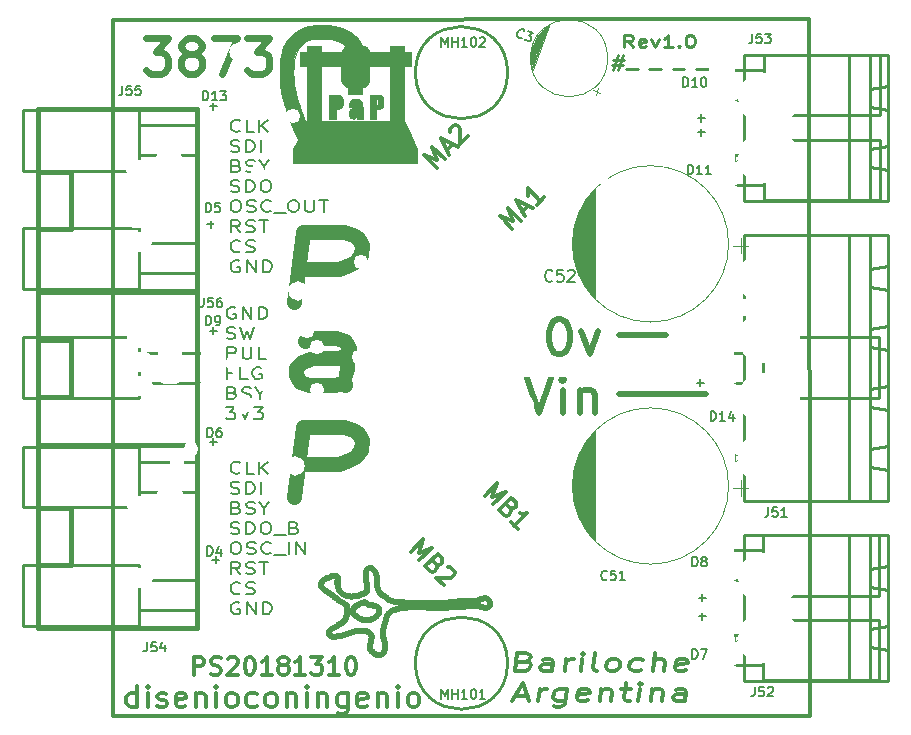
<source format=gbr>
G04 #@! TF.GenerationSoftware,KiCad,Pcbnew,5.0.0-fee4fd1~66~ubuntu16.04.1*
G04 #@! TF.CreationDate,2018-10-25T21:56:12-03:00*
G04 #@! TF.ProjectId,pap,7061702E6B696361645F706362000000,1.0*
G04 #@! TF.SameCoordinates,Original*
G04 #@! TF.FileFunction,Legend,Top*
G04 #@! TF.FilePolarity,Positive*
%FSLAX46Y46*%
G04 Gerber Fmt 4.6, Leading zero omitted, Abs format (unit mm)*
G04 Created by KiCad (PCBNEW 5.0.0-fee4fd1~66~ubuntu16.04.1) date Thu Oct 25 21:56:12 2018*
%MOMM*%
%LPD*%
G01*
G04 APERTURE LIST*
%ADD10C,0.250000*%
%ADD11C,1.300000*%
%ADD12C,0.300000*%
%ADD13C,0.500000*%
%ADD14C,0.200000*%
%ADD15C,0.600000*%
%ADD16C,0.120000*%
%ADD17C,0.010000*%
%ADD18C,0.381000*%
%ADD19C,0.150000*%
%ADD20C,2.250000*%
%ADD21O,5.250000X4.250000*%
%ADD22C,4.250000*%
%ADD23O,2.250000X1.750000*%
%ADD24C,3.750000*%
%ADD25C,1.250000*%
%ADD26C,1.650000*%
G04 APERTURE END LIST*
D10*
X137032690Y-85326459D02*
X136599357Y-84850269D01*
X136289833Y-85326459D02*
X136289833Y-84326459D01*
X136785071Y-84326459D01*
X136908881Y-84374079D01*
X136970786Y-84421698D01*
X137032690Y-84516936D01*
X137032690Y-84659793D01*
X136970786Y-84755031D01*
X136908881Y-84802650D01*
X136785071Y-84850269D01*
X136289833Y-84850269D01*
X138085071Y-85278840D02*
X137961262Y-85326459D01*
X137713643Y-85326459D01*
X137589833Y-85278840D01*
X137527929Y-85183602D01*
X137527929Y-84802650D01*
X137589833Y-84707412D01*
X137713643Y-84659793D01*
X137961262Y-84659793D01*
X138085071Y-84707412D01*
X138146976Y-84802650D01*
X138146976Y-84897888D01*
X137527929Y-84993126D01*
X138580310Y-84659793D02*
X138889833Y-85326459D01*
X139199357Y-84659793D01*
X140375548Y-85326459D02*
X139632690Y-85326459D01*
X140004119Y-85326459D02*
X140004119Y-84326459D01*
X139880310Y-84469317D01*
X139756500Y-84564555D01*
X139632690Y-84612174D01*
X140932690Y-85231221D02*
X140994595Y-85278840D01*
X140932690Y-85326459D01*
X140870786Y-85278840D01*
X140932690Y-85231221D01*
X140932690Y-85326459D01*
X141799357Y-84326459D02*
X141923167Y-84326459D01*
X142046976Y-84374079D01*
X142108881Y-84421698D01*
X142170786Y-84516936D01*
X142232690Y-84707412D01*
X142232690Y-84945507D01*
X142170786Y-85135983D01*
X142108881Y-85231221D01*
X142046976Y-85278840D01*
X141923167Y-85326459D01*
X141799357Y-85326459D01*
X141675548Y-85278840D01*
X141613643Y-85231221D01*
X141551738Y-85135983D01*
X141489833Y-84945507D01*
X141489833Y-84707412D01*
X141551738Y-84516936D01*
X141613643Y-84421698D01*
X141675548Y-84374079D01*
X141799357Y-84326459D01*
X135361262Y-86409793D02*
X136289833Y-86409793D01*
X135732690Y-85981221D02*
X135361262Y-87266936D01*
X136166024Y-86838364D02*
X135237452Y-86838364D01*
X135794595Y-87266936D02*
X136166024Y-85981221D01*
X136413643Y-87171698D02*
X137404119Y-87171698D01*
X138394595Y-87171698D02*
X139385071Y-87171698D01*
X140375548Y-87171698D02*
X141366024Y-87171698D01*
X142356500Y-87171698D02*
X143346976Y-87171698D01*
D11*
X112626470Y-113963364D02*
X113019327Y-110820507D01*
X112662185Y-110249079D01*
X111840756Y-109963364D01*
X110126470Y-109963364D01*
X109233613Y-110249079D01*
X112662185Y-113677650D02*
X111769327Y-113963364D01*
X109626470Y-113963364D01*
X108805042Y-113677650D01*
X108447899Y-113106221D01*
X108519327Y-112534793D01*
X109019327Y-111963364D01*
X109912185Y-111677650D01*
X112055042Y-111677650D01*
X112947899Y-111391936D01*
X108340756Y-123463364D02*
X109090756Y-117463364D01*
X112519327Y-117463364D01*
X113340756Y-117749079D01*
X113733613Y-118034793D01*
X114090756Y-118606221D01*
X113983613Y-119463364D01*
X113483613Y-120034793D01*
X113019327Y-120320507D01*
X112126470Y-120606221D01*
X108697899Y-120606221D01*
X108340756Y-106963364D02*
X109090756Y-100963364D01*
X112519327Y-100963364D01*
X113340756Y-101249079D01*
X113733613Y-101534793D01*
X114090756Y-102106221D01*
X113983613Y-102963364D01*
X113483613Y-103534793D01*
X113019327Y-103820507D01*
X112126470Y-104106221D01*
X108697899Y-104106221D01*
D12*
X93030310Y-141949079D02*
X93030310Y-83049079D01*
X152030310Y-141949079D02*
X93030310Y-141949079D01*
X151930310Y-82949079D02*
X152030310Y-141949079D01*
X93030310Y-83049079D02*
X151930310Y-82949079D01*
X127877214Y-137366936D02*
X128182571Y-137438364D01*
X128278405Y-137509793D01*
X128365310Y-137652650D01*
X128338524Y-137866936D01*
X128215905Y-138009793D01*
X128102214Y-138081221D01*
X127883762Y-138152650D01*
X127045667Y-138152650D01*
X127233167Y-136652650D01*
X127966500Y-136652650D01*
X128167095Y-136724079D01*
X128262929Y-136795507D01*
X128349833Y-136938364D01*
X128331976Y-137081221D01*
X128209357Y-137224079D01*
X128095667Y-137295507D01*
X127877214Y-137366936D01*
X127143881Y-137366936D01*
X130188524Y-138152650D02*
X130286738Y-137366936D01*
X130199833Y-137224079D01*
X129999238Y-137152650D01*
X129580190Y-137152650D01*
X129361738Y-137224079D01*
X130197452Y-138081221D02*
X129979000Y-138152650D01*
X129455190Y-138152650D01*
X129254595Y-138081221D01*
X129167690Y-137938364D01*
X129185548Y-137795507D01*
X129308167Y-137652650D01*
X129526619Y-137581221D01*
X130050429Y-137581221D01*
X130268881Y-137509793D01*
X131236143Y-138152650D02*
X131361143Y-137152650D01*
X131325429Y-137438364D02*
X131448048Y-137295507D01*
X131561738Y-137224079D01*
X131780190Y-137152650D01*
X131989714Y-137152650D01*
X132598048Y-138152650D02*
X132723048Y-137152650D01*
X132785548Y-136652650D02*
X132671857Y-136724079D01*
X132767690Y-136795507D01*
X132881381Y-136724079D01*
X132785548Y-136652650D01*
X132767690Y-136795507D01*
X133959952Y-138152650D02*
X133759357Y-138081221D01*
X133672452Y-137938364D01*
X133833167Y-136652650D01*
X135112333Y-138152650D02*
X134911738Y-138081221D01*
X134815905Y-138009793D01*
X134729000Y-137866936D01*
X134782571Y-137438364D01*
X134905190Y-137295507D01*
X135018881Y-137224079D01*
X135237333Y-137152650D01*
X135551619Y-137152650D01*
X135752214Y-137224079D01*
X135848048Y-137295507D01*
X135934952Y-137438364D01*
X135881381Y-137866936D01*
X135758762Y-138009793D01*
X135645071Y-138081221D01*
X135426619Y-138152650D01*
X135112333Y-138152650D01*
X137740310Y-138081221D02*
X137521857Y-138152650D01*
X137102810Y-138152650D01*
X136902214Y-138081221D01*
X136806381Y-138009793D01*
X136719476Y-137866936D01*
X136773048Y-137438364D01*
X136895667Y-137295507D01*
X137009357Y-137224079D01*
X137227810Y-137152650D01*
X137646857Y-137152650D01*
X137847452Y-137224079D01*
X138674238Y-138152650D02*
X138861738Y-136652650D01*
X139617095Y-138152650D02*
X139715310Y-137366936D01*
X139628405Y-137224079D01*
X139427810Y-137152650D01*
X139113524Y-137152650D01*
X138895071Y-137224079D01*
X138781381Y-137295507D01*
X141511738Y-138081221D02*
X141293286Y-138152650D01*
X140874238Y-138152650D01*
X140673643Y-138081221D01*
X140586738Y-137938364D01*
X140658167Y-137366936D01*
X140780786Y-137224079D01*
X140999238Y-137152650D01*
X141418286Y-137152650D01*
X141618881Y-137224079D01*
X141705786Y-137366936D01*
X141687929Y-137509793D01*
X140622452Y-137652650D01*
X127046857Y-140274079D02*
X128094476Y-140274079D01*
X126783762Y-140702650D02*
X127704595Y-139202650D01*
X128250429Y-140702650D01*
X128983762Y-140702650D02*
X129108762Y-139702650D01*
X129073048Y-139988364D02*
X129195667Y-139845507D01*
X129309357Y-139774079D01*
X129527810Y-139702650D01*
X129737333Y-139702650D01*
X131413524Y-139702650D02*
X131261738Y-140916936D01*
X131139119Y-141059793D01*
X131025429Y-141131221D01*
X130806976Y-141202650D01*
X130492690Y-141202650D01*
X130292095Y-141131221D01*
X131297452Y-140631221D02*
X131079000Y-140702650D01*
X130659952Y-140702650D01*
X130459357Y-140631221D01*
X130363524Y-140559793D01*
X130276619Y-140416936D01*
X130330190Y-139988364D01*
X130452810Y-139845507D01*
X130566500Y-139774079D01*
X130784952Y-139702650D01*
X131204000Y-139702650D01*
X131404595Y-139774079D01*
X133183167Y-140631221D02*
X132964714Y-140702650D01*
X132545667Y-140702650D01*
X132345071Y-140631221D01*
X132258167Y-140488364D01*
X132329595Y-139916936D01*
X132452214Y-139774079D01*
X132670667Y-139702650D01*
X133089714Y-139702650D01*
X133290310Y-139774079D01*
X133377214Y-139916936D01*
X133359357Y-140059793D01*
X132293881Y-140202650D01*
X134346857Y-139702650D02*
X134221857Y-140702650D01*
X134329000Y-139845507D02*
X134442690Y-139774079D01*
X134661143Y-139702650D01*
X134975429Y-139702650D01*
X135176024Y-139774079D01*
X135262929Y-139916936D01*
X135164714Y-140702650D01*
X136023048Y-139702650D02*
X136861143Y-139702650D01*
X136399833Y-139202650D02*
X136239119Y-140488364D01*
X136326024Y-140631221D01*
X136526619Y-140702650D01*
X136736143Y-140702650D01*
X137469476Y-140702650D02*
X137594476Y-139702650D01*
X137656976Y-139202650D02*
X137543286Y-139274079D01*
X137639119Y-139345507D01*
X137752810Y-139274079D01*
X137656976Y-139202650D01*
X137639119Y-139345507D01*
X138642095Y-139702650D02*
X138517095Y-140702650D01*
X138624238Y-139845507D02*
X138737929Y-139774079D01*
X138956381Y-139702650D01*
X139270667Y-139702650D01*
X139471262Y-139774079D01*
X139558167Y-139916936D01*
X139459952Y-140702650D01*
X141450429Y-140702650D02*
X141548643Y-139916936D01*
X141461738Y-139774079D01*
X141261143Y-139702650D01*
X140842095Y-139702650D01*
X140623643Y-139774079D01*
X141459357Y-140631221D02*
X141240905Y-140702650D01*
X140717095Y-140702650D01*
X140516500Y-140631221D01*
X140429595Y-140488364D01*
X140447452Y-140345507D01*
X140570071Y-140202650D01*
X140788524Y-140131221D01*
X141312333Y-140131221D01*
X141530786Y-140059793D01*
X120396934Y-95542099D02*
X119336273Y-94481439D01*
X120447441Y-94885500D01*
X120043380Y-93774332D01*
X121104040Y-94834992D01*
X121255563Y-94077378D02*
X121760640Y-93572302D01*
X121457594Y-94481439D02*
X120750487Y-93067226D01*
X122164701Y-93774332D01*
X121508101Y-92511642D02*
X121508101Y-92410626D01*
X121558609Y-92259103D01*
X121811147Y-92006565D01*
X121962670Y-91956058D01*
X122063685Y-91956058D01*
X122215208Y-92006565D01*
X122316223Y-92107581D01*
X122417239Y-92309611D01*
X122417239Y-93521794D01*
X123073838Y-92865195D01*
X126796934Y-100742099D02*
X125736273Y-99681439D01*
X126847441Y-100085500D01*
X126443380Y-98974332D01*
X127504040Y-100034992D01*
X127655563Y-99277378D02*
X128160640Y-98772302D01*
X127857594Y-99681439D02*
X127150487Y-98267226D01*
X128564701Y-98974332D01*
X129473838Y-98065195D02*
X128867746Y-98671287D01*
X129170792Y-98368241D02*
X128110132Y-97307581D01*
X128160640Y-97560119D01*
X128160640Y-97762149D01*
X128110132Y-97913672D01*
X118211527Y-128089941D02*
X119272187Y-127029281D01*
X118868126Y-128140449D01*
X119979294Y-127736388D01*
X118918634Y-128797048D01*
X120332848Y-129100094D02*
X120433863Y-129302124D01*
X120433863Y-129403140D01*
X120383355Y-129554662D01*
X120231832Y-129706185D01*
X120080310Y-129756693D01*
X119979294Y-129756693D01*
X119827771Y-129706185D01*
X119423710Y-129302124D01*
X120484371Y-128241464D01*
X120837924Y-128595017D01*
X120888432Y-128746540D01*
X120888432Y-128847556D01*
X120837924Y-128999079D01*
X120736909Y-129100094D01*
X120585386Y-129150601D01*
X120484371Y-129150601D01*
X120332848Y-129100094D01*
X119979294Y-128746540D01*
X121393508Y-129352632D02*
X121494523Y-129352632D01*
X121646046Y-129403140D01*
X121898584Y-129655678D01*
X121949092Y-129807201D01*
X121949092Y-129908216D01*
X121898584Y-130059739D01*
X121797569Y-130160754D01*
X121595538Y-130261769D01*
X120383355Y-130261769D01*
X121039954Y-130918368D01*
X124461527Y-123339941D02*
X125522187Y-122279281D01*
X125118126Y-123390449D01*
X126229294Y-122986388D01*
X125168634Y-124047048D01*
X126582848Y-124350094D02*
X126683863Y-124552124D01*
X126683863Y-124653140D01*
X126633355Y-124804662D01*
X126481832Y-124956185D01*
X126330310Y-125006693D01*
X126229294Y-125006693D01*
X126077771Y-124956185D01*
X125673710Y-124552124D01*
X126734371Y-123491464D01*
X127087924Y-123845017D01*
X127138432Y-123996540D01*
X127138432Y-124097556D01*
X127087924Y-124249079D01*
X126986909Y-124350094D01*
X126835386Y-124400601D01*
X126734371Y-124400601D01*
X126582848Y-124350094D01*
X126229294Y-123996540D01*
X127289954Y-126168368D02*
X126683863Y-125562277D01*
X126986909Y-125865323D02*
X128047569Y-124804662D01*
X127795031Y-124855170D01*
X127593000Y-124855170D01*
X127441477Y-124804662D01*
D13*
X135830310Y-114749079D02*
X143230310Y-114749079D01*
X135830310Y-109749079D02*
X139830310Y-109749079D01*
X130648167Y-108356221D02*
X130933881Y-108356221D01*
X131219595Y-108499079D01*
X131362452Y-108641936D01*
X131505310Y-108927650D01*
X131648167Y-109499079D01*
X131648167Y-110213364D01*
X131505310Y-110784793D01*
X131362452Y-111070507D01*
X131219595Y-111213364D01*
X130933881Y-111356221D01*
X130648167Y-111356221D01*
X130362452Y-111213364D01*
X130219595Y-111070507D01*
X130076738Y-110784793D01*
X129933881Y-110213364D01*
X129933881Y-109499079D01*
X130076738Y-108927650D01*
X130219595Y-108641936D01*
X130362452Y-108499079D01*
X130648167Y-108356221D01*
X132648167Y-109356221D02*
X133362452Y-111356221D01*
X134076738Y-109356221D01*
X128076738Y-113356221D02*
X129076738Y-116356221D01*
X130076738Y-113356221D01*
X131076738Y-116356221D02*
X131076738Y-114356221D01*
X131076738Y-113356221D02*
X130933881Y-113499079D01*
X131076738Y-113641936D01*
X131219595Y-113499079D01*
X131076738Y-113356221D01*
X131076738Y-113641936D01*
X132505310Y-114356221D02*
X132505310Y-116356221D01*
X132505310Y-114641936D02*
X132648167Y-114499079D01*
X132933881Y-114356221D01*
X133362452Y-114356221D01*
X133648167Y-114499079D01*
X133791024Y-114784793D01*
X133791024Y-116356221D01*
D14*
X103350786Y-107399079D02*
X103226976Y-107351459D01*
X103041262Y-107351459D01*
X102855548Y-107399079D01*
X102731738Y-107494317D01*
X102669833Y-107589555D01*
X102607929Y-107780031D01*
X102607929Y-107922888D01*
X102669833Y-108113364D01*
X102731738Y-108208602D01*
X102855548Y-108303840D01*
X103041262Y-108351459D01*
X103165071Y-108351459D01*
X103350786Y-108303840D01*
X103412690Y-108256221D01*
X103412690Y-107922888D01*
X103165071Y-107922888D01*
X103969833Y-108351459D02*
X103969833Y-107351459D01*
X104712690Y-108351459D01*
X104712690Y-107351459D01*
X105331738Y-108351459D02*
X105331738Y-107351459D01*
X105641262Y-107351459D01*
X105826976Y-107399079D01*
X105950786Y-107494317D01*
X106012690Y-107589555D01*
X106074595Y-107780031D01*
X106074595Y-107922888D01*
X106012690Y-108113364D01*
X105950786Y-108208602D01*
X105826976Y-108303840D01*
X105641262Y-108351459D01*
X105331738Y-108351459D01*
X102607929Y-110003840D02*
X102793643Y-110051459D01*
X103103167Y-110051459D01*
X103226976Y-110003840D01*
X103288881Y-109956221D01*
X103350786Y-109860983D01*
X103350786Y-109765745D01*
X103288881Y-109670507D01*
X103226976Y-109622888D01*
X103103167Y-109575269D01*
X102855548Y-109527650D01*
X102731738Y-109480031D01*
X102669833Y-109432412D01*
X102607929Y-109337174D01*
X102607929Y-109241936D01*
X102669833Y-109146698D01*
X102731738Y-109099079D01*
X102855548Y-109051459D01*
X103165071Y-109051459D01*
X103350786Y-109099079D01*
X103784119Y-109051459D02*
X104093643Y-110051459D01*
X104341262Y-109337174D01*
X104588881Y-110051459D01*
X104898405Y-109051459D01*
X102669833Y-111751459D02*
X102669833Y-110751459D01*
X103165071Y-110751459D01*
X103288881Y-110799079D01*
X103350786Y-110846698D01*
X103412690Y-110941936D01*
X103412690Y-111084793D01*
X103350786Y-111180031D01*
X103288881Y-111227650D01*
X103165071Y-111275269D01*
X102669833Y-111275269D01*
X103969833Y-110751459D02*
X103969833Y-111560983D01*
X104031738Y-111656221D01*
X104093643Y-111703840D01*
X104217452Y-111751459D01*
X104465071Y-111751459D01*
X104588881Y-111703840D01*
X104650786Y-111656221D01*
X104712690Y-111560983D01*
X104712690Y-110751459D01*
X105950786Y-111751459D02*
X105331738Y-111751459D01*
X105331738Y-110751459D01*
X103103167Y-112927650D02*
X102669833Y-112927650D01*
X102669833Y-113451459D02*
X102669833Y-112451459D01*
X103288881Y-112451459D01*
X104403167Y-113451459D02*
X103784119Y-113451459D01*
X103784119Y-112451459D01*
X105517452Y-112499079D02*
X105393643Y-112451459D01*
X105207929Y-112451459D01*
X105022214Y-112499079D01*
X104898405Y-112594317D01*
X104836500Y-112689555D01*
X104774595Y-112880031D01*
X104774595Y-113022888D01*
X104836500Y-113213364D01*
X104898405Y-113308602D01*
X105022214Y-113403840D01*
X105207929Y-113451459D01*
X105331738Y-113451459D01*
X105517452Y-113403840D01*
X105579357Y-113356221D01*
X105579357Y-113022888D01*
X105331738Y-113022888D01*
X103103167Y-114627650D02*
X103288881Y-114675269D01*
X103350786Y-114722888D01*
X103412690Y-114818126D01*
X103412690Y-114960983D01*
X103350786Y-115056221D01*
X103288881Y-115103840D01*
X103165071Y-115151459D01*
X102669833Y-115151459D01*
X102669833Y-114151459D01*
X103103167Y-114151459D01*
X103226976Y-114199079D01*
X103288881Y-114246698D01*
X103350786Y-114341936D01*
X103350786Y-114437174D01*
X103288881Y-114532412D01*
X103226976Y-114580031D01*
X103103167Y-114627650D01*
X102669833Y-114627650D01*
X103907929Y-115103840D02*
X104093643Y-115151459D01*
X104403167Y-115151459D01*
X104526976Y-115103840D01*
X104588881Y-115056221D01*
X104650786Y-114960983D01*
X104650786Y-114865745D01*
X104588881Y-114770507D01*
X104526976Y-114722888D01*
X104403167Y-114675269D01*
X104155548Y-114627650D01*
X104031738Y-114580031D01*
X103969833Y-114532412D01*
X103907929Y-114437174D01*
X103907929Y-114341936D01*
X103969833Y-114246698D01*
X104031738Y-114199079D01*
X104155548Y-114151459D01*
X104465071Y-114151459D01*
X104650786Y-114199079D01*
X105455548Y-114675269D02*
X105455548Y-115151459D01*
X105022214Y-114151459D02*
X105455548Y-114675269D01*
X105888881Y-114151459D01*
X102546024Y-115851459D02*
X103350786Y-115851459D01*
X102917452Y-116232412D01*
X103103167Y-116232412D01*
X103226976Y-116280031D01*
X103288881Y-116327650D01*
X103350786Y-116422888D01*
X103350786Y-116660983D01*
X103288881Y-116756221D01*
X103226976Y-116803840D01*
X103103167Y-116851459D01*
X102731738Y-116851459D01*
X102607929Y-116803840D01*
X102546024Y-116756221D01*
X103722214Y-115851459D02*
X104155548Y-116851459D01*
X104588881Y-115851459D01*
X104898405Y-115851459D02*
X105703167Y-115851459D01*
X105269833Y-116232412D01*
X105455548Y-116232412D01*
X105579357Y-116280031D01*
X105641262Y-116327650D01*
X105703167Y-116422888D01*
X105703167Y-116660983D01*
X105641262Y-116756221D01*
X105579357Y-116803840D01*
X105455548Y-116851459D01*
X105084119Y-116851459D01*
X104960310Y-116803840D01*
X104898405Y-116756221D01*
X103762690Y-92406221D02*
X103700786Y-92453840D01*
X103515071Y-92501459D01*
X103391262Y-92501459D01*
X103205548Y-92453840D01*
X103081738Y-92358602D01*
X103019833Y-92263364D01*
X102957929Y-92072888D01*
X102957929Y-91930031D01*
X103019833Y-91739555D01*
X103081738Y-91644317D01*
X103205548Y-91549079D01*
X103391262Y-91501459D01*
X103515071Y-91501459D01*
X103700786Y-91549079D01*
X103762690Y-91596698D01*
X104938881Y-92501459D02*
X104319833Y-92501459D01*
X104319833Y-91501459D01*
X105372214Y-92501459D02*
X105372214Y-91501459D01*
X106115071Y-92501459D02*
X105557929Y-91930031D01*
X106115071Y-91501459D02*
X105372214Y-92072888D01*
X102957929Y-94153840D02*
X103143643Y-94201459D01*
X103453167Y-94201459D01*
X103576976Y-94153840D01*
X103638881Y-94106221D01*
X103700786Y-94010983D01*
X103700786Y-93915745D01*
X103638881Y-93820507D01*
X103576976Y-93772888D01*
X103453167Y-93725269D01*
X103205548Y-93677650D01*
X103081738Y-93630031D01*
X103019833Y-93582412D01*
X102957929Y-93487174D01*
X102957929Y-93391936D01*
X103019833Y-93296698D01*
X103081738Y-93249079D01*
X103205548Y-93201459D01*
X103515071Y-93201459D01*
X103700786Y-93249079D01*
X104257929Y-94201459D02*
X104257929Y-93201459D01*
X104567452Y-93201459D01*
X104753167Y-93249079D01*
X104876976Y-93344317D01*
X104938881Y-93439555D01*
X105000786Y-93630031D01*
X105000786Y-93772888D01*
X104938881Y-93963364D01*
X104876976Y-94058602D01*
X104753167Y-94153840D01*
X104567452Y-94201459D01*
X104257929Y-94201459D01*
X105557929Y-94201459D02*
X105557929Y-93201459D01*
X103453167Y-95377650D02*
X103638881Y-95425269D01*
X103700786Y-95472888D01*
X103762690Y-95568126D01*
X103762690Y-95710983D01*
X103700786Y-95806221D01*
X103638881Y-95853840D01*
X103515071Y-95901459D01*
X103019833Y-95901459D01*
X103019833Y-94901459D01*
X103453167Y-94901459D01*
X103576976Y-94949079D01*
X103638881Y-94996698D01*
X103700786Y-95091936D01*
X103700786Y-95187174D01*
X103638881Y-95282412D01*
X103576976Y-95330031D01*
X103453167Y-95377650D01*
X103019833Y-95377650D01*
X104257929Y-95853840D02*
X104443643Y-95901459D01*
X104753167Y-95901459D01*
X104876976Y-95853840D01*
X104938881Y-95806221D01*
X105000786Y-95710983D01*
X105000786Y-95615745D01*
X104938881Y-95520507D01*
X104876976Y-95472888D01*
X104753167Y-95425269D01*
X104505548Y-95377650D01*
X104381738Y-95330031D01*
X104319833Y-95282412D01*
X104257929Y-95187174D01*
X104257929Y-95091936D01*
X104319833Y-94996698D01*
X104381738Y-94949079D01*
X104505548Y-94901459D01*
X104815071Y-94901459D01*
X105000786Y-94949079D01*
X105805548Y-95425269D02*
X105805548Y-95901459D01*
X105372214Y-94901459D02*
X105805548Y-95425269D01*
X106238881Y-94901459D01*
X102957929Y-97553840D02*
X103143643Y-97601459D01*
X103453167Y-97601459D01*
X103576976Y-97553840D01*
X103638881Y-97506221D01*
X103700786Y-97410983D01*
X103700786Y-97315745D01*
X103638881Y-97220507D01*
X103576976Y-97172888D01*
X103453167Y-97125269D01*
X103205548Y-97077650D01*
X103081738Y-97030031D01*
X103019833Y-96982412D01*
X102957929Y-96887174D01*
X102957929Y-96791936D01*
X103019833Y-96696698D01*
X103081738Y-96649079D01*
X103205548Y-96601459D01*
X103515071Y-96601459D01*
X103700786Y-96649079D01*
X104257929Y-97601459D02*
X104257929Y-96601459D01*
X104567452Y-96601459D01*
X104753167Y-96649079D01*
X104876976Y-96744317D01*
X104938881Y-96839555D01*
X105000786Y-97030031D01*
X105000786Y-97172888D01*
X104938881Y-97363364D01*
X104876976Y-97458602D01*
X104753167Y-97553840D01*
X104567452Y-97601459D01*
X104257929Y-97601459D01*
X105805548Y-96601459D02*
X106053167Y-96601459D01*
X106176976Y-96649079D01*
X106300786Y-96744317D01*
X106362690Y-96934793D01*
X106362690Y-97268126D01*
X106300786Y-97458602D01*
X106176976Y-97553840D01*
X106053167Y-97601459D01*
X105805548Y-97601459D01*
X105681738Y-97553840D01*
X105557929Y-97458602D01*
X105496024Y-97268126D01*
X105496024Y-96934793D01*
X105557929Y-96744317D01*
X105681738Y-96649079D01*
X105805548Y-96601459D01*
X103267452Y-98301459D02*
X103515071Y-98301459D01*
X103638881Y-98349079D01*
X103762690Y-98444317D01*
X103824595Y-98634793D01*
X103824595Y-98968126D01*
X103762690Y-99158602D01*
X103638881Y-99253840D01*
X103515071Y-99301459D01*
X103267452Y-99301459D01*
X103143643Y-99253840D01*
X103019833Y-99158602D01*
X102957929Y-98968126D01*
X102957929Y-98634793D01*
X103019833Y-98444317D01*
X103143643Y-98349079D01*
X103267452Y-98301459D01*
X104319833Y-99253840D02*
X104505548Y-99301459D01*
X104815071Y-99301459D01*
X104938881Y-99253840D01*
X105000786Y-99206221D01*
X105062690Y-99110983D01*
X105062690Y-99015745D01*
X105000786Y-98920507D01*
X104938881Y-98872888D01*
X104815071Y-98825269D01*
X104567452Y-98777650D01*
X104443643Y-98730031D01*
X104381738Y-98682412D01*
X104319833Y-98587174D01*
X104319833Y-98491936D01*
X104381738Y-98396698D01*
X104443643Y-98349079D01*
X104567452Y-98301459D01*
X104876976Y-98301459D01*
X105062690Y-98349079D01*
X106362690Y-99206221D02*
X106300786Y-99253840D01*
X106115071Y-99301459D01*
X105991262Y-99301459D01*
X105805548Y-99253840D01*
X105681738Y-99158602D01*
X105619833Y-99063364D01*
X105557929Y-98872888D01*
X105557929Y-98730031D01*
X105619833Y-98539555D01*
X105681738Y-98444317D01*
X105805548Y-98349079D01*
X105991262Y-98301459D01*
X106115071Y-98301459D01*
X106300786Y-98349079D01*
X106362690Y-98396698D01*
X106610310Y-99396698D02*
X107600786Y-99396698D01*
X108157929Y-98301459D02*
X108405548Y-98301459D01*
X108529357Y-98349079D01*
X108653167Y-98444317D01*
X108715071Y-98634793D01*
X108715071Y-98968126D01*
X108653167Y-99158602D01*
X108529357Y-99253840D01*
X108405548Y-99301459D01*
X108157929Y-99301459D01*
X108034119Y-99253840D01*
X107910310Y-99158602D01*
X107848405Y-98968126D01*
X107848405Y-98634793D01*
X107910310Y-98444317D01*
X108034119Y-98349079D01*
X108157929Y-98301459D01*
X109272214Y-98301459D02*
X109272214Y-99110983D01*
X109334119Y-99206221D01*
X109396024Y-99253840D01*
X109519833Y-99301459D01*
X109767452Y-99301459D01*
X109891262Y-99253840D01*
X109953167Y-99206221D01*
X110015071Y-99110983D01*
X110015071Y-98301459D01*
X110448405Y-98301459D02*
X111191262Y-98301459D01*
X110819833Y-99301459D02*
X110819833Y-98301459D01*
X103762690Y-101001459D02*
X103329357Y-100525269D01*
X103019833Y-101001459D02*
X103019833Y-100001459D01*
X103515071Y-100001459D01*
X103638881Y-100049079D01*
X103700786Y-100096698D01*
X103762690Y-100191936D01*
X103762690Y-100334793D01*
X103700786Y-100430031D01*
X103638881Y-100477650D01*
X103515071Y-100525269D01*
X103019833Y-100525269D01*
X104257929Y-100953840D02*
X104443643Y-101001459D01*
X104753167Y-101001459D01*
X104876976Y-100953840D01*
X104938881Y-100906221D01*
X105000786Y-100810983D01*
X105000786Y-100715745D01*
X104938881Y-100620507D01*
X104876976Y-100572888D01*
X104753167Y-100525269D01*
X104505548Y-100477650D01*
X104381738Y-100430031D01*
X104319833Y-100382412D01*
X104257929Y-100287174D01*
X104257929Y-100191936D01*
X104319833Y-100096698D01*
X104381738Y-100049079D01*
X104505548Y-100001459D01*
X104815071Y-100001459D01*
X105000786Y-100049079D01*
X105372214Y-100001459D02*
X106115071Y-100001459D01*
X105743643Y-101001459D02*
X105743643Y-100001459D01*
X103762690Y-102606221D02*
X103700786Y-102653840D01*
X103515071Y-102701459D01*
X103391262Y-102701459D01*
X103205548Y-102653840D01*
X103081738Y-102558602D01*
X103019833Y-102463364D01*
X102957929Y-102272888D01*
X102957929Y-102130031D01*
X103019833Y-101939555D01*
X103081738Y-101844317D01*
X103205548Y-101749079D01*
X103391262Y-101701459D01*
X103515071Y-101701459D01*
X103700786Y-101749079D01*
X103762690Y-101796698D01*
X104257929Y-102653840D02*
X104443643Y-102701459D01*
X104753167Y-102701459D01*
X104876976Y-102653840D01*
X104938881Y-102606221D01*
X105000786Y-102510983D01*
X105000786Y-102415745D01*
X104938881Y-102320507D01*
X104876976Y-102272888D01*
X104753167Y-102225269D01*
X104505548Y-102177650D01*
X104381738Y-102130031D01*
X104319833Y-102082412D01*
X104257929Y-101987174D01*
X104257929Y-101891936D01*
X104319833Y-101796698D01*
X104381738Y-101749079D01*
X104505548Y-101701459D01*
X104815071Y-101701459D01*
X105000786Y-101749079D01*
X103700786Y-103449079D02*
X103576976Y-103401459D01*
X103391262Y-103401459D01*
X103205548Y-103449079D01*
X103081738Y-103544317D01*
X103019833Y-103639555D01*
X102957929Y-103830031D01*
X102957929Y-103972888D01*
X103019833Y-104163364D01*
X103081738Y-104258602D01*
X103205548Y-104353840D01*
X103391262Y-104401459D01*
X103515071Y-104401459D01*
X103700786Y-104353840D01*
X103762690Y-104306221D01*
X103762690Y-103972888D01*
X103515071Y-103972888D01*
X104319833Y-104401459D02*
X104319833Y-103401459D01*
X105062690Y-104401459D01*
X105062690Y-103401459D01*
X105681738Y-104401459D02*
X105681738Y-103401459D01*
X105991262Y-103401459D01*
X106176976Y-103449079D01*
X106300786Y-103544317D01*
X106362690Y-103639555D01*
X106424595Y-103830031D01*
X106424595Y-103972888D01*
X106362690Y-104163364D01*
X106300786Y-104258602D01*
X106176976Y-104353840D01*
X105991262Y-104401459D01*
X105681738Y-104401459D01*
X103762690Y-121356221D02*
X103700786Y-121403840D01*
X103515071Y-121451459D01*
X103391262Y-121451459D01*
X103205548Y-121403840D01*
X103081738Y-121308602D01*
X103019833Y-121213364D01*
X102957929Y-121022888D01*
X102957929Y-120880031D01*
X103019833Y-120689555D01*
X103081738Y-120594317D01*
X103205548Y-120499079D01*
X103391262Y-120451459D01*
X103515071Y-120451459D01*
X103700786Y-120499079D01*
X103762690Y-120546698D01*
X104938881Y-121451459D02*
X104319833Y-121451459D01*
X104319833Y-120451459D01*
X105372214Y-121451459D02*
X105372214Y-120451459D01*
X106115071Y-121451459D02*
X105557929Y-120880031D01*
X106115071Y-120451459D02*
X105372214Y-121022888D01*
X102957929Y-123103840D02*
X103143643Y-123151459D01*
X103453167Y-123151459D01*
X103576976Y-123103840D01*
X103638881Y-123056221D01*
X103700786Y-122960983D01*
X103700786Y-122865745D01*
X103638881Y-122770507D01*
X103576976Y-122722888D01*
X103453167Y-122675269D01*
X103205548Y-122627650D01*
X103081738Y-122580031D01*
X103019833Y-122532412D01*
X102957929Y-122437174D01*
X102957929Y-122341936D01*
X103019833Y-122246698D01*
X103081738Y-122199079D01*
X103205548Y-122151459D01*
X103515071Y-122151459D01*
X103700786Y-122199079D01*
X104257929Y-123151459D02*
X104257929Y-122151459D01*
X104567452Y-122151459D01*
X104753167Y-122199079D01*
X104876976Y-122294317D01*
X104938881Y-122389555D01*
X105000786Y-122580031D01*
X105000786Y-122722888D01*
X104938881Y-122913364D01*
X104876976Y-123008602D01*
X104753167Y-123103840D01*
X104567452Y-123151459D01*
X104257929Y-123151459D01*
X105557929Y-123151459D02*
X105557929Y-122151459D01*
X103453167Y-124327650D02*
X103638881Y-124375269D01*
X103700786Y-124422888D01*
X103762690Y-124518126D01*
X103762690Y-124660983D01*
X103700786Y-124756221D01*
X103638881Y-124803840D01*
X103515071Y-124851459D01*
X103019833Y-124851459D01*
X103019833Y-123851459D01*
X103453167Y-123851459D01*
X103576976Y-123899079D01*
X103638881Y-123946698D01*
X103700786Y-124041936D01*
X103700786Y-124137174D01*
X103638881Y-124232412D01*
X103576976Y-124280031D01*
X103453167Y-124327650D01*
X103019833Y-124327650D01*
X104257929Y-124803840D02*
X104443643Y-124851459D01*
X104753167Y-124851459D01*
X104876976Y-124803840D01*
X104938881Y-124756221D01*
X105000786Y-124660983D01*
X105000786Y-124565745D01*
X104938881Y-124470507D01*
X104876976Y-124422888D01*
X104753167Y-124375269D01*
X104505548Y-124327650D01*
X104381738Y-124280031D01*
X104319833Y-124232412D01*
X104257929Y-124137174D01*
X104257929Y-124041936D01*
X104319833Y-123946698D01*
X104381738Y-123899079D01*
X104505548Y-123851459D01*
X104815071Y-123851459D01*
X105000786Y-123899079D01*
X105805548Y-124375269D02*
X105805548Y-124851459D01*
X105372214Y-123851459D02*
X105805548Y-124375269D01*
X106238881Y-123851459D01*
X102957929Y-126503840D02*
X103143643Y-126551459D01*
X103453167Y-126551459D01*
X103576976Y-126503840D01*
X103638881Y-126456221D01*
X103700786Y-126360983D01*
X103700786Y-126265745D01*
X103638881Y-126170507D01*
X103576976Y-126122888D01*
X103453167Y-126075269D01*
X103205548Y-126027650D01*
X103081738Y-125980031D01*
X103019833Y-125932412D01*
X102957929Y-125837174D01*
X102957929Y-125741936D01*
X103019833Y-125646698D01*
X103081738Y-125599079D01*
X103205548Y-125551459D01*
X103515071Y-125551459D01*
X103700786Y-125599079D01*
X104257929Y-126551459D02*
X104257929Y-125551459D01*
X104567452Y-125551459D01*
X104753167Y-125599079D01*
X104876976Y-125694317D01*
X104938881Y-125789555D01*
X105000786Y-125980031D01*
X105000786Y-126122888D01*
X104938881Y-126313364D01*
X104876976Y-126408602D01*
X104753167Y-126503840D01*
X104567452Y-126551459D01*
X104257929Y-126551459D01*
X105805548Y-125551459D02*
X106053167Y-125551459D01*
X106176976Y-125599079D01*
X106300786Y-125694317D01*
X106362690Y-125884793D01*
X106362690Y-126218126D01*
X106300786Y-126408602D01*
X106176976Y-126503840D01*
X106053167Y-126551459D01*
X105805548Y-126551459D01*
X105681738Y-126503840D01*
X105557929Y-126408602D01*
X105496024Y-126218126D01*
X105496024Y-125884793D01*
X105557929Y-125694317D01*
X105681738Y-125599079D01*
X105805548Y-125551459D01*
X106610310Y-126646698D02*
X107600786Y-126646698D01*
X108343643Y-126027650D02*
X108529357Y-126075269D01*
X108591262Y-126122888D01*
X108653167Y-126218126D01*
X108653167Y-126360983D01*
X108591262Y-126456221D01*
X108529357Y-126503840D01*
X108405548Y-126551459D01*
X107910310Y-126551459D01*
X107910310Y-125551459D01*
X108343643Y-125551459D01*
X108467452Y-125599079D01*
X108529357Y-125646698D01*
X108591262Y-125741936D01*
X108591262Y-125837174D01*
X108529357Y-125932412D01*
X108467452Y-125980031D01*
X108343643Y-126027650D01*
X107910310Y-126027650D01*
X103267452Y-127251459D02*
X103515071Y-127251459D01*
X103638881Y-127299079D01*
X103762690Y-127394317D01*
X103824595Y-127584793D01*
X103824595Y-127918126D01*
X103762690Y-128108602D01*
X103638881Y-128203840D01*
X103515071Y-128251459D01*
X103267452Y-128251459D01*
X103143643Y-128203840D01*
X103019833Y-128108602D01*
X102957929Y-127918126D01*
X102957929Y-127584793D01*
X103019833Y-127394317D01*
X103143643Y-127299079D01*
X103267452Y-127251459D01*
X104319833Y-128203840D02*
X104505548Y-128251459D01*
X104815071Y-128251459D01*
X104938881Y-128203840D01*
X105000786Y-128156221D01*
X105062690Y-128060983D01*
X105062690Y-127965745D01*
X105000786Y-127870507D01*
X104938881Y-127822888D01*
X104815071Y-127775269D01*
X104567452Y-127727650D01*
X104443643Y-127680031D01*
X104381738Y-127632412D01*
X104319833Y-127537174D01*
X104319833Y-127441936D01*
X104381738Y-127346698D01*
X104443643Y-127299079D01*
X104567452Y-127251459D01*
X104876976Y-127251459D01*
X105062690Y-127299079D01*
X106362690Y-128156221D02*
X106300786Y-128203840D01*
X106115071Y-128251459D01*
X105991262Y-128251459D01*
X105805548Y-128203840D01*
X105681738Y-128108602D01*
X105619833Y-128013364D01*
X105557929Y-127822888D01*
X105557929Y-127680031D01*
X105619833Y-127489555D01*
X105681738Y-127394317D01*
X105805548Y-127299079D01*
X105991262Y-127251459D01*
X106115071Y-127251459D01*
X106300786Y-127299079D01*
X106362690Y-127346698D01*
X106610310Y-128346698D02*
X107600786Y-128346698D01*
X107910310Y-128251459D02*
X107910310Y-127251459D01*
X108529357Y-128251459D02*
X108529357Y-127251459D01*
X109272214Y-128251459D01*
X109272214Y-127251459D01*
X103762690Y-129951459D02*
X103329357Y-129475269D01*
X103019833Y-129951459D02*
X103019833Y-128951459D01*
X103515071Y-128951459D01*
X103638881Y-128999079D01*
X103700786Y-129046698D01*
X103762690Y-129141936D01*
X103762690Y-129284793D01*
X103700786Y-129380031D01*
X103638881Y-129427650D01*
X103515071Y-129475269D01*
X103019833Y-129475269D01*
X104257929Y-129903840D02*
X104443643Y-129951459D01*
X104753167Y-129951459D01*
X104876976Y-129903840D01*
X104938881Y-129856221D01*
X105000786Y-129760983D01*
X105000786Y-129665745D01*
X104938881Y-129570507D01*
X104876976Y-129522888D01*
X104753167Y-129475269D01*
X104505548Y-129427650D01*
X104381738Y-129380031D01*
X104319833Y-129332412D01*
X104257929Y-129237174D01*
X104257929Y-129141936D01*
X104319833Y-129046698D01*
X104381738Y-128999079D01*
X104505548Y-128951459D01*
X104815071Y-128951459D01*
X105000786Y-128999079D01*
X105372214Y-128951459D02*
X106115071Y-128951459D01*
X105743643Y-129951459D02*
X105743643Y-128951459D01*
X103762690Y-131556221D02*
X103700786Y-131603840D01*
X103515071Y-131651459D01*
X103391262Y-131651459D01*
X103205548Y-131603840D01*
X103081738Y-131508602D01*
X103019833Y-131413364D01*
X102957929Y-131222888D01*
X102957929Y-131080031D01*
X103019833Y-130889555D01*
X103081738Y-130794317D01*
X103205548Y-130699079D01*
X103391262Y-130651459D01*
X103515071Y-130651459D01*
X103700786Y-130699079D01*
X103762690Y-130746698D01*
X104257929Y-131603840D02*
X104443643Y-131651459D01*
X104753167Y-131651459D01*
X104876976Y-131603840D01*
X104938881Y-131556221D01*
X105000786Y-131460983D01*
X105000786Y-131365745D01*
X104938881Y-131270507D01*
X104876976Y-131222888D01*
X104753167Y-131175269D01*
X104505548Y-131127650D01*
X104381738Y-131080031D01*
X104319833Y-131032412D01*
X104257929Y-130937174D01*
X104257929Y-130841936D01*
X104319833Y-130746698D01*
X104381738Y-130699079D01*
X104505548Y-130651459D01*
X104815071Y-130651459D01*
X105000786Y-130699079D01*
X103700786Y-132399079D02*
X103576976Y-132351459D01*
X103391262Y-132351459D01*
X103205548Y-132399079D01*
X103081738Y-132494317D01*
X103019833Y-132589555D01*
X102957929Y-132780031D01*
X102957929Y-132922888D01*
X103019833Y-133113364D01*
X103081738Y-133208602D01*
X103205548Y-133303840D01*
X103391262Y-133351459D01*
X103515071Y-133351459D01*
X103700786Y-133303840D01*
X103762690Y-133256221D01*
X103762690Y-132922888D01*
X103515071Y-132922888D01*
X104319833Y-133351459D02*
X104319833Y-132351459D01*
X105062690Y-133351459D01*
X105062690Y-132351459D01*
X105681738Y-133351459D02*
X105681738Y-132351459D01*
X105991262Y-132351459D01*
X106176976Y-132399079D01*
X106300786Y-132494317D01*
X106362690Y-132589555D01*
X106424595Y-132780031D01*
X106424595Y-132922888D01*
X106362690Y-133113364D01*
X106300786Y-133208602D01*
X106176976Y-133303840D01*
X105991262Y-133351459D01*
X105681738Y-133351459D01*
D15*
X95794595Y-84606221D02*
X97651738Y-84606221D01*
X96651738Y-85749079D01*
X97080310Y-85749079D01*
X97366024Y-85891936D01*
X97508881Y-86034793D01*
X97651738Y-86320507D01*
X97651738Y-87034793D01*
X97508881Y-87320507D01*
X97366024Y-87463364D01*
X97080310Y-87606221D01*
X96223167Y-87606221D01*
X95937452Y-87463364D01*
X95794595Y-87320507D01*
X99366024Y-85891936D02*
X99080310Y-85749079D01*
X98937452Y-85606221D01*
X98794595Y-85320507D01*
X98794595Y-85177650D01*
X98937452Y-84891936D01*
X99080310Y-84749079D01*
X99366024Y-84606221D01*
X99937452Y-84606221D01*
X100223167Y-84749079D01*
X100366024Y-84891936D01*
X100508881Y-85177650D01*
X100508881Y-85320507D01*
X100366024Y-85606221D01*
X100223167Y-85749079D01*
X99937452Y-85891936D01*
X99366024Y-85891936D01*
X99080310Y-86034793D01*
X98937452Y-86177650D01*
X98794595Y-86463364D01*
X98794595Y-87034793D01*
X98937452Y-87320507D01*
X99080310Y-87463364D01*
X99366024Y-87606221D01*
X99937452Y-87606221D01*
X100223167Y-87463364D01*
X100366024Y-87320507D01*
X100508881Y-87034793D01*
X100508881Y-86463364D01*
X100366024Y-86177650D01*
X100223167Y-86034793D01*
X99937452Y-85891936D01*
X101508881Y-84606221D02*
X103508881Y-84606221D01*
X102223167Y-87606221D01*
X104366024Y-84606221D02*
X106223167Y-84606221D01*
X105223167Y-85749079D01*
X105651738Y-85749079D01*
X105937452Y-85891936D01*
X106080310Y-86034793D01*
X106223167Y-86320507D01*
X106223167Y-87034793D01*
X106080310Y-87320507D01*
X105937452Y-87463364D01*
X105651738Y-87606221D01*
X104794595Y-87606221D01*
X104508881Y-87463364D01*
X104366024Y-87320507D01*
D12*
X99858881Y-138477650D02*
X99858881Y-136977650D01*
X100430310Y-136977650D01*
X100573167Y-137049079D01*
X100644595Y-137120507D01*
X100716024Y-137263364D01*
X100716024Y-137477650D01*
X100644595Y-137620507D01*
X100573167Y-137691936D01*
X100430310Y-137763364D01*
X99858881Y-137763364D01*
X101287452Y-138406221D02*
X101501738Y-138477650D01*
X101858881Y-138477650D01*
X102001738Y-138406221D01*
X102073167Y-138334793D01*
X102144595Y-138191936D01*
X102144595Y-138049079D01*
X102073167Y-137906221D01*
X102001738Y-137834793D01*
X101858881Y-137763364D01*
X101573167Y-137691936D01*
X101430310Y-137620507D01*
X101358881Y-137549079D01*
X101287452Y-137406221D01*
X101287452Y-137263364D01*
X101358881Y-137120507D01*
X101430310Y-137049079D01*
X101573167Y-136977650D01*
X101930310Y-136977650D01*
X102144595Y-137049079D01*
X102716024Y-137120507D02*
X102787452Y-137049079D01*
X102930310Y-136977650D01*
X103287452Y-136977650D01*
X103430310Y-137049079D01*
X103501738Y-137120507D01*
X103573167Y-137263364D01*
X103573167Y-137406221D01*
X103501738Y-137620507D01*
X102644595Y-138477650D01*
X103573167Y-138477650D01*
X104501738Y-136977650D02*
X104644595Y-136977650D01*
X104787452Y-137049079D01*
X104858881Y-137120507D01*
X104930310Y-137263364D01*
X105001738Y-137549079D01*
X105001738Y-137906221D01*
X104930310Y-138191936D01*
X104858881Y-138334793D01*
X104787452Y-138406221D01*
X104644595Y-138477650D01*
X104501738Y-138477650D01*
X104358881Y-138406221D01*
X104287452Y-138334793D01*
X104216024Y-138191936D01*
X104144595Y-137906221D01*
X104144595Y-137549079D01*
X104216024Y-137263364D01*
X104287452Y-137120507D01*
X104358881Y-137049079D01*
X104501738Y-136977650D01*
X106430310Y-138477650D02*
X105573167Y-138477650D01*
X106001738Y-138477650D02*
X106001738Y-136977650D01*
X105858881Y-137191936D01*
X105716024Y-137334793D01*
X105573167Y-137406221D01*
X107287452Y-137620507D02*
X107144595Y-137549079D01*
X107073167Y-137477650D01*
X107001738Y-137334793D01*
X107001738Y-137263364D01*
X107073167Y-137120507D01*
X107144595Y-137049079D01*
X107287452Y-136977650D01*
X107573167Y-136977650D01*
X107716024Y-137049079D01*
X107787452Y-137120507D01*
X107858881Y-137263364D01*
X107858881Y-137334793D01*
X107787452Y-137477650D01*
X107716024Y-137549079D01*
X107573167Y-137620507D01*
X107287452Y-137620507D01*
X107144595Y-137691936D01*
X107073167Y-137763364D01*
X107001738Y-137906221D01*
X107001738Y-138191936D01*
X107073167Y-138334793D01*
X107144595Y-138406221D01*
X107287452Y-138477650D01*
X107573167Y-138477650D01*
X107716024Y-138406221D01*
X107787452Y-138334793D01*
X107858881Y-138191936D01*
X107858881Y-137906221D01*
X107787452Y-137763364D01*
X107716024Y-137691936D01*
X107573167Y-137620507D01*
X109287452Y-138477650D02*
X108430310Y-138477650D01*
X108858881Y-138477650D02*
X108858881Y-136977650D01*
X108716024Y-137191936D01*
X108573167Y-137334793D01*
X108430310Y-137406221D01*
X109787452Y-136977650D02*
X110716024Y-136977650D01*
X110216024Y-137549079D01*
X110430310Y-137549079D01*
X110573167Y-137620507D01*
X110644595Y-137691936D01*
X110716024Y-137834793D01*
X110716024Y-138191936D01*
X110644595Y-138334793D01*
X110573167Y-138406221D01*
X110430310Y-138477650D01*
X110001738Y-138477650D01*
X109858881Y-138406221D01*
X109787452Y-138334793D01*
X112144595Y-138477650D02*
X111287452Y-138477650D01*
X111716024Y-138477650D02*
X111716024Y-136977650D01*
X111573167Y-137191936D01*
X111430310Y-137334793D01*
X111287452Y-137406221D01*
X113073167Y-136977650D02*
X113216024Y-136977650D01*
X113358881Y-137049079D01*
X113430310Y-137120507D01*
X113501738Y-137263364D01*
X113573167Y-137549079D01*
X113573167Y-137906221D01*
X113501738Y-138191936D01*
X113430310Y-138334793D01*
X113358881Y-138406221D01*
X113216024Y-138477650D01*
X113073167Y-138477650D01*
X112930310Y-138406221D01*
X112858881Y-138334793D01*
X112787452Y-138191936D01*
X112716024Y-137906221D01*
X112716024Y-137549079D01*
X112787452Y-137263364D01*
X112858881Y-137120507D01*
X112930310Y-137049079D01*
X113073167Y-136977650D01*
X95039833Y-141213364D02*
X95039833Y-139413364D01*
X95039833Y-141127650D02*
X94858881Y-141213364D01*
X94496976Y-141213364D01*
X94316024Y-141127650D01*
X94225548Y-141041936D01*
X94135071Y-140870507D01*
X94135071Y-140356221D01*
X94225548Y-140184793D01*
X94316024Y-140099079D01*
X94496976Y-140013364D01*
X94858881Y-140013364D01*
X95039833Y-140099079D01*
X95944595Y-141213364D02*
X95944595Y-140013364D01*
X95944595Y-139413364D02*
X95854119Y-139499079D01*
X95944595Y-139584793D01*
X96035071Y-139499079D01*
X95944595Y-139413364D01*
X95944595Y-139584793D01*
X96758881Y-141127650D02*
X96939833Y-141213364D01*
X97301738Y-141213364D01*
X97482690Y-141127650D01*
X97573167Y-140956221D01*
X97573167Y-140870507D01*
X97482690Y-140699079D01*
X97301738Y-140613364D01*
X97030309Y-140613364D01*
X96849357Y-140527650D01*
X96758881Y-140356221D01*
X96758881Y-140270507D01*
X96849357Y-140099079D01*
X97030309Y-140013364D01*
X97301738Y-140013364D01*
X97482690Y-140099079D01*
X99111262Y-141127650D02*
X98930309Y-141213364D01*
X98568405Y-141213364D01*
X98387452Y-141127650D01*
X98296976Y-140956221D01*
X98296976Y-140270507D01*
X98387452Y-140099079D01*
X98568405Y-140013364D01*
X98930309Y-140013364D01*
X99111262Y-140099079D01*
X99201738Y-140270507D01*
X99201738Y-140441936D01*
X98296976Y-140613364D01*
X100016024Y-140013364D02*
X100016024Y-141213364D01*
X100016024Y-140184793D02*
X100106500Y-140099079D01*
X100287452Y-140013364D01*
X100558881Y-140013364D01*
X100739833Y-140099079D01*
X100830309Y-140270507D01*
X100830309Y-141213364D01*
X101735071Y-141213364D02*
X101735071Y-140013364D01*
X101735071Y-139413364D02*
X101644595Y-139499079D01*
X101735071Y-139584793D01*
X101825548Y-139499079D01*
X101735071Y-139413364D01*
X101735071Y-139584793D01*
X102911262Y-141213364D02*
X102730310Y-141127650D01*
X102639833Y-141041936D01*
X102549357Y-140870507D01*
X102549357Y-140356221D01*
X102639833Y-140184793D01*
X102730310Y-140099079D01*
X102911262Y-140013364D01*
X103182690Y-140013364D01*
X103363643Y-140099079D01*
X103454119Y-140184793D01*
X103544595Y-140356221D01*
X103544595Y-140870507D01*
X103454119Y-141041936D01*
X103363643Y-141127650D01*
X103182690Y-141213364D01*
X102911262Y-141213364D01*
X105173167Y-141127650D02*
X104992214Y-141213364D01*
X104630310Y-141213364D01*
X104449357Y-141127650D01*
X104358881Y-141041936D01*
X104268405Y-140870507D01*
X104268405Y-140356221D01*
X104358881Y-140184793D01*
X104449357Y-140099079D01*
X104630310Y-140013364D01*
X104992214Y-140013364D01*
X105173167Y-140099079D01*
X106258881Y-141213364D02*
X106077929Y-141127650D01*
X105987452Y-141041936D01*
X105896976Y-140870507D01*
X105896976Y-140356221D01*
X105987452Y-140184793D01*
X106077929Y-140099079D01*
X106258881Y-140013364D01*
X106530310Y-140013364D01*
X106711262Y-140099079D01*
X106801738Y-140184793D01*
X106892214Y-140356221D01*
X106892214Y-140870507D01*
X106801738Y-141041936D01*
X106711262Y-141127650D01*
X106530310Y-141213364D01*
X106258881Y-141213364D01*
X107706500Y-140013364D02*
X107706500Y-141213364D01*
X107706500Y-140184793D02*
X107796976Y-140099079D01*
X107977929Y-140013364D01*
X108249357Y-140013364D01*
X108430310Y-140099079D01*
X108520786Y-140270507D01*
X108520786Y-141213364D01*
X109425548Y-141213364D02*
X109425548Y-140013364D01*
X109425548Y-139413364D02*
X109335071Y-139499079D01*
X109425548Y-139584793D01*
X109516024Y-139499079D01*
X109425548Y-139413364D01*
X109425548Y-139584793D01*
X110330310Y-140013364D02*
X110330310Y-141213364D01*
X110330310Y-140184793D02*
X110420786Y-140099079D01*
X110601738Y-140013364D01*
X110873167Y-140013364D01*
X111054119Y-140099079D01*
X111144595Y-140270507D01*
X111144595Y-141213364D01*
X112863643Y-140013364D02*
X112863643Y-141470507D01*
X112773167Y-141641936D01*
X112682690Y-141727650D01*
X112501738Y-141813364D01*
X112230310Y-141813364D01*
X112049357Y-141727650D01*
X112863643Y-141127650D02*
X112682690Y-141213364D01*
X112320786Y-141213364D01*
X112139833Y-141127650D01*
X112049357Y-141041936D01*
X111958881Y-140870507D01*
X111958881Y-140356221D01*
X112049357Y-140184793D01*
X112139833Y-140099079D01*
X112320786Y-140013364D01*
X112682690Y-140013364D01*
X112863643Y-140099079D01*
X114492214Y-141127650D02*
X114311262Y-141213364D01*
X113949357Y-141213364D01*
X113768405Y-141127650D01*
X113677929Y-140956221D01*
X113677929Y-140270507D01*
X113768405Y-140099079D01*
X113949357Y-140013364D01*
X114311262Y-140013364D01*
X114492214Y-140099079D01*
X114582690Y-140270507D01*
X114582690Y-140441936D01*
X113677929Y-140613364D01*
X115396976Y-140013364D02*
X115396976Y-141213364D01*
X115396976Y-140184793D02*
X115487452Y-140099079D01*
X115668405Y-140013364D01*
X115939833Y-140013364D01*
X116120786Y-140099079D01*
X116211262Y-140270507D01*
X116211262Y-141213364D01*
X117116024Y-141213364D02*
X117116024Y-140013364D01*
X117116024Y-139413364D02*
X117025548Y-139499079D01*
X117116024Y-139584793D01*
X117206500Y-139499079D01*
X117116024Y-139413364D01*
X117116024Y-139584793D01*
X118292214Y-141213364D02*
X118111262Y-141127650D01*
X118020786Y-141041936D01*
X117930310Y-140870507D01*
X117930310Y-140356221D01*
X118020786Y-140184793D01*
X118111262Y-140099079D01*
X118292214Y-140013364D01*
X118563643Y-140013364D01*
X118744595Y-140099079D01*
X118835071Y-140184793D01*
X118925548Y-140356221D01*
X118925548Y-140870507D01*
X118835071Y-141041936D01*
X118744595Y-141127650D01*
X118563643Y-141213364D01*
X118292214Y-141213364D01*
D10*
G04 #@! TO.C,D9*
X95210000Y-109920000D02*
X85390000Y-109920000D01*
X85390000Y-109920000D02*
X85390000Y-115040000D01*
X85390000Y-115040000D02*
X95210000Y-115040000D01*
X95210000Y-115040000D02*
X95210000Y-109920000D01*
X100420000Y-111210000D02*
X95210000Y-111210000D01*
D16*
X95210000Y-111210000D02*
X95210000Y-111210000D01*
X100420000Y-111210000D02*
X100420000Y-111210000D01*
D10*
X100420000Y-113750000D02*
X95210000Y-113750000D01*
D16*
X95210000Y-113750000D02*
X95210000Y-113750000D01*
X100420000Y-113750000D02*
X100420000Y-113750000D01*
G04 #@! TO.C,D6*
X100420000Y-123000000D02*
X100420000Y-123000000D01*
X95210000Y-123000000D02*
X95210000Y-123000000D01*
D10*
X100420000Y-123000000D02*
X95210000Y-123000000D01*
D16*
X100420000Y-120460000D02*
X100420000Y-120460000D01*
X95210000Y-120460000D02*
X95210000Y-120460000D01*
D10*
X100420000Y-120460000D02*
X95210000Y-120460000D01*
X95210000Y-124290000D02*
X95210000Y-119170000D01*
X85390000Y-124290000D02*
X95210000Y-124290000D01*
X85390000Y-119170000D02*
X85390000Y-124290000D01*
X95210000Y-119170000D02*
X85390000Y-119170000D01*
D16*
G04 #@! TO.C,D5*
X100420000Y-104500000D02*
X100420000Y-104500000D01*
X95210000Y-104500000D02*
X95210000Y-104500000D01*
D10*
X100420000Y-104500000D02*
X95210000Y-104500000D01*
D16*
X100420000Y-101960000D02*
X100420000Y-101960000D01*
X95210000Y-101960000D02*
X95210000Y-101960000D01*
D10*
X100420000Y-101960000D02*
X95210000Y-101960000D01*
X95210000Y-105790000D02*
X95210000Y-100670000D01*
X85390000Y-105790000D02*
X95210000Y-105790000D01*
X85390000Y-100670000D02*
X85390000Y-105790000D01*
X95210000Y-100670000D02*
X85390000Y-100670000D01*
D16*
G04 #@! TO.C,D13*
X100420000Y-94500000D02*
X100420000Y-94500000D01*
X95210000Y-94500000D02*
X95210000Y-94500000D01*
D10*
X100420000Y-94500000D02*
X95210000Y-94500000D01*
D16*
X100420000Y-91960000D02*
X100420000Y-91960000D01*
X95210000Y-91960000D02*
X95210000Y-91960000D01*
D10*
X100420000Y-91960000D02*
X95210000Y-91960000D01*
X95210000Y-95790000D02*
X95210000Y-90670000D01*
X85390000Y-95790000D02*
X95210000Y-95790000D01*
X85390000Y-90670000D02*
X85390000Y-95790000D01*
X95210000Y-90670000D02*
X85390000Y-90670000D01*
D16*
G04 #@! TO.C,D4*
X100420000Y-133040000D02*
X100420000Y-133040000D01*
X95210000Y-133040000D02*
X95210000Y-133040000D01*
D10*
X100420000Y-133040000D02*
X95210000Y-133040000D01*
D16*
X100420000Y-130500000D02*
X100420000Y-130500000D01*
X95210000Y-130500000D02*
X95210000Y-130500000D01*
D10*
X100420000Y-130500000D02*
X95210000Y-130500000D01*
X95210000Y-134330000D02*
X95210000Y-129210000D01*
X85390000Y-134330000D02*
X95210000Y-134330000D01*
X85390000Y-129210000D02*
X85390000Y-134330000D01*
X95210000Y-129210000D02*
X85390000Y-129210000D01*
G04 #@! TO.C,D7*
X147990000Y-138930000D02*
X157810000Y-138930000D01*
X157810000Y-138930000D02*
X157810000Y-133810000D01*
X157810000Y-133810000D02*
X147990000Y-133810000D01*
X147990000Y-133810000D02*
X147990000Y-138930000D01*
D16*
X147990000Y-137640000D02*
X147990000Y-137640000D01*
D10*
X147990000Y-137640000D02*
X145706035Y-137640000D01*
D16*
X145580000Y-137640000D02*
X145580000Y-137640000D01*
X147990000Y-135100000D02*
X147990000Y-135100000D01*
D10*
X147990000Y-135100000D02*
X145585921Y-135100000D01*
D16*
X145580000Y-135100000D02*
X145580000Y-135100000D01*
D10*
G04 #@! TO.C,D10*
X148090000Y-91130000D02*
X157910000Y-91130000D01*
X157910000Y-91130000D02*
X157910000Y-86010000D01*
X157910000Y-86010000D02*
X148090000Y-86010000D01*
X148090000Y-86010000D02*
X148090000Y-91130000D01*
D16*
X148090000Y-89840000D02*
X148090000Y-89840000D01*
D10*
X148090000Y-89840000D02*
X145806035Y-89840000D01*
D16*
X145680000Y-89840000D02*
X145680000Y-89840000D01*
X148090000Y-87300000D02*
X148090000Y-87300000D01*
D10*
X148090000Y-87300000D02*
X145685921Y-87300000D01*
D16*
X145680000Y-87300000D02*
X145680000Y-87300000D01*
D10*
G04 #@! TO.C,D8*
X147990000Y-131790000D02*
X157810000Y-131790000D01*
X157810000Y-131790000D02*
X157810000Y-126670000D01*
X157810000Y-126670000D02*
X147990000Y-126670000D01*
X147990000Y-126670000D02*
X147990000Y-131790000D01*
D16*
X147990000Y-130500000D02*
X147990000Y-130500000D01*
D10*
X147990000Y-130500000D02*
X145706035Y-130500000D01*
D16*
X145580000Y-130500000D02*
X145580000Y-130500000D01*
X147990000Y-127960000D02*
X147990000Y-127960000D01*
D10*
X147990000Y-127960000D02*
X145585921Y-127960000D01*
D16*
X145580000Y-127960000D02*
X145580000Y-127960000D01*
D10*
G04 #@! TO.C,D11*
X148090000Y-98290000D02*
X157910000Y-98290000D01*
X157910000Y-98290000D02*
X157910000Y-93170000D01*
X157910000Y-93170000D02*
X148090000Y-93170000D01*
X148090000Y-93170000D02*
X148090000Y-98290000D01*
D16*
X148090000Y-97000000D02*
X148090000Y-97000000D01*
D10*
X148090000Y-97000000D02*
X145806035Y-97000000D01*
D16*
X145680000Y-97000000D02*
X145680000Y-97000000D01*
X148090000Y-94460000D02*
X148090000Y-94460000D01*
D10*
X148090000Y-94460000D02*
X145685921Y-94460000D01*
D16*
X145680000Y-94460000D02*
X145680000Y-94460000D01*
D10*
G04 #@! TO.C,D14*
X147990000Y-115039079D02*
X157810000Y-115039079D01*
X157810000Y-115039079D02*
X157810000Y-109919079D01*
X157810000Y-109919079D02*
X147990000Y-109919079D01*
X147990000Y-109919079D02*
X147990000Y-115039079D01*
D16*
X147990000Y-113749079D02*
X147990000Y-113749079D01*
D10*
X147990000Y-113749079D02*
X145706035Y-113749079D01*
D16*
X145580000Y-113749079D02*
X145580000Y-113749079D01*
X147990000Y-111209079D02*
X147990000Y-111209079D01*
D10*
X147990000Y-111209079D02*
X145585921Y-111209079D01*
D16*
X145580000Y-111209079D02*
X145580000Y-111209079D01*
G04 #@! TO.C,C3*
X134874926Y-86276604D02*
G75*
G03X134874926Y-86276604I-3270000J0D01*
G01*
X128516043Y-87275377D02*
X129880704Y-83526003D01*
X128495899Y-87213772D02*
X129825673Y-83560247D01*
X128476780Y-87149348D02*
X129769616Y-83597310D01*
X128458345Y-87083044D02*
X129712875Y-83636252D01*
X128440595Y-87014861D02*
X129655450Y-83677073D01*
X128424212Y-86942919D02*
X129596657Y-83721653D01*
X128408514Y-86869098D02*
X129537180Y-83768114D01*
X128394526Y-86790579D02*
X129475993Y-83819271D01*
X128381563Y-86709240D02*
X129413780Y-83873248D01*
X128370311Y-86623203D02*
X129349857Y-83931923D01*
X128360769Y-86532467D02*
X129284224Y-83995297D01*
X128353279Y-86436093D02*
X129216538Y-84064309D01*
X128348867Y-86331262D02*
X129145774Y-84141779D01*
X128347534Y-86217974D02*
X129071933Y-84227705D01*
X128350647Y-86092470D02*
X128993644Y-84325848D01*
X128360258Y-85949112D02*
X128908858Y-84441845D01*
X128380471Y-85776623D02*
X128813469Y-84586972D01*
X128421890Y-85545873D02*
X128696875Y-84790360D01*
X134265102Y-89201851D02*
X133673095Y-88986379D01*
X133861362Y-89390118D02*
X134076835Y-88798112D01*
G04 #@! TO.C,J53*
X145620000Y-95020000D02*
X145620000Y-94420000D01*
X146220000Y-94720000D02*
X145620000Y-95020000D01*
X145620000Y-94420000D02*
X146220000Y-94720000D01*
D10*
X157080000Y-90390000D02*
X158580000Y-90640000D01*
D16*
X157080000Y-88890000D02*
X157080000Y-90390000D01*
D10*
X158580000Y-88640000D02*
X157080000Y-88890000D01*
D16*
X158580000Y-90640000D02*
X158580000Y-88640000D01*
D10*
X157080000Y-95470000D02*
X158580000Y-95720000D01*
D16*
X157080000Y-93970000D02*
X157080000Y-95470000D01*
D10*
X158580000Y-93720000D02*
X157080000Y-93970000D01*
D16*
X158580000Y-95720000D02*
X158580000Y-93720000D01*
D10*
X157080000Y-86020000D02*
X157080000Y-98340000D01*
X155280000Y-86020000D02*
X157080000Y-86020000D01*
X155280000Y-98340000D02*
X155280000Y-86020000D01*
D16*
X157080000Y-98340000D02*
X155280000Y-98340000D01*
D10*
X146420000Y-86020000D02*
X146420000Y-98340000D01*
X158580000Y-86020000D02*
X146420000Y-86020000D01*
X158580000Y-98340000D02*
X158580000Y-86020000D01*
X146420000Y-98340000D02*
X158580000Y-98340000D01*
D17*
G04 #@! TO.C,L104*
G36*
X115152268Y-89379423D02*
X115294755Y-89382242D01*
X115402063Y-89385486D01*
X115481342Y-89389993D01*
X115539744Y-89396600D01*
X115584421Y-89406146D01*
X115622523Y-89419470D01*
X115661203Y-89437408D01*
X115665560Y-89439579D01*
X115743528Y-89487704D01*
X115796440Y-89546776D01*
X115819947Y-89587746D01*
X115838137Y-89626026D01*
X115850926Y-89663187D01*
X115859081Y-89707164D01*
X115863370Y-89765889D01*
X115864559Y-89847297D01*
X115863417Y-89959323D01*
X115862280Y-90025481D01*
X115859464Y-90155389D01*
X115855855Y-90250181D01*
X115850539Y-90317074D01*
X115842608Y-90363286D01*
X115831148Y-90396035D01*
X115815250Y-90422537D01*
X115811514Y-90427648D01*
X115750857Y-90492301D01*
X115676586Y-90536245D01*
X115579394Y-90563370D01*
X115453138Y-90577369D01*
X115273977Y-90588546D01*
X115273977Y-91386912D01*
X114744810Y-91386912D01*
X114744810Y-89979329D01*
X115273977Y-89979329D01*
X115274507Y-90089706D01*
X115276728Y-90164505D01*
X115281587Y-90210477D01*
X115290029Y-90234372D01*
X115303001Y-90242938D01*
X115311018Y-90243588D01*
X115361997Y-90232086D01*
X115379810Y-90223215D01*
X115396302Y-90200604D01*
X115407798Y-90152930D01*
X115415430Y-90073738D01*
X115418940Y-89999971D01*
X115421295Y-89901175D01*
X115419003Y-89835155D01*
X115410917Y-89792498D01*
X115395890Y-89763791D01*
X115389201Y-89755761D01*
X115346504Y-89724223D01*
X115313029Y-89714746D01*
X115296779Y-89717938D01*
X115285770Y-89732062D01*
X115278996Y-89763937D01*
X115275449Y-89820384D01*
X115274124Y-89908221D01*
X115273977Y-89979329D01*
X114744810Y-89979329D01*
X114744810Y-89372183D01*
X115152268Y-89379423D01*
X115152268Y-89379423D01*
G37*
X115152268Y-89379423D02*
X115294755Y-89382242D01*
X115402063Y-89385486D01*
X115481342Y-89389993D01*
X115539744Y-89396600D01*
X115584421Y-89406146D01*
X115622523Y-89419470D01*
X115661203Y-89437408D01*
X115665560Y-89439579D01*
X115743528Y-89487704D01*
X115796440Y-89546776D01*
X115819947Y-89587746D01*
X115838137Y-89626026D01*
X115850926Y-89663187D01*
X115859081Y-89707164D01*
X115863370Y-89765889D01*
X115864559Y-89847297D01*
X115863417Y-89959323D01*
X115862280Y-90025481D01*
X115859464Y-90155389D01*
X115855855Y-90250181D01*
X115850539Y-90317074D01*
X115842608Y-90363286D01*
X115831148Y-90396035D01*
X115815250Y-90422537D01*
X115811514Y-90427648D01*
X115750857Y-90492301D01*
X115676586Y-90536245D01*
X115579394Y-90563370D01*
X115453138Y-90577369D01*
X115273977Y-90588546D01*
X115273977Y-91386912D01*
X114744810Y-91386912D01*
X114744810Y-89979329D01*
X115273977Y-89979329D01*
X115274507Y-90089706D01*
X115276728Y-90164505D01*
X115281587Y-90210477D01*
X115290029Y-90234372D01*
X115303001Y-90242938D01*
X115311018Y-90243588D01*
X115361997Y-90232086D01*
X115379810Y-90223215D01*
X115396302Y-90200604D01*
X115407798Y-90152930D01*
X115415430Y-90073738D01*
X115418940Y-89999971D01*
X115421295Y-89901175D01*
X115419003Y-89835155D01*
X115410917Y-89792498D01*
X115395890Y-89763791D01*
X115389201Y-89755761D01*
X115346504Y-89724223D01*
X115313029Y-89714746D01*
X115296779Y-89717938D01*
X115285770Y-89732062D01*
X115278996Y-89763937D01*
X115275449Y-89820384D01*
X115274124Y-89908221D01*
X115273977Y-89979329D01*
X114744810Y-89979329D01*
X114744810Y-89372183D01*
X115152268Y-89379423D01*
G36*
X111723268Y-89379423D02*
X111865755Y-89382242D01*
X111973063Y-89385486D01*
X112052342Y-89389993D01*
X112110744Y-89396600D01*
X112155421Y-89406146D01*
X112193523Y-89419470D01*
X112232203Y-89437408D01*
X112236560Y-89439579D01*
X112314528Y-89487704D01*
X112367440Y-89546776D01*
X112390947Y-89587746D01*
X112409137Y-89626026D01*
X112421926Y-89663187D01*
X112430081Y-89707164D01*
X112434370Y-89765889D01*
X112435559Y-89847297D01*
X112434417Y-89959323D01*
X112433280Y-90025481D01*
X112430464Y-90155389D01*
X112426855Y-90250181D01*
X112421539Y-90317074D01*
X112413608Y-90363286D01*
X112402148Y-90396035D01*
X112386250Y-90422537D01*
X112382514Y-90427648D01*
X112321857Y-90492301D01*
X112247586Y-90536245D01*
X112150394Y-90563370D01*
X112024138Y-90577369D01*
X111844977Y-90588546D01*
X111844977Y-91386912D01*
X111315810Y-91386912D01*
X111315810Y-89979329D01*
X111844977Y-89979329D01*
X111845507Y-90089706D01*
X111847728Y-90164505D01*
X111852587Y-90210477D01*
X111861029Y-90234372D01*
X111874001Y-90242938D01*
X111882018Y-90243588D01*
X111932997Y-90232086D01*
X111950810Y-90223215D01*
X111967302Y-90200604D01*
X111978798Y-90152930D01*
X111986430Y-90073738D01*
X111989940Y-89999971D01*
X111992295Y-89901175D01*
X111990003Y-89835155D01*
X111981917Y-89792498D01*
X111966890Y-89763791D01*
X111960201Y-89755761D01*
X111917504Y-89724223D01*
X111884029Y-89714746D01*
X111867779Y-89717938D01*
X111856770Y-89732062D01*
X111849996Y-89763937D01*
X111846449Y-89820384D01*
X111845124Y-89908221D01*
X111844977Y-89979329D01*
X111315810Y-89979329D01*
X111315810Y-89372183D01*
X111723268Y-89379423D01*
X111723268Y-89379423D01*
G37*
X111723268Y-89379423D02*
X111865755Y-89382242D01*
X111973063Y-89385486D01*
X112052342Y-89389993D01*
X112110744Y-89396600D01*
X112155421Y-89406146D01*
X112193523Y-89419470D01*
X112232203Y-89437408D01*
X112236560Y-89439579D01*
X112314528Y-89487704D01*
X112367440Y-89546776D01*
X112390947Y-89587746D01*
X112409137Y-89626026D01*
X112421926Y-89663187D01*
X112430081Y-89707164D01*
X112434370Y-89765889D01*
X112435559Y-89847297D01*
X112434417Y-89959323D01*
X112433280Y-90025481D01*
X112430464Y-90155389D01*
X112426855Y-90250181D01*
X112421539Y-90317074D01*
X112413608Y-90363286D01*
X112402148Y-90396035D01*
X112386250Y-90422537D01*
X112382514Y-90427648D01*
X112321857Y-90492301D01*
X112247586Y-90536245D01*
X112150394Y-90563370D01*
X112024138Y-90577369D01*
X111844977Y-90588546D01*
X111844977Y-91386912D01*
X111315810Y-91386912D01*
X111315810Y-89979329D01*
X111844977Y-89979329D01*
X111845507Y-90089706D01*
X111847728Y-90164505D01*
X111852587Y-90210477D01*
X111861029Y-90234372D01*
X111874001Y-90242938D01*
X111882018Y-90243588D01*
X111932997Y-90232086D01*
X111950810Y-90223215D01*
X111967302Y-90200604D01*
X111978798Y-90152930D01*
X111986430Y-90073738D01*
X111989940Y-89999971D01*
X111992295Y-89901175D01*
X111990003Y-89835155D01*
X111981917Y-89792498D01*
X111966890Y-89763791D01*
X111960201Y-89755761D01*
X111917504Y-89724223D01*
X111884029Y-89714746D01*
X111867779Y-89717938D01*
X111856770Y-89732062D01*
X111849996Y-89763937D01*
X111846449Y-89820384D01*
X111845124Y-89908221D01*
X111844977Y-89979329D01*
X111315810Y-89979329D01*
X111315810Y-89372183D01*
X111723268Y-89379423D01*
G36*
X113674000Y-89721664D02*
X113822632Y-89751592D01*
X113942280Y-89809192D01*
X114031195Y-89893720D01*
X114072574Y-89964756D01*
X114084928Y-89995329D01*
X114094869Y-90028574D01*
X114102759Y-90069559D01*
X114108956Y-90123352D01*
X114113821Y-90195019D01*
X114117714Y-90289626D01*
X114120994Y-90412243D01*
X114124022Y-90567935D01*
X114126590Y-90725218D01*
X114136917Y-91386912D01*
X113622977Y-91386912D01*
X113622977Y-91250493D01*
X113588460Y-91299772D01*
X113521439Y-91360781D01*
X113429976Y-91396202D01*
X113324408Y-91404584D01*
X113215074Y-91384475D01*
X113156503Y-91360454D01*
X113087726Y-91317707D01*
X113039756Y-91265216D01*
X113009328Y-91195177D01*
X112993178Y-91099786D01*
X112988043Y-90971239D01*
X112988009Y-90957607D01*
X112989104Y-90898063D01*
X113474810Y-90898063D01*
X113474810Y-90898682D01*
X113477101Y-90998566D01*
X113485417Y-91062620D01*
X113501924Y-91097168D01*
X113528785Y-91108536D01*
X113546296Y-91107573D01*
X113565662Y-91102315D01*
X113578735Y-91088192D01*
X113586993Y-91057828D01*
X113591915Y-91003850D01*
X113594978Y-90918883D01*
X113596375Y-90857746D01*
X113601523Y-90614329D01*
X113538167Y-90683454D01*
X113504021Y-90724854D01*
X113484940Y-90764702D01*
X113476634Y-90817579D01*
X113474810Y-90898063D01*
X112989104Y-90898063D01*
X112990326Y-90831634D01*
X113000966Y-90736330D01*
X113025401Y-90664055D01*
X113069099Y-90607165D01*
X113137529Y-90558018D01*
X113236162Y-90508973D01*
X113340921Y-90464496D01*
X113446622Y-90419836D01*
X113519091Y-90383853D01*
X113564586Y-90349967D01*
X113589365Y-90311603D01*
X113599686Y-90262184D01*
X113601807Y-90195131D01*
X113601810Y-90190307D01*
X113594106Y-90092255D01*
X113571090Y-90033162D01*
X113532901Y-90013284D01*
X113506829Y-90018630D01*
X113490004Y-90034983D01*
X113480005Y-90073325D01*
X113475472Y-90141401D01*
X113474810Y-90200915D01*
X113474810Y-90370912D01*
X112987977Y-90370912D01*
X112988906Y-90228037D01*
X113001173Y-90083016D01*
X113034830Y-89964530D01*
X113086506Y-89880390D01*
X113171219Y-89813559D01*
X113286754Y-89761647D01*
X113423055Y-89728568D01*
X113498133Y-89720155D01*
X113674000Y-89721664D01*
X113674000Y-89721664D01*
G37*
X113674000Y-89721664D02*
X113822632Y-89751592D01*
X113942280Y-89809192D01*
X114031195Y-89893720D01*
X114072574Y-89964756D01*
X114084928Y-89995329D01*
X114094869Y-90028574D01*
X114102759Y-90069559D01*
X114108956Y-90123352D01*
X114113821Y-90195019D01*
X114117714Y-90289626D01*
X114120994Y-90412243D01*
X114124022Y-90567935D01*
X114126590Y-90725218D01*
X114136917Y-91386912D01*
X113622977Y-91386912D01*
X113622977Y-91250493D01*
X113588460Y-91299772D01*
X113521439Y-91360781D01*
X113429976Y-91396202D01*
X113324408Y-91404584D01*
X113215074Y-91384475D01*
X113156503Y-91360454D01*
X113087726Y-91317707D01*
X113039756Y-91265216D01*
X113009328Y-91195177D01*
X112993178Y-91099786D01*
X112988043Y-90971239D01*
X112988009Y-90957607D01*
X112989104Y-90898063D01*
X113474810Y-90898063D01*
X113474810Y-90898682D01*
X113477101Y-90998566D01*
X113485417Y-91062620D01*
X113501924Y-91097168D01*
X113528785Y-91108536D01*
X113546296Y-91107573D01*
X113565662Y-91102315D01*
X113578735Y-91088192D01*
X113586993Y-91057828D01*
X113591915Y-91003850D01*
X113594978Y-90918883D01*
X113596375Y-90857746D01*
X113601523Y-90614329D01*
X113538167Y-90683454D01*
X113504021Y-90724854D01*
X113484940Y-90764702D01*
X113476634Y-90817579D01*
X113474810Y-90898063D01*
X112989104Y-90898063D01*
X112990326Y-90831634D01*
X113000966Y-90736330D01*
X113025401Y-90664055D01*
X113069099Y-90607165D01*
X113137529Y-90558018D01*
X113236162Y-90508973D01*
X113340921Y-90464496D01*
X113446622Y-90419836D01*
X113519091Y-90383853D01*
X113564586Y-90349967D01*
X113589365Y-90311603D01*
X113599686Y-90262184D01*
X113601807Y-90195131D01*
X113601810Y-90190307D01*
X113594106Y-90092255D01*
X113571090Y-90033162D01*
X113532901Y-90013284D01*
X113506829Y-90018630D01*
X113490004Y-90034983D01*
X113480005Y-90073325D01*
X113475472Y-90141401D01*
X113474810Y-90200915D01*
X113474810Y-90370912D01*
X112987977Y-90370912D01*
X112988906Y-90228037D01*
X113001173Y-90083016D01*
X113034830Y-89964530D01*
X113086506Y-89880390D01*
X113171219Y-89813559D01*
X113286754Y-89761647D01*
X113423055Y-89728568D01*
X113498133Y-89720155D01*
X113674000Y-89721664D01*
G36*
X110882077Y-83456722D02*
X111300506Y-83486656D01*
X111700379Y-83544634D01*
X112078810Y-83629917D01*
X112432913Y-83741771D01*
X112759802Y-83879458D01*
X113056591Y-84042242D01*
X113241977Y-84168557D01*
X113434134Y-84329279D01*
X113622982Y-84520008D01*
X113798257Y-84728995D01*
X113949698Y-84944488D01*
X114014560Y-85053304D01*
X114058512Y-85129281D01*
X114090894Y-85174934D01*
X114119036Y-85197816D01*
X114150271Y-85205482D01*
X114162727Y-85205962D01*
X114240322Y-85220448D01*
X114332889Y-85257575D01*
X114425519Y-85309997D01*
X114503306Y-85370365D01*
X114510554Y-85377413D01*
X114594083Y-85487945D01*
X114652931Y-85623296D01*
X114671409Y-85698371D01*
X114686021Y-85777746D01*
X116416977Y-85777746D01*
X116416977Y-85206246D01*
X117602310Y-85206246D01*
X117602310Y-85776551D01*
X117893352Y-85782440D01*
X118184393Y-85788329D01*
X118190020Y-86375704D01*
X118195646Y-86963079D01*
X117602310Y-86963079D01*
X117602310Y-91619897D01*
X118184393Y-92783912D01*
X118766477Y-93947928D01*
X118766477Y-95133412D01*
X108246643Y-95133412D01*
X108246643Y-93968822D01*
X108447886Y-93566761D01*
X108649128Y-93164700D01*
X108556422Y-92979598D01*
X108387237Y-92625481D01*
X108218116Y-92240514D01*
X108052163Y-91833356D01*
X107892481Y-91412669D01*
X107742171Y-90987112D01*
X107604336Y-90565346D01*
X107482080Y-90156030D01*
X107378504Y-89767827D01*
X107325532Y-89543794D01*
X107287844Y-89374111D01*
X107255835Y-89225854D01*
X107229042Y-89093714D01*
X107207001Y-88972382D01*
X107189249Y-88856549D01*
X107175322Y-88740906D01*
X107164755Y-88620146D01*
X107157086Y-88488958D01*
X107151851Y-88342035D01*
X107148586Y-88174067D01*
X107146828Y-87979746D01*
X107146113Y-87753764D01*
X107146053Y-87636615D01*
X108271740Y-87636615D01*
X108283417Y-87947189D01*
X108309501Y-88250708D01*
X108351225Y-88557905D01*
X108409823Y-88879508D01*
X108486529Y-89226250D01*
X108500325Y-89283789D01*
X108588481Y-89625384D01*
X108692202Y-89988659D01*
X108807878Y-90362666D01*
X108931899Y-90736459D01*
X109060657Y-91099089D01*
X109190541Y-91439609D01*
X109294781Y-91693312D01*
X109330701Y-91777461D01*
X109369868Y-91703895D01*
X109375993Y-91690964D01*
X109381446Y-91674886D01*
X109386268Y-91653264D01*
X109390499Y-91623700D01*
X109394179Y-91583796D01*
X109397348Y-91531152D01*
X109400045Y-91463371D01*
X109402311Y-91378055D01*
X109404186Y-91272805D01*
X109405708Y-91145223D01*
X109406919Y-90992911D01*
X109407858Y-90813471D01*
X109408565Y-90604504D01*
X109409080Y-90363612D01*
X109409443Y-90088397D01*
X109409693Y-89776461D01*
X109409871Y-89425405D01*
X109409923Y-89296704D01*
X109410810Y-86963079D01*
X110596143Y-86963079D01*
X110596143Y-91619746D01*
X116416977Y-91619746D01*
X116416977Y-86963079D01*
X114683539Y-86963079D01*
X114677133Y-87624537D01*
X114670727Y-88285996D01*
X114607665Y-88399857D01*
X114520343Y-88522405D01*
X114408958Y-88614684D01*
X114268779Y-88680006D01*
X114168018Y-88707831D01*
X114109810Y-88720719D01*
X114109810Y-89270246D01*
X112924477Y-89270246D01*
X112924477Y-88726649D01*
X112808220Y-88700632D01*
X112675447Y-88652231D01*
X112554962Y-88573161D01*
X112454432Y-88471075D01*
X112381522Y-88353623D01*
X112345458Y-88238754D01*
X112342002Y-88197008D01*
X112338867Y-88119251D01*
X112336180Y-88011805D01*
X112334065Y-87880991D01*
X112332647Y-87733130D01*
X112332051Y-87574545D01*
X112332043Y-87561037D01*
X112331810Y-86963079D01*
X110596143Y-86963079D01*
X109410810Y-86963079D01*
X108839310Y-86963079D01*
X108839310Y-85777746D01*
X109410810Y-85777746D01*
X109410810Y-85206246D01*
X110596143Y-85206246D01*
X110596143Y-85777746D01*
X112328089Y-85777746D01*
X112342101Y-85694810D01*
X112376787Y-85586713D01*
X112439771Y-85475929D01*
X112520979Y-85377657D01*
X112591207Y-85318987D01*
X112691587Y-85251812D01*
X112580490Y-85154469D01*
X112413128Y-85031418D01*
X112209348Y-84922208D01*
X111973197Y-84828238D01*
X111708718Y-84750903D01*
X111419957Y-84691601D01*
X111129934Y-84653542D01*
X111007578Y-84644998D01*
X110859797Y-84640064D01*
X110695331Y-84638527D01*
X110522923Y-84640170D01*
X110351311Y-84644778D01*
X110189237Y-84652135D01*
X110045442Y-84662027D01*
X109928666Y-84674237D01*
X109864291Y-84684741D01*
X109591123Y-84756010D01*
X109351483Y-84850523D01*
X109141899Y-84970947D01*
X108958901Y-85119950D01*
X108799021Y-85300200D01*
X108658788Y-85514363D01*
X108575201Y-85675817D01*
X108481207Y-85905126D01*
X108405311Y-86159305D01*
X108346921Y-86441558D01*
X108305443Y-86755088D01*
X108280285Y-87103101D01*
X108273237Y-87308256D01*
X108271740Y-87636615D01*
X107146053Y-87636615D01*
X107145977Y-87490810D01*
X107145977Y-87487931D01*
X107146009Y-87243754D01*
X107146218Y-87037692D01*
X107146768Y-86865531D01*
X107147827Y-86723052D01*
X107149560Y-86606038D01*
X107152133Y-86510273D01*
X107155713Y-86431539D01*
X107160465Y-86365620D01*
X107166555Y-86308299D01*
X107174151Y-86255359D01*
X107183417Y-86202582D01*
X107194519Y-86145753D01*
X107199889Y-86119072D01*
X107296240Y-85728224D01*
X107421409Y-85368353D01*
X107575524Y-85039309D01*
X107758709Y-84740946D01*
X107971090Y-84473112D01*
X108212792Y-84235661D01*
X108483943Y-84028442D01*
X108784666Y-83851307D01*
X109115089Y-83704107D01*
X109293373Y-83641069D01*
X109519558Y-83574463D01*
X109741921Y-83524358D01*
X109972309Y-83488852D01*
X110222567Y-83466043D01*
X110447977Y-83455567D01*
X110882077Y-83456722D01*
X110882077Y-83456722D01*
G37*
X110882077Y-83456722D02*
X111300506Y-83486656D01*
X111700379Y-83544634D01*
X112078810Y-83629917D01*
X112432913Y-83741771D01*
X112759802Y-83879458D01*
X113056591Y-84042242D01*
X113241977Y-84168557D01*
X113434134Y-84329279D01*
X113622982Y-84520008D01*
X113798257Y-84728995D01*
X113949698Y-84944488D01*
X114014560Y-85053304D01*
X114058512Y-85129281D01*
X114090894Y-85174934D01*
X114119036Y-85197816D01*
X114150271Y-85205482D01*
X114162727Y-85205962D01*
X114240322Y-85220448D01*
X114332889Y-85257575D01*
X114425519Y-85309997D01*
X114503306Y-85370365D01*
X114510554Y-85377413D01*
X114594083Y-85487945D01*
X114652931Y-85623296D01*
X114671409Y-85698371D01*
X114686021Y-85777746D01*
X116416977Y-85777746D01*
X116416977Y-85206246D01*
X117602310Y-85206246D01*
X117602310Y-85776551D01*
X117893352Y-85782440D01*
X118184393Y-85788329D01*
X118190020Y-86375704D01*
X118195646Y-86963079D01*
X117602310Y-86963079D01*
X117602310Y-91619897D01*
X118184393Y-92783912D01*
X118766477Y-93947928D01*
X118766477Y-95133412D01*
X108246643Y-95133412D01*
X108246643Y-93968822D01*
X108447886Y-93566761D01*
X108649128Y-93164700D01*
X108556422Y-92979598D01*
X108387237Y-92625481D01*
X108218116Y-92240514D01*
X108052163Y-91833356D01*
X107892481Y-91412669D01*
X107742171Y-90987112D01*
X107604336Y-90565346D01*
X107482080Y-90156030D01*
X107378504Y-89767827D01*
X107325532Y-89543794D01*
X107287844Y-89374111D01*
X107255835Y-89225854D01*
X107229042Y-89093714D01*
X107207001Y-88972382D01*
X107189249Y-88856549D01*
X107175322Y-88740906D01*
X107164755Y-88620146D01*
X107157086Y-88488958D01*
X107151851Y-88342035D01*
X107148586Y-88174067D01*
X107146828Y-87979746D01*
X107146113Y-87753764D01*
X107146053Y-87636615D01*
X108271740Y-87636615D01*
X108283417Y-87947189D01*
X108309501Y-88250708D01*
X108351225Y-88557905D01*
X108409823Y-88879508D01*
X108486529Y-89226250D01*
X108500325Y-89283789D01*
X108588481Y-89625384D01*
X108692202Y-89988659D01*
X108807878Y-90362666D01*
X108931899Y-90736459D01*
X109060657Y-91099089D01*
X109190541Y-91439609D01*
X109294781Y-91693312D01*
X109330701Y-91777461D01*
X109369868Y-91703895D01*
X109375993Y-91690964D01*
X109381446Y-91674886D01*
X109386268Y-91653264D01*
X109390499Y-91623700D01*
X109394179Y-91583796D01*
X109397348Y-91531152D01*
X109400045Y-91463371D01*
X109402311Y-91378055D01*
X109404186Y-91272805D01*
X109405708Y-91145223D01*
X109406919Y-90992911D01*
X109407858Y-90813471D01*
X109408565Y-90604504D01*
X109409080Y-90363612D01*
X109409443Y-90088397D01*
X109409693Y-89776461D01*
X109409871Y-89425405D01*
X109409923Y-89296704D01*
X109410810Y-86963079D01*
X110596143Y-86963079D01*
X110596143Y-91619746D01*
X116416977Y-91619746D01*
X116416977Y-86963079D01*
X114683539Y-86963079D01*
X114677133Y-87624537D01*
X114670727Y-88285996D01*
X114607665Y-88399857D01*
X114520343Y-88522405D01*
X114408958Y-88614684D01*
X114268779Y-88680006D01*
X114168018Y-88707831D01*
X114109810Y-88720719D01*
X114109810Y-89270246D01*
X112924477Y-89270246D01*
X112924477Y-88726649D01*
X112808220Y-88700632D01*
X112675447Y-88652231D01*
X112554962Y-88573161D01*
X112454432Y-88471075D01*
X112381522Y-88353623D01*
X112345458Y-88238754D01*
X112342002Y-88197008D01*
X112338867Y-88119251D01*
X112336180Y-88011805D01*
X112334065Y-87880991D01*
X112332647Y-87733130D01*
X112332051Y-87574545D01*
X112332043Y-87561037D01*
X112331810Y-86963079D01*
X110596143Y-86963079D01*
X109410810Y-86963079D01*
X108839310Y-86963079D01*
X108839310Y-85777746D01*
X109410810Y-85777746D01*
X109410810Y-85206246D01*
X110596143Y-85206246D01*
X110596143Y-85777746D01*
X112328089Y-85777746D01*
X112342101Y-85694810D01*
X112376787Y-85586713D01*
X112439771Y-85475929D01*
X112520979Y-85377657D01*
X112591207Y-85318987D01*
X112691587Y-85251812D01*
X112580490Y-85154469D01*
X112413128Y-85031418D01*
X112209348Y-84922208D01*
X111973197Y-84828238D01*
X111708718Y-84750903D01*
X111419957Y-84691601D01*
X111129934Y-84653542D01*
X111007578Y-84644998D01*
X110859797Y-84640064D01*
X110695331Y-84638527D01*
X110522923Y-84640170D01*
X110351311Y-84644778D01*
X110189237Y-84652135D01*
X110045442Y-84662027D01*
X109928666Y-84674237D01*
X109864291Y-84684741D01*
X109591123Y-84756010D01*
X109351483Y-84850523D01*
X109141899Y-84970947D01*
X108958901Y-85119950D01*
X108799021Y-85300200D01*
X108658788Y-85514363D01*
X108575201Y-85675817D01*
X108481207Y-85905126D01*
X108405311Y-86159305D01*
X108346921Y-86441558D01*
X108305443Y-86755088D01*
X108280285Y-87103101D01*
X108273237Y-87308256D01*
X108271740Y-87636615D01*
X107146053Y-87636615D01*
X107145977Y-87490810D01*
X107145977Y-87487931D01*
X107146009Y-87243754D01*
X107146218Y-87037692D01*
X107146768Y-86865531D01*
X107147827Y-86723052D01*
X107149560Y-86606038D01*
X107152133Y-86510273D01*
X107155713Y-86431539D01*
X107160465Y-86365620D01*
X107166555Y-86308299D01*
X107174151Y-86255359D01*
X107183417Y-86202582D01*
X107194519Y-86145753D01*
X107199889Y-86119072D01*
X107296240Y-85728224D01*
X107421409Y-85368353D01*
X107575524Y-85039309D01*
X107758709Y-84740946D01*
X107971090Y-84473112D01*
X108212792Y-84235661D01*
X108483943Y-84028442D01*
X108784666Y-83851307D01*
X109115089Y-83704107D01*
X109293373Y-83641069D01*
X109519558Y-83574463D01*
X109741921Y-83524358D01*
X109972309Y-83488852D01*
X110222567Y-83466043D01*
X110447977Y-83455567D01*
X110882077Y-83456722D01*
D13*
G04 #@! TO.C,L101*
X123907691Y-132641065D02*
X123915027Y-132640729D01*
X123955047Y-132642642D02*
X123958901Y-132643302D01*
X123725785Y-132670014D02*
X123834888Y-132650135D01*
X123834888Y-132650135D02*
X123868600Y-132644959D01*
X112035470Y-130253420D02*
X112034854Y-130249053D01*
X112035998Y-130257831D02*
X112035470Y-130253420D01*
X112036845Y-130266763D02*
X112035998Y-130257831D01*
X112037505Y-130275802D02*
X112036845Y-130266763D01*
X112038611Y-130295951D02*
X112037505Y-130275802D01*
X112039126Y-130316489D02*
X112038611Y-130295951D01*
X112039093Y-130326936D02*
X112039126Y-130316489D01*
X112038830Y-130337518D02*
X112039093Y-130326936D01*
X112038310Y-130348249D02*
X112038830Y-130337518D01*
X112037505Y-130359141D02*
X112038310Y-130348249D01*
X112036269Y-130371347D02*
X112037505Y-130359141D01*
X112034698Y-130383722D02*
X112036269Y-130371347D01*
X112032840Y-130396224D02*
X112034698Y-130383722D01*
X112030740Y-130408810D02*
X112032840Y-130396224D01*
X112010831Y-130508464D02*
X112030740Y-130408810D01*
X112008713Y-130520874D02*
X112010831Y-130508464D01*
X112006860Y-130533424D02*
X112008713Y-130520874D01*
X112005327Y-130546166D02*
X112006860Y-130533424D01*
X112004169Y-130559156D02*
X112005327Y-130546166D01*
X112003343Y-130574412D02*
X112004169Y-130559156D01*
X112002973Y-130590065D02*
X112003343Y-130574412D01*
X112004169Y-130692499D02*
X112002973Y-130590065D01*
X112002035Y-130798013D02*
X112004169Y-130692499D01*
X112002149Y-130818904D02*
X112002035Y-130798013D01*
X112002808Y-130839346D02*
X112002149Y-130818904D01*
X112003391Y-130849348D02*
X112002808Y-130839346D01*
X112004169Y-130859178D02*
X112003391Y-130849348D01*
X112005114Y-130868443D02*
X112004169Y-130859178D01*
X112006249Y-130877564D02*
X112005114Y-130868443D01*
X112007565Y-130886576D02*
X112006249Y-130877564D01*
X112009054Y-130895511D02*
X112007565Y-130886576D01*
X112012522Y-130913290D02*
X112009054Y-130895511D01*
X112016585Y-130931173D02*
X112012522Y-130913290D01*
X112037505Y-131009189D02*
X112016585Y-130931173D01*
X112073950Y-131140988D02*
X112037505Y-131009189D01*
X112084594Y-131175964D02*
X112073950Y-131140988D01*
X112095932Y-131210516D02*
X112084594Y-131175964D01*
X112108002Y-131244025D02*
X112095932Y-131210516D01*
X112114324Y-131260196D02*
X112108002Y-131244025D01*
X112120845Y-131275875D02*
X112114324Y-131260196D01*
X112126764Y-131289247D02*
X112120845Y-131275875D01*
X112132846Y-131302210D02*
X112126764Y-131289247D01*
X112139094Y-131314796D02*
X112132846Y-131302210D01*
X112145514Y-131327038D02*
X112139094Y-131314796D01*
X112152110Y-131338971D02*
X112145514Y-131327038D01*
X112158886Y-131350626D02*
X112152110Y-131338971D01*
X112165846Y-131362037D02*
X112158886Y-131350626D01*
X112172995Y-131373237D02*
X112165846Y-131362037D01*
X112180338Y-131384260D02*
X112172995Y-131373237D01*
X112187878Y-131395137D02*
X112180338Y-131384260D01*
X112203570Y-131416592D02*
X112187878Y-131395137D01*
X112220105Y-131437865D02*
X112203570Y-131416592D01*
X112237520Y-131459222D02*
X112220105Y-131437865D01*
X112256596Y-131481742D02*
X112237520Y-131459222D01*
X112276501Y-131504353D02*
X112256596Y-131481742D01*
X112297071Y-131526770D02*
X112276501Y-131504353D01*
X112318144Y-131548706D02*
X112297071Y-131526770D01*
X112339557Y-131569873D02*
X112318144Y-131548706D01*
X112361145Y-131589986D02*
X112339557Y-131569873D01*
X112371955Y-131599557D02*
X112361145Y-131589986D01*
X112382747Y-131608757D02*
X112371955Y-131599557D01*
X112393502Y-131617550D02*
X112382747Y-131608757D01*
X112404199Y-131625901D02*
X112393502Y-131617550D01*
X112413270Y-131632656D02*
X112404199Y-131625901D01*
X112422301Y-131639089D02*
X112413270Y-131632656D01*
X112431309Y-131645223D02*
X112422301Y-131639089D01*
X112440312Y-131651083D02*
X112431309Y-131645223D01*
X112449327Y-131656696D02*
X112440312Y-131651083D01*
X112458372Y-131662086D02*
X112449327Y-131656696D01*
X112476617Y-131672297D02*
X112458372Y-131662086D01*
X112495185Y-131681917D02*
X112476617Y-131672297D01*
X112514215Y-131691147D02*
X112495185Y-131681917D01*
X112554210Y-131709240D02*
X112514215Y-131691147D01*
X112604690Y-131730873D02*
X112554210Y-131709240D01*
X112658541Y-131752646D02*
X112604690Y-131730873D01*
X112714396Y-131773551D02*
X112658541Y-131752646D01*
X112742650Y-131783363D02*
X112714396Y-131773551D01*
X112770892Y-131792580D02*
X112742650Y-131783363D01*
X112798389Y-131800927D02*
X112770892Y-131792580D01*
X112825732Y-131808615D02*
X112798389Y-131800927D01*
X112852938Y-131815672D02*
X112825732Y-131808615D01*
X112880026Y-131822131D02*
X112852938Y-131815672D01*
X112907015Y-131828020D02*
X112880026Y-131822131D01*
X112933924Y-131833372D02*
X112907015Y-131828020D01*
X112987575Y-131842583D02*
X112933924Y-131833372D01*
X113040579Y-131849861D02*
X112987575Y-131842583D01*
X113067209Y-131852784D02*
X113040579Y-131849861D01*
X113094011Y-131855197D02*
X113067209Y-131852784D01*
X113121052Y-131857074D02*
X113094011Y-131855197D01*
X113148396Y-131858393D02*
X113121052Y-131857074D01*
X113176110Y-131859126D02*
X113148396Y-131858393D01*
X113204258Y-131859251D02*
X113176110Y-131859126D01*
X113235004Y-131858701D02*
X113204258Y-131859251D01*
X113266182Y-131857517D02*
X113235004Y-131858701D01*
X113329262Y-131853641D02*
X113266182Y-131857517D01*
X113510375Y-131836998D02*
X113329262Y-131853641D01*
X113564897Y-131830383D02*
X113510375Y-131836998D01*
X113591703Y-131826313D02*
X113564897Y-131830383D01*
X113618279Y-131821534D02*
X113591703Y-131826313D01*
X113631498Y-131818832D02*
X113618279Y-131821534D01*
X113644679Y-131815896D02*
X113631498Y-131818832D01*
X113657831Y-131812707D02*
X113644679Y-131815896D01*
X113670959Y-131809248D02*
X113657831Y-131812707D01*
X113684450Y-131805391D02*
X113670959Y-131809248D01*
X113697928Y-131801251D02*
X113684450Y-131805391D01*
X113724863Y-131792204D02*
X113697928Y-131801251D01*
X113751795Y-131782287D02*
X113724863Y-131792204D01*
X113944959Y-131702631D02*
X113751795Y-131782287D01*
X114003036Y-131680679D02*
X113944959Y-131702631D01*
X114061752Y-131660507D02*
X114003036Y-131680679D01*
X114091314Y-131651230D02*
X114061752Y-131660507D01*
X114260975Y-131604884D02*
X114091314Y-131651230D01*
X114274323Y-131600688D02*
X114260975Y-131604884D01*
X114287472Y-131596282D02*
X114274323Y-131600688D01*
X114300402Y-131591633D02*
X114287472Y-131596282D01*
X114313093Y-131586708D02*
X114300402Y-131591633D01*
X114325523Y-131581474D02*
X114313093Y-131586708D01*
X114337674Y-131575897D02*
X114325523Y-131581474D01*
X114348168Y-131570660D02*
X114337674Y-131575897D01*
X114358417Y-131565133D02*
X114348168Y-131570660D01*
X114368413Y-131559319D02*
X114358417Y-131565133D01*
X114378147Y-131553222D02*
X114368413Y-131559319D01*
X114387608Y-131546846D02*
X114378147Y-131553222D01*
X114396787Y-131540193D02*
X114387608Y-131546846D01*
X114401269Y-131536764D02*
X114396787Y-131540193D01*
X114405676Y-131533268D02*
X114401269Y-131536764D01*
X114410008Y-131529703D02*
X114405676Y-131533268D01*
X114414264Y-131526072D02*
X114410008Y-131529703D01*
X114418442Y-131522375D02*
X114414264Y-131526072D01*
X114422542Y-131518611D02*
X114418442Y-131522375D01*
X114426562Y-131514782D02*
X114422542Y-131518611D01*
X114430500Y-131510888D02*
X114426562Y-131514782D01*
X114434357Y-131506928D02*
X114430500Y-131510888D01*
X114438130Y-131502905D02*
X114434357Y-131506928D01*
X114441819Y-131498817D02*
X114438130Y-131502905D01*
X114445422Y-131494666D02*
X114441819Y-131498817D01*
X114448938Y-131490452D02*
X114445422Y-131494666D01*
X114452366Y-131486175D02*
X114448938Y-131490452D01*
X114455704Y-131481836D02*
X114452366Y-131486175D01*
X114458953Y-131477435D02*
X114455704Y-131481836D01*
X114462109Y-131472973D02*
X114458953Y-131477435D01*
X114465173Y-131468450D02*
X114462109Y-131472973D01*
X114468143Y-131463866D02*
X114465173Y-131468450D01*
X114471017Y-131459222D02*
X114468143Y-131463866D01*
X114473772Y-131454561D02*
X114471017Y-131459222D01*
X114476433Y-131449844D02*
X114473772Y-131454561D01*
X114479003Y-131445072D02*
X114476433Y-131449844D01*
X114481483Y-131440248D02*
X114479003Y-131445072D01*
X114483875Y-131435374D02*
X114481483Y-131440248D01*
X114486180Y-131430452D02*
X114483875Y-131435374D01*
X114490537Y-131420472D02*
X114486180Y-131430452D01*
X114494568Y-131410325D02*
X114490537Y-131420472D01*
X114498285Y-131400029D02*
X114494568Y-131410325D01*
X114501700Y-131389599D02*
X114498285Y-131400029D01*
X114504827Y-131379054D02*
X114501700Y-131389599D01*
X114507680Y-131368409D02*
X114504827Y-131379054D01*
X114510269Y-131357682D02*
X114507680Y-131368409D01*
X114512610Y-131346890D02*
X114510269Y-131357682D01*
X114514713Y-131336050D02*
X114512610Y-131346890D01*
X114516593Y-131325178D02*
X114514713Y-131336050D01*
X114518263Y-131314291D02*
X114516593Y-131325178D01*
X114521021Y-131292543D02*
X114518263Y-131314291D01*
X114523126Y-131270327D02*
X114521021Y-131292543D01*
X114524546Y-131248146D02*
X114523126Y-131270327D01*
X114525325Y-131225882D02*
X114524546Y-131248146D01*
X114525502Y-131203418D02*
X114525325Y-131225882D01*
X114525118Y-131180635D02*
X114525502Y-131203418D01*
X114524216Y-131157415D02*
X114525118Y-131180635D01*
X114521021Y-131109196D02*
X114524216Y-131157415D01*
X114515045Y-131046946D02*
X114521021Y-131109196D01*
X114507199Y-130981075D02*
X114515045Y-131046946D01*
X114410594Y-130350947D02*
X114507199Y-130981075D01*
X114387678Y-130175794D02*
X114410594Y-130350947D01*
X114379908Y-130094803D02*
X114387678Y-130175794D01*
X114377373Y-130054839D02*
X114379908Y-130094803D01*
X114376054Y-130015188D02*
X114377373Y-130054839D01*
X114375924Y-129995470D02*
X114376054Y-130015188D01*
X114376187Y-129975820D02*
X114375924Y-129995470D01*
X114376873Y-129956232D02*
X114376187Y-129975820D01*
X114378011Y-129936703D02*
X114376873Y-129956232D01*
X114379631Y-129917230D02*
X114378011Y-129936703D01*
X114381762Y-129897809D02*
X114379631Y-129917230D01*
X114384435Y-129878435D02*
X114381762Y-129897809D01*
X114387678Y-129859104D02*
X114384435Y-129878435D01*
X114391344Y-129840616D02*
X114387678Y-129859104D01*
X114395551Y-129822201D02*
X114391344Y-129840616D01*
X114400285Y-129803895D02*
X114395551Y-129822201D01*
X114405534Y-129785735D02*
X114400285Y-129803895D01*
X114411288Y-129767757D02*
X114405534Y-129785735D01*
X114417532Y-129749998D02*
X114411288Y-129767757D01*
X114424256Y-129732493D02*
X114417532Y-129749998D01*
X114431448Y-129715280D02*
X114424256Y-129732493D01*
X114439095Y-129698394D02*
X114431448Y-129715280D01*
X114447184Y-129681872D02*
X114439095Y-129698394D01*
X114455705Y-129665751D02*
X114447184Y-129681872D01*
X114464645Y-129650066D02*
X114455705Y-129665751D01*
X114473992Y-129634853D02*
X114464645Y-129650066D01*
X114483734Y-129620151D02*
X114473992Y-129634853D01*
X114488749Y-129613002D02*
X114483734Y-129620151D01*
X114493858Y-129605993D02*
X114488749Y-129613002D01*
X114499060Y-129599131D02*
X114493858Y-129605993D01*
X114504353Y-129592418D02*
X114499060Y-129599131D01*
X114513092Y-129581897D02*
X114504353Y-129592418D01*
X114522039Y-129571784D02*
X114513092Y-129581897D01*
X114531167Y-129562084D02*
X114522039Y-129571784D01*
X114540451Y-129552802D02*
X114531167Y-129562084D01*
X114549863Y-129543943D02*
X114540451Y-129552802D01*
X114559377Y-129535512D02*
X114549863Y-129543943D01*
X114568968Y-129527512D02*
X114559377Y-129535512D01*
X114578609Y-129519949D02*
X114568968Y-129527512D01*
X114588272Y-129512828D02*
X114578609Y-129519949D01*
X114597933Y-129506153D02*
X114588272Y-129512828D01*
X114607565Y-129499929D02*
X114597933Y-129506153D01*
X114617141Y-129494161D02*
X114607565Y-129499929D01*
X114626636Y-129488854D02*
X114617141Y-129494161D01*
X114636022Y-129484012D02*
X114626636Y-129488854D01*
X114640666Y-129481767D02*
X114636022Y-129484012D01*
X114645273Y-129479640D02*
X114640666Y-129481767D01*
X114649840Y-129477632D02*
X114645273Y-129479640D01*
X114654364Y-129475743D02*
X114649840Y-129477632D01*
X114660891Y-129473197D02*
X114654364Y-129475743D01*
X114667329Y-129470897D02*
X114660891Y-129473197D01*
X114673689Y-129468834D02*
X114667329Y-129470897D01*
X114679983Y-129466997D02*
X114673689Y-129468834D01*
X114686221Y-129465377D02*
X114679983Y-129466997D01*
X114692415Y-129463964D02*
X114686221Y-129465377D01*
X114698576Y-129462749D02*
X114692415Y-129463964D01*
X114704715Y-129461721D02*
X114698576Y-129462749D01*
X114710843Y-129460870D02*
X114704715Y-129461721D01*
X114716972Y-129460188D02*
X114710843Y-129460870D01*
X114723112Y-129459664D02*
X114716972Y-129460188D01*
X114729274Y-129459288D02*
X114723112Y-129459664D01*
X114735470Y-129459051D02*
X114729274Y-129459288D01*
X114741711Y-129458943D02*
X114735470Y-129459051D01*
X114754371Y-129459075D02*
X114741711Y-129458943D01*
X114768345Y-129459676D02*
X114754371Y-129459075D01*
X114782620Y-129460727D02*
X114768345Y-129459676D01*
X114797132Y-129462215D02*
X114782620Y-129460727D01*
X114811818Y-129464126D02*
X114797132Y-129462215D01*
X114826616Y-129466448D02*
X114811818Y-129464126D01*
X114841462Y-129469167D02*
X114826616Y-129466448D01*
X114856293Y-129472270D02*
X114841462Y-129469167D01*
X114871047Y-129475743D02*
X114856293Y-129472270D01*
X114886219Y-129479741D02*
X114871047Y-129475743D01*
X114901235Y-129484211D02*
X114886219Y-129479741D01*
X114908682Y-129486649D02*
X114901235Y-129484211D01*
X114916088Y-129489237D02*
X114908682Y-129486649D01*
X114923452Y-129491986D02*
X114916088Y-129489237D01*
X114930773Y-129494907D02*
X114923452Y-129491986D01*
X114938051Y-129498010D02*
X114930773Y-129494907D01*
X114945284Y-129501307D02*
X114938051Y-129498010D01*
X114952473Y-129504807D02*
X114945284Y-129501307D01*
X114959617Y-129508522D02*
X114952473Y-129504807D01*
X114966714Y-129512463D02*
X114959617Y-129508522D01*
X114973764Y-129516640D02*
X114966714Y-129512463D01*
X114980767Y-129521064D02*
X114973764Y-129516640D01*
X114987722Y-129525747D02*
X114980767Y-129521064D01*
X114995591Y-129531407D02*
X114987722Y-129525747D01*
X115003394Y-129537393D02*
X114995591Y-129531407D01*
X115011130Y-129543681D02*
X115003394Y-129537393D01*
X115018794Y-129550250D02*
X115011130Y-129543681D01*
X115026385Y-129557075D02*
X115018794Y-129550250D01*
X115033901Y-129564133D02*
X115026385Y-129557075D01*
X115041340Y-129571400D02*
X115033901Y-129564133D01*
X115048698Y-129578855D02*
X115041340Y-129571400D01*
X115063165Y-129594231D02*
X115048698Y-129578855D01*
X115077283Y-129610074D02*
X115063165Y-129594231D01*
X115104397Y-129642422D02*
X115077283Y-129610074D01*
X115131097Y-129676385D02*
X115104397Y-129642422D01*
X115143903Y-129693736D02*
X115131097Y-129676385D01*
X115156409Y-129711607D02*
X115143903Y-129693736D01*
X115168665Y-129730207D02*
X115156409Y-129711607D01*
X115180717Y-129749740D02*
X115168665Y-129730207D01*
X115192614Y-129770413D02*
X115180717Y-129749740D01*
X115204404Y-129792433D02*
X115192614Y-129770413D01*
X115219099Y-129822189D02*
X115204404Y-129792433D01*
X115233523Y-129853922D02*
X115219099Y-129822189D01*
X115247498Y-129887155D02*
X115233523Y-129853922D01*
X115260845Y-129921410D02*
X115247498Y-129887155D01*
X115273388Y-129956211D02*
X115260845Y-129921410D01*
X115284949Y-129991081D02*
X115273388Y-129956211D01*
X115295349Y-130025542D02*
X115284949Y-129991081D01*
X115304412Y-130059119D02*
X115295349Y-130025542D01*
X115311392Y-130088611D02*
X115304412Y-130059119D01*
X115317268Y-130117321D02*
X115311392Y-130088611D01*
X115322190Y-130145594D02*
X115317268Y-130117321D01*
X115326308Y-130173774D02*
X115322190Y-130145594D01*
X115329773Y-130202207D02*
X115326308Y-130173774D01*
X115332734Y-130231237D02*
X115329773Y-130202207D01*
X115337748Y-130292469D02*
X115332734Y-130231237D01*
X115348315Y-130468339D02*
X115337748Y-130292469D01*
X115356584Y-130809483D02*
X115348315Y-130468339D01*
X115358666Y-130860041D02*
X115356584Y-130809483D01*
X115362300Y-130911533D02*
X115358666Y-130860041D01*
X115364862Y-130937762D02*
X115362300Y-130911533D01*
X115368009Y-130964384D02*
X115364862Y-130937762D01*
X115371806Y-130991451D02*
X115368009Y-130964384D01*
X115376319Y-131019018D02*
X115371806Y-130991451D01*
X115381612Y-131047136D02*
X115376319Y-131019018D01*
X115387751Y-131075860D02*
X115381612Y-131047136D01*
X115396200Y-131110768D02*
X115387751Y-131075860D01*
X115405876Y-131146403D02*
X115396200Y-131110768D01*
X115416721Y-131182565D02*
X115405876Y-131146403D01*
X115428677Y-131219052D02*
X115416721Y-131182565D01*
X115441686Y-131255664D02*
X115428677Y-131219052D01*
X115455691Y-131292199D02*
X115441686Y-131255664D01*
X115470634Y-131328459D02*
X115455691Y-131292199D01*
X115486456Y-131364241D02*
X115470634Y-131328459D01*
X115503101Y-131399345D02*
X115486456Y-131364241D01*
X115520510Y-131433571D02*
X115503101Y-131399345D01*
X115538624Y-131466717D02*
X115520510Y-131433571D01*
X115557388Y-131498583D02*
X115538624Y-131466717D01*
X115566995Y-131513973D02*
X115557388Y-131498583D01*
X115576742Y-131528968D02*
X115566995Y-131513973D01*
X115586622Y-131543543D02*
X115576742Y-131528968D01*
X115596629Y-131557672D02*
X115586622Y-131543543D01*
X115606754Y-131571331D02*
X115596629Y-131557672D01*
X115616991Y-131584494D02*
X115606754Y-131571331D01*
X115627332Y-131597136D02*
X115616991Y-131584494D01*
X115637770Y-131609233D02*
X115627332Y-131597136D01*
X115645106Y-131617339D02*
X115637770Y-131609233D01*
X115652481Y-131625176D02*
X115645106Y-131617339D01*
X115659892Y-131632751D02*
X115652481Y-131625176D01*
X115667334Y-131640073D02*
X115659892Y-131632751D01*
X115674803Y-131647150D02*
X115667334Y-131640073D01*
X115682294Y-131653991D02*
X115674803Y-131647150D01*
X115689804Y-131660603D02*
X115682294Y-131653991D01*
X115697327Y-131666995D02*
X115689804Y-131660603D01*
X115712400Y-131679153D02*
X115697327Y-131666995D01*
X115727478Y-131690530D02*
X115712400Y-131679153D01*
X115742529Y-131701192D02*
X115727478Y-131690530D01*
X115757516Y-131711206D02*
X115742529Y-131701192D01*
X115772408Y-131720637D02*
X115757516Y-131711206D01*
X115787170Y-131729553D02*
X115772408Y-131720637D01*
X115908357Y-131796952D02*
X115787170Y-131729553D01*
X115942747Y-131817725D02*
X115908357Y-131796952D01*
X115974658Y-131838426D02*
X115942747Y-131817725D01*
X115989801Y-131848811D02*
X115974658Y-131838426D01*
X116004463Y-131859251D02*
X115989801Y-131848811D01*
X116030118Y-131878526D02*
X116004463Y-131859251D01*
X116054936Y-131898531D02*
X116030118Y-131878526D01*
X116079520Y-131919731D02*
X116054936Y-131898531D01*
X116190768Y-132024086D02*
X116079520Y-131919731D01*
X116210724Y-132041387D02*
X116190768Y-132024086D01*
X116231915Y-132058714D02*
X116210724Y-132041387D01*
X116243017Y-132067345D02*
X116231915Y-132058714D01*
X116254482Y-132075934D02*
X116243017Y-132067345D01*
X116269504Y-132086704D02*
X116254482Y-132075934D01*
X116285090Y-132097363D02*
X116269504Y-132086704D01*
X116301195Y-132107894D02*
X116285090Y-132097363D01*
X116317776Y-132118282D02*
X116301195Y-132107894D01*
X116352187Y-132138565D02*
X116317776Y-132118282D01*
X116387974Y-132158082D02*
X116352187Y-132138565D01*
X116424783Y-132176707D02*
X116387974Y-132158082D01*
X116462264Y-132194311D02*
X116424783Y-132176707D01*
X116500065Y-132210766D02*
X116462264Y-132194311D01*
X116537836Y-132225945D02*
X116500065Y-132210766D01*
X116573796Y-132239239D02*
X116537836Y-132225945D01*
X116609469Y-132251398D02*
X116573796Y-132239239D01*
X116644922Y-132262577D02*
X116609469Y-132251398D01*
X116680221Y-132272933D02*
X116644922Y-132262577D01*
X116750619Y-132291810D02*
X116680221Y-132272933D01*
X116889247Y-132325465D02*
X116750619Y-132291810D01*
X116957007Y-132340121D02*
X116889247Y-132325465D01*
X116990482Y-132346441D02*
X116957007Y-132340121D01*
X117023530Y-132351859D02*
X116990482Y-132346441D01*
X117056034Y-132356199D02*
X117023530Y-132351859D01*
X117072045Y-132357911D02*
X117056034Y-132356199D01*
X117087876Y-132359288D02*
X117072045Y-132357911D01*
X117101863Y-132360225D02*
X117087876Y-132359288D01*
X117115712Y-132360906D02*
X117101863Y-132360225D01*
X117143062Y-132361610D02*
X117115712Y-132360906D01*
X117304559Y-132359288D02*
X117143062Y-132361610D01*
X117335388Y-132359958D02*
X117304559Y-132359288D01*
X117366839Y-132361309D02*
X117335388Y-132359958D01*
X117954606Y-132392624D02*
X117366839Y-132361309D01*
X118354636Y-132409292D02*
X117954606Y-132392624D01*
X119017916Y-132412038D02*
X118354636Y-132409292D01*
X119064348Y-132411115D02*
X119017916Y-132412038D01*
X119104691Y-132409292D02*
X119064348Y-132411115D01*
X119123284Y-132407901D02*
X119104691Y-132409292D01*
X119140089Y-132406238D02*
X119123284Y-132407901D01*
X119155427Y-132404341D02*
X119140089Y-132406238D01*
X119169620Y-132402246D02*
X119155427Y-132404341D01*
X119248260Y-132387597D02*
X119169620Y-132402246D01*
X119276802Y-132382892D02*
X119248260Y-132387597D01*
X119291629Y-132380778D02*
X119276802Y-132382892D01*
X119306795Y-132378886D02*
X119291629Y-132380778D01*
X119322274Y-132377263D02*
X119306795Y-132378886D01*
X119338041Y-132375956D02*
X119322274Y-132377263D01*
X119359023Y-132374773D02*
X119338041Y-132375956D01*
X119380686Y-132374113D02*
X119359023Y-132374773D01*
X121038166Y-132375956D02*
X119380686Y-132374113D01*
X121261112Y-132370465D02*
X121038166Y-132375956D01*
X121488199Y-132359288D02*
X121261112Y-132370465D01*
X122788295Y-132275949D02*
X121488199Y-132359288D01*
X123546616Y-132213754D02*
X122788295Y-132275949D01*
X123592794Y-132210912D02*
X123546616Y-132213754D01*
X123806460Y-132208532D02*
X123592794Y-132210912D01*
X123823957Y-132207728D02*
X123806460Y-132208532D01*
X123841143Y-132206543D02*
X123823957Y-132207728D01*
X123857999Y-132204910D02*
X123841143Y-132206543D01*
X123866297Y-132203906D02*
X123857999Y-132204910D01*
X123874504Y-132202765D02*
X123866297Y-132203906D01*
X123882618Y-132201481D02*
X123874504Y-132202765D01*
X123948891Y-132641806D02*
X123951997Y-132642196D01*
X123890638Y-132200044D02*
X123882618Y-132201481D01*
X123898559Y-132198446D02*
X123890638Y-132200044D01*
X123906380Y-132196680D02*
X123898559Y-132198446D01*
X123914099Y-132194737D02*
X123906380Y-132196680D01*
X123921711Y-132192609D02*
X123914099Y-132194737D01*
X123928379Y-132190561D02*
X123921711Y-132192609D01*
X123934968Y-132188369D02*
X123928379Y-132190561D01*
X123941482Y-132186040D02*
X123934968Y-132188369D01*
X123947926Y-132183581D02*
X123941482Y-132186040D01*
X123954307Y-132181000D02*
X123947926Y-132183581D01*
X123960629Y-132178304D02*
X123954307Y-132181000D01*
X123973118Y-132172600D02*
X123960629Y-132178304D01*
X123985436Y-132166528D02*
X123973118Y-132172600D01*
X123997626Y-132160147D02*
X123985436Y-132166528D01*
X124082892Y-132111899D02*
X123997626Y-132160147D01*
X124095571Y-132105215D02*
X124082892Y-132111899D01*
X124108502Y-132098762D02*
X124095571Y-132105215D01*
X124121726Y-132092602D02*
X124108502Y-132098762D01*
X124136312Y-132086353D02*
X124121726Y-132092602D01*
X124151242Y-132080490D02*
X124136312Y-132086353D01*
X124166472Y-132074987D02*
X124151242Y-132080490D01*
X124181959Y-132069824D02*
X124166472Y-132074987D01*
X124197658Y-132064976D02*
X124181959Y-132069824D01*
X124213525Y-132060421D02*
X124197658Y-132064976D01*
X124245588Y-132052097D02*
X124213525Y-132060421D01*
X124277794Y-132044670D02*
X124245588Y-132052097D01*
X124309790Y-132037955D02*
X124277794Y-132044670D01*
X124420616Y-132016785D02*
X124309790Y-132037955D01*
X124443995Y-132012922D02*
X124420616Y-132016785D01*
X124466830Y-132009817D02*
X124443995Y-132012922D01*
X124478080Y-132008616D02*
X124466830Y-132009817D01*
X124489238Y-132007684D02*
X124478080Y-132008616D01*
X124500319Y-132007049D02*
X124489238Y-132007684D01*
X124511338Y-132006738D02*
X124500319Y-132007049D01*
X124522310Y-132006777D02*
X124511338Y-132006738D01*
X124527783Y-132006936D02*
X124522310Y-132006777D01*
X124533250Y-132007193D02*
X124527783Y-132006936D01*
X124538712Y-132007550D02*
X124533250Y-132007193D01*
X124544172Y-132008012D02*
X124538712Y-132007550D01*
X124549631Y-132008582D02*
X124544172Y-132008012D01*
X124555091Y-132009262D02*
X124549631Y-132008582D01*
X124560486Y-132010045D02*
X124555091Y-132009262D01*
X124565882Y-132010938D02*
X124560486Y-132010045D01*
X124571278Y-132011936D02*
X124565882Y-132010938D01*
X124576673Y-132013039D02*
X124571278Y-132011936D01*
X124582066Y-132014243D02*
X124576673Y-132013039D01*
X124587455Y-132015546D02*
X124582066Y-132014243D01*
X124598216Y-132018438D02*
X124587455Y-132015546D01*
X124608945Y-132021697D02*
X124598216Y-132018438D01*
X124619632Y-132025300D02*
X124608945Y-132021697D01*
X124630266Y-132029230D02*
X124619632Y-132025300D01*
X124640835Y-132033465D02*
X124630266Y-132029230D01*
X124651329Y-132037985D02*
X124640835Y-132033465D01*
X124661737Y-132042771D02*
X124651329Y-132037985D01*
X124672049Y-132047802D02*
X124661737Y-132042771D01*
X124682252Y-132053058D02*
X124672049Y-132047802D01*
X124692337Y-132058519D02*
X124682252Y-132053058D01*
X124702292Y-132064166D02*
X124692337Y-132058519D01*
X124712107Y-132069977D02*
X124702292Y-132064166D01*
X124721770Y-132075934D02*
X124712107Y-132069977D01*
X124739213Y-132087286D02*
X124721770Y-132075934D01*
X124756013Y-132099033D02*
X124739213Y-132087286D01*
X124764144Y-132105044D02*
X124756013Y-132099033D01*
X124772083Y-132111142D02*
X124764144Y-132105044D01*
X124779817Y-132117321D02*
X124772083Y-132111142D01*
X124787337Y-132123578D02*
X124779817Y-132117321D01*
X124794630Y-132129909D02*
X124787337Y-132123578D01*
X124801687Y-132136309D02*
X124794630Y-132129909D01*
X124808496Y-132142775D02*
X124801687Y-132136309D01*
X124815046Y-132149303D02*
X124808496Y-132142775D01*
X124821328Y-132155887D02*
X124815046Y-132149303D01*
X124827328Y-132162524D02*
X124821328Y-132155887D01*
X124833038Y-132169210D02*
X124827328Y-132162524D01*
X124838445Y-132175941D02*
X124833038Y-132169210D01*
X124842526Y-132181322D02*
X124838445Y-132175941D01*
X124846421Y-132186720D02*
X124842526Y-132181322D01*
X124850143Y-132192126D02*
X124846421Y-132186720D01*
X124853705Y-132197532D02*
X124850143Y-132192126D01*
X124860396Y-132208310D02*
X124853705Y-132197532D01*
X124866594Y-132218985D02*
X124860396Y-132208310D01*
X124906315Y-132290850D02*
X124866594Y-132218985D01*
X124910503Y-132298942D02*
X124906315Y-132290850D01*
X124912529Y-132303115D02*
X124910503Y-132298942D01*
X124914503Y-132307396D02*
X124912529Y-132303115D01*
X124916421Y-132311803D02*
X124914503Y-132307396D01*
X124918277Y-132316353D02*
X124916421Y-132311803D01*
X124920066Y-132321063D02*
X124918277Y-132316353D01*
X124921785Y-132325952D02*
X124920066Y-132321063D01*
X124923974Y-132332816D02*
X124921785Y-132325952D01*
X124926023Y-132340005D02*
X124923974Y-132332816D01*
X124927930Y-132347492D02*
X124926023Y-132340005D01*
X124929692Y-132355249D02*
X124927930Y-132347492D01*
X124931305Y-132363248D02*
X124929692Y-132355249D01*
X124932767Y-132371462D02*
X124931305Y-132363248D01*
X124934076Y-132379863D02*
X124932767Y-132371462D01*
X124935227Y-132388422D02*
X124934076Y-132379863D01*
X124936219Y-132397113D02*
X124935227Y-132388422D01*
X124937049Y-132405908D02*
X124936219Y-132397113D01*
X124937713Y-132414778D02*
X124937049Y-132405908D01*
X124938209Y-132423696D02*
X124937713Y-132414778D01*
X124938534Y-132432635D02*
X124938209Y-132423696D01*
X124938684Y-132441566D02*
X124938534Y-132432635D01*
X124938658Y-132450462D02*
X124938684Y-132441566D01*
X124938453Y-132459295D02*
X124938658Y-132450462D01*
X124938058Y-132468142D02*
X124938453Y-132459295D01*
X124937471Y-132476900D02*
X124938058Y-132468142D01*
X124936682Y-132485574D02*
X124937471Y-132476900D01*
X124935687Y-132494168D02*
X124936682Y-132485574D01*
X124934478Y-132502687D02*
X124935687Y-132494168D01*
X124933048Y-132511134D02*
X124934478Y-132502687D01*
X124931391Y-132519515D02*
X124933048Y-132511134D01*
X124929499Y-132527833D02*
X124931391Y-132519515D01*
X124927367Y-132536092D02*
X124929499Y-132527833D01*
X124924986Y-132544298D02*
X124927367Y-132536092D01*
X124922351Y-132552454D02*
X124924986Y-132544298D01*
X124919454Y-132560564D02*
X124922351Y-132552454D01*
X124916289Y-132568634D02*
X124919454Y-132560564D01*
X124912849Y-132576666D02*
X124916289Y-132568634D01*
X124909127Y-132584667D02*
X124912849Y-132576666D01*
X124905117Y-132592638D02*
X124909127Y-132584667D01*
X124900723Y-132600753D02*
X124905117Y-132592638D01*
X124896056Y-132608827D02*
X124900723Y-132600753D01*
X124891151Y-132616847D02*
X124896056Y-132608827D01*
X124886044Y-132624797D02*
X124891151Y-132616847D01*
X124880769Y-132632662D02*
X124886044Y-132624797D01*
X124875363Y-132640428D02*
X124880769Y-132632662D01*
X124864294Y-132655600D02*
X124875363Y-132640428D01*
X124821778Y-132709314D02*
X124864294Y-132655600D01*
X124809455Y-132724634D02*
X124821778Y-132709314D01*
X124803650Y-132731551D02*
X124809455Y-132724634D01*
X124800766Y-132734831D02*
X124803650Y-132731551D01*
X124797867Y-132737993D02*
X124800766Y-132734831D01*
X124794935Y-132741041D02*
X124797867Y-132737993D01*
X124791949Y-132743976D02*
X124794935Y-132741041D01*
X124788888Y-132746799D02*
X124791949Y-132743976D01*
X124787324Y-132748170D02*
X124788888Y-132746799D01*
X124785734Y-132749513D02*
X124787324Y-132748170D01*
X124784115Y-132750830D02*
X124785734Y-132749513D01*
X124782465Y-132752121D02*
X124784115Y-132750830D01*
X124780782Y-132753385D02*
X124782465Y-132752121D01*
X124779062Y-132754622D02*
X124780782Y-132753385D01*
X124777304Y-132755834D02*
X124779062Y-132754622D01*
X124775505Y-132757021D02*
X124777304Y-132755834D01*
X124773662Y-132758182D02*
X124775505Y-132757021D01*
X124771774Y-132759317D02*
X124773662Y-132758182D01*
X124769589Y-132760567D02*
X124771774Y-132759317D01*
X124767346Y-132761787D02*
X124769589Y-132760567D01*
X124765047Y-132762979D02*
X124767346Y-132761787D01*
X124762696Y-132764144D02*
X124765047Y-132762979D01*
X124757850Y-132766401D02*
X124762696Y-132764144D01*
X124752834Y-132768571D02*
X124757850Y-132766401D01*
X124747671Y-132770668D02*
X124752834Y-132768571D01*
X124742388Y-132772704D02*
X124747671Y-132770668D01*
X124698785Y-132788406D02*
X124742388Y-132772704D01*
X124693544Y-132790494D02*
X124698785Y-132788406D01*
X124688434Y-132792653D02*
X124693544Y-132790494D01*
X124683907Y-132794691D02*
X124688434Y-132792653D01*
X124679494Y-132796789D02*
X124683907Y-132794691D01*
X124670956Y-132801115D02*
X124679494Y-132796789D01*
X124646610Y-132814332D02*
X124670956Y-132801115D01*
X124638536Y-132818513D02*
X124646610Y-132814332D01*
X124634442Y-132820509D02*
X124638536Y-132818513D01*
X124630292Y-132822429D02*
X124634442Y-132820509D01*
X124626070Y-132824259D02*
X124630292Y-132822429D01*
X124621763Y-132825989D02*
X124626070Y-132824259D01*
X124617057Y-132827716D02*
X124621763Y-132825989D01*
X124612246Y-132829322D02*
X124617057Y-132827716D01*
X124607338Y-132830813D02*
X124612246Y-132829322D01*
X124602341Y-132832196D02*
X124607338Y-132830813D01*
X124597263Y-132833477D02*
X124602341Y-132832196D01*
X124592112Y-132834663D02*
X124597263Y-132833477D01*
X124581625Y-132836772D02*
X124592112Y-132834663D01*
X124570948Y-132838576D02*
X124581625Y-132836772D01*
X124560144Y-132840124D02*
X124570948Y-132838576D01*
X124538423Y-132842657D02*
X124560144Y-132840124D01*
X124517115Y-132844603D02*
X124538423Y-132842657D01*
X124506573Y-132845258D02*
X124517115Y-132844603D01*
X124496109Y-132845610D02*
X124506573Y-132845258D01*
X124490907Y-132845652D02*
X124496109Y-132845610D01*
X124485725Y-132845593D02*
X124490907Y-132845652D01*
X124480565Y-132845425D02*
X124485725Y-132845593D01*
X124475425Y-132845140D02*
X124480565Y-132845425D01*
X124470307Y-132844729D02*
X124475425Y-132845140D01*
X124465210Y-132844183D02*
X124470307Y-132844729D01*
X124460136Y-132843496D02*
X124465210Y-132844183D01*
X124455084Y-132842657D02*
X124460136Y-132843496D01*
X124449864Y-132841620D02*
X124455084Y-132842657D01*
X124444665Y-132840418D02*
X124449864Y-132841620D01*
X124439482Y-132839055D02*
X124444665Y-132840418D01*
X124434311Y-132837537D02*
X124439482Y-132839055D01*
X124429148Y-132835871D02*
X124434311Y-132837537D01*
X124423990Y-132834061D02*
X124429148Y-132835871D01*
X124418831Y-132832113D02*
X124423990Y-132834061D01*
X124413669Y-132830034D02*
X124418831Y-132832113D01*
X124408499Y-132827828D02*
X124413669Y-132830034D01*
X124403317Y-132825501D02*
X124408499Y-132827828D01*
X124392900Y-132820508D02*
X124403317Y-132825501D01*
X124382387Y-132815099D02*
X124392900Y-132820508D01*
X124322554Y-132781536D02*
X124382387Y-132815099D01*
X124309940Y-132774989D02*
X124322554Y-132781536D01*
X124303602Y-132771905D02*
X124309940Y-132774989D01*
X124297249Y-132768978D02*
X124303602Y-132771905D01*
X124290883Y-132766233D02*
X124297249Y-132768978D01*
X124284507Y-132763692D02*
X124290883Y-132766233D01*
X124278124Y-132761379D02*
X124284507Y-132763692D01*
X124274931Y-132760315D02*
X124278124Y-132761379D01*
X124271737Y-132759317D02*
X124274931Y-132760315D01*
X124268696Y-132758430D02*
X124271737Y-132759317D01*
X124265654Y-132757602D02*
X124268696Y-132758430D01*
X124259567Y-132756107D02*
X124265654Y-132757602D01*
X124253471Y-132754806D02*
X124259567Y-132756107D01*
X124247363Y-132753670D02*
X124253471Y-132754806D01*
X124241240Y-132752670D02*
X124247363Y-132753670D01*
X124197606Y-132747138D02*
X124241240Y-132752670D01*
X124184777Y-132745184D02*
X124197606Y-132747138D01*
X124178282Y-132744003D02*
X124184777Y-132745184D01*
X124171730Y-132742649D02*
X124178282Y-132744003D01*
X124164328Y-132740904D02*
X124171730Y-132742649D01*
X124156864Y-132738918D02*
X124164328Y-132740904D01*
X124149355Y-132736704D02*
X124156864Y-132738918D01*
X124141818Y-132734275D02*
X124149355Y-132736704D01*
X124134268Y-132731642D02*
X124141818Y-132734275D01*
X124126721Y-132728816D02*
X124134268Y-132731642D01*
X124119195Y-132725811D02*
X124126721Y-132728816D01*
X124111705Y-132722638D02*
X124119195Y-132725811D01*
X124104268Y-132719309D02*
X124111705Y-132722638D01*
X124096900Y-132715836D02*
X124104268Y-132719309D01*
X124089617Y-132712231D02*
X124096900Y-132715836D01*
X124082436Y-132708506D02*
X124089617Y-132712231D01*
X124075373Y-132704673D02*
X124082436Y-132708506D01*
X124068444Y-132700744D02*
X124075373Y-132704673D01*
X124061666Y-132696731D02*
X124068444Y-132700744D01*
X124055055Y-132692646D02*
X124061666Y-132696731D01*
X124020032Y-132669491D02*
X124055055Y-132692646D01*
X124014255Y-132665859D02*
X124020032Y-132669491D01*
X123922186Y-132640564D02*
X123929159Y-132640579D01*
X123884688Y-132642998D02*
X123900184Y-132641562D01*
X123915027Y-132640729D02*
X123922186Y-132640564D01*
X123929159Y-132640579D02*
X123935940Y-132640784D01*
X123868600Y-132644959D02*
X123884688Y-132642998D01*
X123900184Y-132641562D02*
X123907691Y-132641065D01*
X114975236Y-133756258D02*
X115004390Y-133742723D01*
X114946599Y-133768650D02*
X114975236Y-133756258D01*
X114918217Y-133780026D02*
X114946599Y-133768650D01*
X114889831Y-133790511D02*
X114918217Y-133780026D01*
X114861180Y-133800231D02*
X114889831Y-133790511D01*
X114832005Y-133809312D02*
X114861180Y-133800231D01*
X114802044Y-133817881D02*
X114832005Y-133809312D01*
X114771039Y-133826062D02*
X114802044Y-133817881D01*
X114735273Y-133834778D02*
X114771039Y-133826062D01*
X114698273Y-133843046D02*
X114735273Y-133834778D01*
X114660409Y-133850738D02*
X114698273Y-133843046D01*
X114622048Y-133857725D02*
X114660409Y-133850738D01*
X114583560Y-133863880D02*
X114622048Y-133857725D01*
X114545313Y-133869073D02*
X114583560Y-133863880D01*
X114507676Y-133873178D02*
X114545313Y-133869073D01*
X114471017Y-133876066D02*
X114507676Y-133873178D01*
X114439896Y-133877512D02*
X114471017Y-133876066D01*
X114409651Y-133877931D02*
X114439896Y-133877512D01*
X114380123Y-133877334D02*
X114409651Y-133877931D01*
X114365578Y-133876656D02*
X114380123Y-133877334D01*
X114351153Y-133875728D02*
X114365578Y-133876656D01*
X114336828Y-133874550D02*
X114351153Y-133875728D01*
X114322582Y-133873123D02*
X114336828Y-133874550D01*
X114308396Y-133871448D02*
X114322582Y-133873123D01*
X114294250Y-133869527D02*
X114308396Y-133871448D01*
X114265998Y-133864949D02*
X114294250Y-133869527D01*
X114237667Y-133859398D02*
X114265998Y-133864949D01*
X114207363Y-133852455D02*
X114237667Y-133859398D01*
X114176790Y-133844457D02*
X114207363Y-133852455D01*
X114145946Y-133835435D02*
X114176790Y-133844457D01*
X114114831Y-133825421D02*
X114145946Y-133835435D01*
X114083444Y-133814445D02*
X114114831Y-133825421D01*
X114051785Y-133802538D02*
X114083444Y-133814445D01*
X114019854Y-133789732D02*
X114051785Y-133802538D01*
X113987648Y-133776059D02*
X114019854Y-133789732D01*
X113954019Y-133761015D02*
X113987648Y-133776059D01*
X113920420Y-133745218D02*
X113954019Y-133761015D01*
X113887175Y-133728811D02*
X113920420Y-133745218D01*
X113854610Y-133711939D02*
X113887175Y-133728811D01*
X113823048Y-133694749D02*
X113854610Y-133711939D01*
X113792814Y-133677385D02*
X113823048Y-133694749D01*
X113764233Y-133659992D02*
X113792814Y-133677385D01*
X113737630Y-133642716D02*
X113764233Y-133659992D01*
X113718705Y-133629625D02*
X113737630Y-133642716D01*
X113700898Y-133616693D02*
X113718705Y-133629625D01*
X113636118Y-133566650D02*
X113700898Y-133616693D01*
X113604287Y-133542708D02*
X113636118Y-133566650D01*
X113587057Y-133530543D02*
X113604287Y-133542708D01*
X113454276Y-133442701D02*
X113587057Y-133530543D01*
X113432493Y-133427328D02*
X113454276Y-133442701D01*
X113410850Y-133411159D02*
X113432493Y-133427328D01*
X113400194Y-133402751D02*
X113410850Y-133411159D01*
X113389709Y-133394111D02*
X113400194Y-133402751D01*
X113379441Y-133385230D02*
X113389709Y-133394111D01*
X113369435Y-133376097D02*
X113379441Y-133385230D01*
X113359736Y-133366702D02*
X113369435Y-133376097D01*
X113350390Y-133357034D02*
X113359736Y-133366702D01*
X113345864Y-133352094D02*
X113350390Y-133357034D01*
X113341442Y-133347081D02*
X113345864Y-133352094D01*
X113337132Y-133341995D02*
X113341442Y-133347081D01*
X113332938Y-133336834D02*
X113337132Y-133341995D01*
X113328866Y-133331597D02*
X113332938Y-133336834D01*
X113324923Y-133326283D02*
X113328866Y-133331597D01*
X113321113Y-133320889D02*
X113324923Y-133326283D01*
X113317442Y-133315415D02*
X113321113Y-133320889D01*
X113313916Y-133309859D02*
X113317442Y-133315415D01*
X113310541Y-133304221D02*
X113313916Y-133309859D01*
X113307322Y-133298498D02*
X113310541Y-133304221D01*
X113304265Y-133292690D02*
X113307322Y-133298498D01*
X113301340Y-133286723D02*
X113304265Y-133292690D01*
X113298586Y-133280671D02*
X113301340Y-133286723D01*
X113296001Y-133274537D02*
X113298586Y-133280671D01*
X113293582Y-133268324D02*
X113296001Y-133274537D01*
X113291330Y-133262035D02*
X113293582Y-133268324D01*
X113289241Y-133255674D02*
X113291330Y-133262035D01*
X113287315Y-133249244D02*
X113289241Y-133255674D01*
X113285551Y-133242749D02*
X113287315Y-133249244D01*
X113283946Y-133236192D02*
X113285551Y-133242749D01*
X113282499Y-133229576D02*
X113283946Y-133236192D01*
X113281208Y-133222905D02*
X113282499Y-133229576D01*
X113280073Y-133216182D02*
X113281208Y-133222905D01*
X113279091Y-133209410D02*
X113280073Y-133216182D01*
X113278261Y-133202593D02*
X113279091Y-133209410D01*
X113277582Y-133195734D02*
X113278261Y-133202593D01*
X113277052Y-133188837D02*
X113277582Y-133195734D01*
X113276669Y-133181905D02*
X113277052Y-133188837D01*
X113276433Y-133174941D02*
X113276669Y-133181905D01*
X113276340Y-133167949D02*
X113276433Y-133174941D01*
X113276391Y-133160932D02*
X113276340Y-133167949D01*
X113276583Y-133153893D02*
X113276391Y-133160932D01*
X113276915Y-133146836D02*
X113276583Y-133153893D01*
X113277386Y-133139764D02*
X113276915Y-133146836D01*
X113277993Y-133132681D02*
X113277386Y-133139764D01*
X113278736Y-133125590D02*
X113277993Y-133132681D01*
X113279612Y-133118494D02*
X113278736Y-133125590D01*
X113280621Y-133111396D02*
X113279612Y-133118494D01*
X113281761Y-133104301D02*
X113280621Y-133111396D01*
X113283030Y-133097211D02*
X113281761Y-133104301D01*
X113284426Y-133090130D02*
X113283030Y-133097211D01*
X113287597Y-133076007D02*
X113284426Y-133090130D01*
X113291444Y-133061287D02*
X113287597Y-133076007D01*
X113295794Y-133046662D02*
X113291444Y-133061287D01*
X113300607Y-133032147D02*
X113295794Y-133046662D01*
X113305844Y-133017753D02*
X113300607Y-133032147D01*
X113311466Y-133003495D02*
X113305844Y-133017753D01*
X113317435Y-132989386D02*
X113311466Y-133003495D01*
X113323712Y-132975438D02*
X113317435Y-132989386D01*
X113330257Y-132961664D02*
X113323712Y-132975438D01*
X113343996Y-132934692D02*
X113330257Y-132961664D01*
X113358342Y-132908576D02*
X113343996Y-132934692D01*
X113372982Y-132883418D02*
X113358342Y-132908576D01*
X113387604Y-132859325D02*
X113372982Y-132883418D01*
X113411559Y-132821600D02*
X113387604Y-132859325D01*
X113423494Y-132803898D02*
X113411559Y-132821600D01*
X113435564Y-132786936D02*
X113423494Y-132803898D01*
X113447889Y-132770689D02*
X113435564Y-132786936D01*
X113454186Y-132762826D02*
X113447889Y-132770689D01*
X113460592Y-132755131D02*
X113454186Y-132762826D01*
X115004390Y-133742723D02*
X115038055Y-133726002D01*
X118938012Y-132775985D02*
X120054761Y-132792653D01*
X118271296Y-132775985D02*
X118938012Y-132775985D01*
X118124208Y-132781436D02*
X118271296Y-132775985D01*
X117704588Y-132809321D02*
X118124208Y-132781436D01*
X117463756Y-132829354D02*
X117704588Y-132809321D01*
X117407235Y-132835506D02*
X117463756Y-132829354D01*
X117353194Y-132842443D02*
X117407235Y-132835506D01*
X117302133Y-132850328D02*
X117353194Y-132842443D01*
X117277877Y-132854677D02*
X117302133Y-132850328D01*
X117254555Y-132859325D02*
X117277877Y-132854677D01*
X117222122Y-132866678D02*
X117254555Y-132859325D01*
X117191424Y-132874580D02*
X117222122Y-132866678D01*
X117162059Y-132882897D02*
X117191424Y-132874580D01*
X117021205Y-132925996D02*
X117162059Y-132882897D01*
X116847820Y-132971669D02*
X117021205Y-132925996D01*
X116811284Y-132982755D02*
X116847820Y-132971669D01*
X116792936Y-132988791D02*
X116811284Y-132982755D01*
X116774565Y-132995208D02*
X116792936Y-132988791D01*
X116756196Y-133002043D02*
X116774565Y-132995208D01*
X116737850Y-133009336D02*
X116756196Y-133002043D01*
X116717888Y-133017845D02*
X116737850Y-133009336D01*
X116698000Y-133026910D02*
X116717888Y-133017845D01*
X116678206Y-133036495D02*
X116698000Y-133026910D01*
X116658525Y-133046567D02*
X116678206Y-133036495D01*
X116638974Y-133057089D02*
X116658525Y-133046567D01*
X116619572Y-133068028D02*
X116638974Y-133057089D01*
X116600338Y-133079349D02*
X116619572Y-133068028D01*
X116581291Y-133091016D02*
X116600338Y-133079349D01*
X116543828Y-133115254D02*
X116581291Y-133091016D01*
X116507331Y-133140462D02*
X116543828Y-133115254D01*
X116471949Y-133166364D02*
X116507331Y-133140462D01*
X116437828Y-133192683D02*
X116471949Y-133166364D01*
X116406055Y-133218468D02*
X116437828Y-133192683D01*
X116390667Y-133231559D02*
X116406055Y-133218468D01*
X116375612Y-133244861D02*
X116390667Y-133231559D01*
X116360891Y-133258434D02*
X116375612Y-133244861D01*
X116346504Y-133272338D02*
X116360891Y-133258434D01*
X116332452Y-133286633D02*
X116346504Y-133272338D01*
X116318736Y-133301378D02*
X116332452Y-133286633D01*
X116305356Y-133316632D02*
X116318736Y-133301378D01*
X116292312Y-133332456D02*
X116305356Y-133316632D01*
X116279605Y-133348909D02*
X116292312Y-133332456D01*
X116267236Y-133366051D02*
X116279605Y-133348909D01*
X116255205Y-133383942D02*
X116267236Y-133366051D01*
X116243512Y-133402641D02*
X116255205Y-133383942D01*
X116232159Y-133422207D02*
X116243512Y-133402641D01*
X116221146Y-133442701D02*
X116232159Y-133422207D01*
X116213977Y-133456933D02*
X116221146Y-133442701D01*
X116206958Y-133471586D02*
X116213977Y-133456933D01*
X116193358Y-133502077D02*
X116206958Y-133471586D01*
X116180330Y-133534015D02*
X116193358Y-133502077D01*
X116167853Y-133567245D02*
X116180330Y-133534015D01*
X116155910Y-133601607D02*
X116167853Y-133567245D01*
X116144482Y-133636946D02*
X116155910Y-133601607D01*
X116123098Y-133709922D02*
X116144482Y-133636946D01*
X116103552Y-133784914D02*
X116123098Y-133709922D01*
X116085697Y-133860665D02*
X116103552Y-133784914D01*
X115982317Y-134384720D02*
X116085697Y-133860665D01*
X115886975Y-134786335D02*
X115982317Y-134384720D01*
X115879711Y-134821400D02*
X115886975Y-134786335D01*
X115873115Y-134856338D02*
X115879711Y-134821400D01*
X115867311Y-134891082D02*
X115873115Y-134856338D01*
X115862421Y-134925562D02*
X115867311Y-134891082D01*
X115858568Y-134959711D02*
X115862421Y-134925562D01*
X115857068Y-134976640D02*
X115858568Y-134959711D01*
X115855873Y-134993460D02*
X115857068Y-134976640D01*
X115854999Y-135010163D02*
X115855873Y-134993460D01*
X115854461Y-135026741D02*
X115854999Y-135010163D01*
X115854273Y-135043185D02*
X115854461Y-135026741D01*
X115854452Y-135059486D02*
X115854273Y-135043185D01*
X115854941Y-135074161D02*
X115854452Y-135059486D01*
X115855731Y-135088719D02*
X115854941Y-135074161D01*
X115856810Y-135103167D02*
X115855731Y-135088719D01*
X115858164Y-135117515D02*
X115856810Y-135103167D01*
X115859781Y-135131768D02*
X115858164Y-135117515D01*
X115861646Y-135145936D02*
X115859781Y-135131768D01*
X115866071Y-135174045D02*
X115861646Y-135145936D01*
X115871334Y-135201903D02*
X115866071Y-135174045D01*
X115877331Y-135229573D02*
X115871334Y-135201903D01*
X115883955Y-135257115D02*
X115877331Y-135229573D01*
X115891101Y-135284593D02*
X115883955Y-135257115D01*
X115939062Y-135451570D02*
X115891101Y-135284593D01*
X115954460Y-135509519D02*
X115939062Y-135451570D01*
X115968902Y-135572041D02*
X115954460Y-135509519D01*
X115981525Y-135635998D02*
X115968902Y-135572041D01*
X115992364Y-135700672D02*
X115981525Y-135635998D01*
X116001459Y-135765340D02*
X115992364Y-135700672D01*
X116008845Y-135829284D02*
X116001459Y-135765340D01*
X116014561Y-135891781D02*
X116008845Y-135829284D01*
X116018644Y-135952112D02*
X116014561Y-135891781D01*
X116021131Y-136009556D02*
X116018644Y-135952112D01*
X116021986Y-136051565D02*
X116021131Y-136009556D01*
X116021942Y-136091712D02*
X116021986Y-136051565D01*
X116021029Y-136130284D02*
X116021942Y-136091712D01*
X116019276Y-136167569D02*
X116021029Y-136130284D01*
X116016714Y-136203854D02*
X116019276Y-136167569D01*
X116013371Y-136239425D02*
X116016714Y-136203854D01*
X116009278Y-136274571D02*
X116013371Y-136239425D01*
X116004463Y-136309578D02*
X116009278Y-136274571D01*
X115999354Y-136342124D02*
X116004463Y-136309578D01*
X115993541Y-136374632D02*
X115999354Y-136342124D01*
X115986914Y-136406936D02*
X115993541Y-136374632D01*
X115979367Y-136438871D02*
X115986914Y-136406936D01*
X115975214Y-136454647D02*
X115979367Y-136438871D01*
X115970789Y-136470270D02*
X115975214Y-136454647D01*
X115966081Y-136485717D02*
X115970789Y-136470270D01*
X115961073Y-136500968D02*
X115966081Y-136485717D01*
X115955755Y-136516002D02*
X115961073Y-136500968D01*
X115950110Y-136530798D02*
X115955755Y-136516002D01*
X115944127Y-136545337D02*
X115950110Y-136530798D01*
X115937792Y-136559597D02*
X115944127Y-136545337D01*
X115931722Y-136572290D02*
X115937792Y-136559597D01*
X115925351Y-136584726D02*
X115931722Y-136572290D01*
X115918677Y-136596895D02*
X115925351Y-136584726D01*
X115911702Y-136608787D02*
X115918677Y-136596895D01*
X115904425Y-136620392D02*
X115911702Y-136608787D01*
X115896845Y-136631700D02*
X115904425Y-136620392D01*
X115888964Y-136642702D02*
X115896845Y-136631700D01*
X115880781Y-136653387D02*
X115888964Y-136642702D01*
X115872296Y-136663745D02*
X115880781Y-136653387D01*
X115863509Y-136673767D02*
X115872296Y-136663745D01*
X115854420Y-136683442D02*
X115863509Y-136673767D01*
X115849763Y-136688147D02*
X115854420Y-136683442D01*
X115845030Y-136692761D02*
X115849763Y-136688147D01*
X115840221Y-136697284D02*
X115845030Y-136692761D01*
X115835337Y-136701714D02*
X115840221Y-136697284D01*
X115830378Y-136706050D02*
X115835337Y-136701714D01*
X115825343Y-136710291D02*
X115830378Y-136706050D01*
X115820232Y-136714435D02*
X115825343Y-136710291D01*
X115815047Y-136718481D02*
X115820232Y-136714435D01*
X115809785Y-136722428D02*
X115815047Y-136718481D01*
X115804449Y-136726275D02*
X115809785Y-136722428D01*
X115799193Y-136729916D02*
X115804449Y-136726275D01*
X115793870Y-136733463D02*
X115799193Y-136729916D01*
X115783036Y-136740288D02*
X115793870Y-136733463D01*
X115771977Y-136746773D02*
X115783036Y-136740288D01*
X115760721Y-136752937D02*
X115771977Y-136746773D01*
X115749299Y-136758803D02*
X115760721Y-136752937D01*
X115737739Y-136764391D02*
X115749299Y-136758803D01*
X115726072Y-136769722D02*
X115737739Y-136764391D01*
X115714327Y-136774817D02*
X115726072Y-136769722D01*
X115690721Y-136784384D02*
X115714327Y-136774817D01*
X115667157Y-136793260D02*
X115690721Y-136784384D01*
X115582874Y-136822828D02*
X115667157Y-136793260D01*
X115564281Y-136828719D02*
X115582874Y-136822828D01*
X115555055Y-136831397D02*
X115564281Y-136828719D01*
X115545854Y-136833863D02*
X115555055Y-136831397D01*
X115536660Y-136836093D02*
X115545854Y-136833863D01*
X115527457Y-136838060D02*
X115536660Y-136836093D01*
X115518227Y-136839741D02*
X115527457Y-136838060D01*
X115513597Y-136840465D02*
X115518227Y-136839741D01*
X115508954Y-136841108D02*
X115513597Y-136840465D01*
X115504297Y-136841667D02*
X115508954Y-136841108D01*
X115499621Y-136842138D02*
X115504297Y-136841667D01*
X115494927Y-136842519D02*
X115499621Y-136842138D01*
X115490211Y-136842805D02*
X115494927Y-136842519D01*
X115485472Y-136842995D02*
X115490211Y-136842805D01*
X115480706Y-136843085D02*
X115485472Y-136842995D01*
X115475914Y-136843071D02*
X115480706Y-136843085D01*
X115471091Y-136842951D02*
X115475914Y-136843071D01*
X115465401Y-136842672D02*
X115471091Y-136842951D01*
X115459669Y-136842245D02*
X115465401Y-136842672D01*
X115453894Y-136841675D02*
X115459669Y-136842245D01*
X115448077Y-136840963D02*
X115453894Y-136841675D01*
X115442219Y-136840113D02*
X115448077Y-136840963D01*
X115436321Y-136839129D02*
X115442219Y-136840113D01*
X115430382Y-136838012D02*
X115436321Y-136839129D01*
X115424405Y-136836767D02*
X115430382Y-136838012D01*
X115418390Y-136835396D02*
X115424405Y-136836767D01*
X115412336Y-136833903D02*
X115418390Y-136835396D01*
X115400120Y-136830561D02*
X115412336Y-136833903D01*
X115387762Y-136826765D02*
X115400120Y-136830561D01*
X115375267Y-136822541D02*
X115387762Y-136826765D01*
X115362642Y-136817912D02*
X115375267Y-136822541D01*
X115349891Y-136812905D02*
X115362642Y-136817912D01*
X115337021Y-136807543D02*
X115349891Y-136812905D01*
X115324037Y-136801851D02*
X115337021Y-136807543D01*
X115297751Y-136789577D02*
X115324037Y-136801851D01*
X115271076Y-136776279D02*
X115297751Y-136789577D01*
X115240101Y-136759993D02*
X115271076Y-136776279D01*
X115208998Y-136742747D02*
X115240101Y-136759993D01*
X115178089Y-136724670D02*
X115208998Y-136742747D01*
X115147695Y-136705889D02*
X115178089Y-136724670D01*
X115118140Y-136686531D02*
X115147695Y-136705889D01*
X115089745Y-136666723D02*
X115118140Y-136686531D01*
X115076083Y-136656690D02*
X115089745Y-136666723D01*
X115062833Y-136646593D02*
X115076083Y-136656690D01*
X115050033Y-136636447D02*
X115062833Y-136646593D01*
X115037726Y-136626268D02*
X115050033Y-136636447D01*
X115027967Y-136617861D02*
X115037726Y-136626268D01*
X115018541Y-136609447D02*
X115027967Y-136617861D01*
X115000560Y-136592610D02*
X115018541Y-136609447D01*
X114983540Y-136575787D02*
X115000560Y-136592610D01*
X114860619Y-136449479D02*
X114983540Y-136575787D01*
X114846801Y-136435060D02*
X114860619Y-136449479D01*
X114840227Y-136427831D02*
X114846801Y-136435060D01*
X114833931Y-136420581D02*
X114840227Y-136427831D01*
X114827957Y-136413303D02*
X114833931Y-136420581D01*
X114825103Y-136409651D02*
X114827957Y-136413303D01*
X114822345Y-136405989D02*
X114825103Y-136409651D01*
X114819689Y-136402317D02*
X114822345Y-136405989D01*
X114817139Y-136398634D02*
X114819689Y-136402317D01*
X114814701Y-136394939D02*
X114817139Y-136398634D01*
X114812381Y-136391230D02*
X114814701Y-136394939D01*
X114810183Y-136387508D02*
X114812381Y-136391230D01*
X114808112Y-136383771D02*
X114810183Y-136387508D01*
X114806174Y-136380019D02*
X114808112Y-136383771D01*
X114804375Y-136376250D02*
X114806174Y-136380019D01*
X114802916Y-136372935D02*
X114804375Y-136376250D01*
X114801562Y-136369606D02*
X114802916Y-136372935D01*
X114800309Y-136366263D02*
X114801562Y-136369606D01*
X114799152Y-136362904D02*
X114800309Y-136366263D01*
X114798088Y-136359529D02*
X114799152Y-136362904D01*
X114797111Y-136356137D02*
X114798088Y-136359529D01*
X114796218Y-136352727D02*
X114797111Y-136356137D01*
X114795403Y-136349299D02*
X114796218Y-136352727D01*
X114794661Y-136345852D02*
X114795403Y-136349299D01*
X114793990Y-136342385D02*
X114794661Y-136345852D01*
X114793383Y-136338897D02*
X114793990Y-136342385D01*
X114792838Y-136335388D02*
X114793383Y-136338897D01*
X114791909Y-136328303D02*
X114792838Y-136335388D01*
X114791170Y-136321123D02*
X114791909Y-136328303D01*
X114790110Y-136306457D02*
X114791170Y-136321123D01*
X114787707Y-136259574D02*
X114790110Y-136306457D01*
X114785848Y-136238582D02*
X114787707Y-136259574D01*
X114775156Y-136147864D02*
X114785848Y-136238582D01*
X114772977Y-136124120D02*
X114775156Y-136147864D01*
X114772141Y-136112174D02*
X114772977Y-136124120D01*
X114771517Y-136100200D02*
X114772141Y-136112174D01*
X114771139Y-136088213D02*
X114771517Y-136100200D01*
X114771039Y-136076228D02*
X114771139Y-136088213D01*
X114771260Y-136063666D02*
X114771039Y-136076228D01*
X114771806Y-136051123D02*
X114771260Y-136063666D01*
X114772662Y-136038595D02*
X114771806Y-136051123D01*
X114773809Y-136026081D02*
X114772662Y-136038595D01*
X114775233Y-136013578D02*
X114773809Y-136026081D01*
X114776917Y-136001085D02*
X114775233Y-136013578D01*
X114778843Y-135988599D02*
X114776917Y-136001085D01*
X114780995Y-135976119D02*
X114778843Y-135988599D01*
X114785913Y-135951165D02*
X114780995Y-135976119D01*
X114791537Y-135926208D02*
X114785913Y-135951165D01*
X114839000Y-135750190D02*
X114791537Y-135926208D01*
X114844929Y-135725303D02*
X114839000Y-135750190D01*
X114850114Y-135700624D02*
X114844929Y-135725303D01*
X114852372Y-135688377D02*
X114850114Y-135700624D01*
X114854379Y-135676198D02*
X114852372Y-135688377D01*
X114856031Y-135664755D02*
X114854379Y-135676198D01*
X114857468Y-135653366D02*
X114856031Y-135664755D01*
X114859809Y-135630702D02*
X114857468Y-135653366D01*
X114868355Y-135516531D02*
X114859809Y-135630702D01*
X114871047Y-135492851D02*
X114868355Y-135516531D01*
X114883987Y-135409228D02*
X114871047Y-135492851D01*
X114887965Y-135380226D02*
X114883987Y-135409228D01*
X114889585Y-135365534D02*
X114887965Y-135380226D01*
X114890870Y-135350718D02*
X114889585Y-135365534D01*
X114891750Y-135335785D02*
X114890870Y-135350718D01*
X114892158Y-135320739D02*
X114891750Y-135335785D01*
X114892164Y-135313174D02*
X114892158Y-135320739D01*
X114892027Y-135305583D02*
X114892164Y-135313174D01*
X114891738Y-135297965D02*
X114892027Y-135305583D01*
X114891288Y-135290321D02*
X114891738Y-135297965D01*
X114890669Y-135282653D02*
X114891288Y-135290321D01*
X114889873Y-135274959D02*
X114890669Y-135282653D01*
X114888891Y-135267242D02*
X114889873Y-135274959D01*
X114887715Y-135259501D02*
X114888891Y-135267242D01*
X114886210Y-135251069D02*
X114887715Y-135259501D01*
X114884476Y-135242616D02*
X114886210Y-135251069D01*
X114882521Y-135234149D02*
X114884476Y-135242616D01*
X114880354Y-135225672D02*
X114882521Y-135234149D01*
X114877985Y-135217193D02*
X114880354Y-135225672D01*
X114875422Y-135208716D02*
X114877985Y-135217193D01*
X114872675Y-135200250D02*
X114875422Y-135208716D01*
X114869754Y-135191798D02*
X114872675Y-135200250D01*
X114863422Y-135174967D02*
X114869754Y-135191798D01*
X114856501Y-135158271D02*
X114863422Y-135174967D01*
X114849064Y-135141759D02*
X114856501Y-135158271D01*
X114841185Y-135125479D02*
X114849064Y-135141759D01*
X114832937Y-135109482D02*
X114841185Y-135125479D01*
X114824393Y-135093814D02*
X114832937Y-135109482D01*
X114815627Y-135078526D02*
X114824393Y-135093814D01*
X114806712Y-135063666D02*
X114815627Y-135078526D01*
X114788732Y-135035426D02*
X114806712Y-135063666D01*
X114771039Y-135009483D02*
X114788732Y-135035426D01*
X114757831Y-134991182D02*
X114771039Y-135009483D01*
X114751328Y-134982578D02*
X114757831Y-134991182D01*
X114744841Y-134974308D02*
X114751328Y-134982578D01*
X114738332Y-134966348D02*
X114744841Y-134974308D01*
X114731763Y-134958677D02*
X114738332Y-134966348D01*
X114725096Y-134951271D02*
X114731763Y-134958677D01*
X114718292Y-134944107D02*
X114725096Y-134951271D01*
X114711313Y-134937164D02*
X114718292Y-134944107D01*
X114704122Y-134930418D02*
X114711313Y-134937164D01*
X114696680Y-134923846D02*
X114704122Y-134930418D01*
X114688948Y-134917426D02*
X114696680Y-134923846D01*
X114680889Y-134911134D02*
X114688948Y-134917426D01*
X114672464Y-134904950D02*
X114680889Y-134911134D01*
X114663635Y-134898848D02*
X114672464Y-134904950D01*
X114654364Y-134892807D02*
X114663635Y-134898848D01*
X114642217Y-134885375D02*
X114654364Y-134892807D01*
X114629404Y-134878018D02*
X114642217Y-134885375D01*
X114615998Y-134870755D02*
X114629404Y-134878018D01*
X114602072Y-134863603D02*
X114615998Y-134870755D01*
X114587699Y-134856579D02*
X114602072Y-134863603D01*
X114572953Y-134849701D02*
X114587699Y-134856579D01*
X114542631Y-134836453D02*
X114572953Y-134849701D01*
X114511692Y-134823999D02*
X114542631Y-134836453D01*
X114480720Y-134812479D02*
X114511692Y-134823999D01*
X114450299Y-134802033D02*
X114480720Y-134812479D01*
X114421014Y-134792800D02*
X114450299Y-134802033D01*
X114397154Y-134785935D02*
X114421014Y-134792800D01*
X114374225Y-134779988D02*
X114397154Y-134785935D01*
X114351897Y-134774888D02*
X114374225Y-134779988D01*
X114329838Y-134770558D02*
X114351897Y-134774888D01*
X114307717Y-134766925D02*
X114329838Y-134770558D01*
X114285202Y-134763915D02*
X114307717Y-134766925D01*
X114261963Y-134761452D02*
X114285202Y-134763915D01*
X114237667Y-134759464D02*
X114261963Y-134761452D01*
X114205924Y-134757575D02*
X114237667Y-134759464D01*
X114172425Y-134756270D02*
X114205924Y-134757575D01*
X114101570Y-134755327D02*
X114172425Y-134756270D01*
X114027924Y-134756452D02*
X114101570Y-134755327D01*
X113954313Y-134759464D02*
X114027924Y-134756452D01*
X113882619Y-134764294D02*
X113954313Y-134759464D01*
X123935940Y-132640784D02*
X123942519Y-132641190D01*
X123993253Y-132654413D02*
X123996361Y-132655901D01*
X123951997Y-132642196D02*
X123955047Y-132642642D01*
X123958901Y-132643302D02*
X123962667Y-132644054D01*
X120721476Y-132792653D02*
X123554123Y-132687852D01*
X123643830Y-132681468D02*
X123666075Y-132678950D01*
X123976925Y-132647917D02*
X123980310Y-132649079D01*
X123973472Y-132646829D02*
X123976925Y-132647917D01*
X123688361Y-132675978D02*
X123725785Y-132670014D01*
X123969948Y-132645821D02*
X123973472Y-132646829D01*
X120054761Y-132792653D02*
X120376434Y-132797099D01*
X123966347Y-132644895D02*
X123969948Y-132645821D01*
X124008406Y-132662366D02*
X124014255Y-132665859D01*
X123945732Y-132641471D02*
X123948891Y-132641806D01*
X123942519Y-132641190D02*
X123945732Y-132641471D01*
X113467122Y-132747603D02*
X113460592Y-132755131D01*
X113473792Y-132740237D02*
X113467122Y-132747603D01*
X113480617Y-132733031D02*
X113473792Y-132740237D01*
X113487612Y-132725982D02*
X113480617Y-132733031D01*
X113494788Y-132719084D02*
X113487612Y-132725982D01*
X113502145Y-132712328D02*
X113494788Y-132719084D01*
X113509676Y-132705701D02*
X113502145Y-132712328D01*
X113517376Y-132699192D02*
X113509676Y-132705701D01*
X113533260Y-132686481D02*
X113517376Y-132699192D01*
X113549754Y-132674099D02*
X113533260Y-132686481D01*
X113566814Y-132661952D02*
X113549754Y-132674099D01*
X113584396Y-132649945D02*
X113566814Y-132661952D01*
X113620955Y-132625974D02*
X113584396Y-132649945D01*
X113704198Y-132573716D02*
X113620955Y-132625974D01*
X113746336Y-132548829D02*
X113704198Y-132573716D01*
X113787634Y-132525967D02*
X113746336Y-132548829D01*
X113806122Y-132516360D02*
X113787634Y-132525967D01*
X113824392Y-132507285D02*
X113806122Y-132516360D01*
X113842590Y-132498659D02*
X113824392Y-132507285D01*
X113860864Y-132490396D02*
X113842590Y-132498659D01*
X113898223Y-132474625D02*
X113860864Y-132490396D01*
X113937645Y-132459295D02*
X113898223Y-132474625D01*
X113985724Y-132441849D02*
X113937645Y-132459295D01*
X114036235Y-132424594D02*
X113985724Y-132441849D01*
X114137659Y-132392624D02*
X114036235Y-132424594D01*
X114178571Y-132380835D02*
X114137659Y-132392624D01*
X114198226Y-132375600D02*
X114178571Y-132380835D01*
X114217320Y-132370913D02*
X114198226Y-132375600D01*
X114235832Y-132366857D02*
X114217320Y-132370913D01*
X114253742Y-132363513D02*
X114235832Y-132366857D01*
X114262464Y-132362134D02*
X114253742Y-132363513D01*
X114271028Y-132360963D02*
X114262464Y-132362134D01*
X114279431Y-132360011D02*
X114271028Y-132360963D01*
X114287670Y-132359288D02*
X114279431Y-132360011D01*
X114294243Y-132358877D02*
X114287670Y-132359288D01*
X114300718Y-132358630D02*
X114294243Y-132358877D01*
X114307106Y-132358553D02*
X114300718Y-132358630D01*
X114313420Y-132358653D02*
X114307106Y-132358553D01*
X114319672Y-132358937D02*
X114313420Y-132358653D01*
X114325873Y-132359410D02*
X114319672Y-132358937D01*
X114332035Y-132360079D02*
X114325873Y-132359410D01*
X114338169Y-132360950D02*
X114332035Y-132360079D01*
X114344289Y-132362029D02*
X114338169Y-132360950D01*
X114350404Y-132363324D02*
X114344289Y-132362029D01*
X114356528Y-132364839D02*
X114350404Y-132363324D01*
X114362671Y-132366582D02*
X114356528Y-132364839D01*
X114368846Y-132368559D02*
X114362671Y-132366582D01*
X114375064Y-132370776D02*
X114368846Y-132368559D01*
X114381337Y-132373240D02*
X114375064Y-132370776D01*
X114387678Y-132375956D02*
X114381337Y-132373240D01*
X114395313Y-132379518D02*
X114387678Y-132375956D01*
X114403032Y-132383420D02*
X114395313Y-132379518D01*
X114410807Y-132387638D02*
X114403032Y-132383420D01*
X114418610Y-132392144D02*
X114410807Y-132387638D01*
X114426413Y-132396912D02*
X114418610Y-132392144D01*
X114434189Y-132401918D02*
X114426413Y-132396912D01*
X114441910Y-132407134D02*
X114434189Y-132401918D01*
X114449549Y-132412536D02*
X114441910Y-132407134D01*
X114457077Y-132418096D02*
X114449549Y-132412536D01*
X114464466Y-132423790D02*
X114457077Y-132418096D01*
X114471690Y-132429590D02*
X114464466Y-132423790D01*
X114478721Y-132435473D02*
X114471690Y-132429590D01*
X114485530Y-132441410D02*
X114478721Y-132435473D01*
X114492090Y-132447377D02*
X114485530Y-132441410D01*
X114498374Y-132453347D02*
X114492090Y-132447377D01*
X114504353Y-132459295D02*
X114498374Y-132453347D01*
X114513389Y-132468834D02*
X114504353Y-132459295D01*
X114541375Y-132500174D02*
X114513389Y-132468834D01*
X114545284Y-132504271D02*
X114541375Y-132500174D01*
X114549256Y-132508245D02*
X114545284Y-132504271D01*
X114553317Y-132512088D02*
X114549256Y-132508245D01*
X114555391Y-132513958D02*
X114553317Y-132512088D01*
X114557497Y-132515791D02*
X114555391Y-132513958D01*
X114559640Y-132517587D02*
X114557497Y-132515791D01*
X114561823Y-132519344D02*
X114559640Y-132517587D01*
X114564049Y-132521062D02*
X114561823Y-132519344D01*
X114566323Y-132522739D02*
X114564049Y-132521062D01*
X114568647Y-132524375D02*
X114566323Y-132522739D01*
X114571025Y-132525967D02*
X114568647Y-132524375D01*
X114573601Y-132527603D02*
X114571025Y-132525967D01*
X114576238Y-132529190D02*
X114573601Y-132527603D01*
X114578935Y-132530731D02*
X114576238Y-132529190D01*
X114581689Y-132532225D02*
X114578935Y-132530731D01*
X114584496Y-132533673D02*
X114581689Y-132532225D01*
X114587354Y-132535077D02*
X114584496Y-132533673D01*
X114590261Y-132536438D02*
X114587354Y-132535077D01*
X114593214Y-132537757D02*
X114590261Y-132536438D01*
X114599247Y-132540271D02*
X114593214Y-132537757D01*
X114605432Y-132542628D02*
X114599247Y-132540271D01*
X114611749Y-132544835D02*
X114605432Y-132542628D01*
X114618175Y-132546901D02*
X114611749Y-132544835D01*
X114624691Y-132548834D02*
X114618175Y-132546901D01*
X114631275Y-132550642D02*
X114624691Y-132548834D01*
X114644563Y-132553913D02*
X114631275Y-132550642D01*
X114657872Y-132556778D02*
X114644563Y-132553913D01*
X114671032Y-132559303D02*
X114657872Y-132556778D01*
X114745397Y-132571249D02*
X114671032Y-132559303D01*
X114771039Y-132575971D02*
X114745397Y-132571249D01*
X114804677Y-132583421D02*
X114771039Y-132575971D01*
X114879592Y-132601005D02*
X114804677Y-132583421D01*
X114899978Y-132605292D02*
X114879592Y-132601005D01*
X114921050Y-132609306D02*
X114899978Y-132605292D01*
X114947092Y-132613644D02*
X114921050Y-132609306D01*
X115084094Y-132632923D02*
X114947092Y-132613644D01*
X115111228Y-132637472D02*
X115084094Y-132632923D01*
X115137733Y-132642642D02*
X115111228Y-132637472D01*
X115162003Y-132648222D02*
X115137733Y-132642642D01*
X115173890Y-132651285D02*
X115162003Y-132648222D01*
X115185633Y-132654534D02*
X115173890Y-132651285D01*
X115197248Y-132657972D02*
X115185633Y-132654534D01*
X115208750Y-132661604D02*
X115197248Y-132657972D01*
X115220156Y-132665432D02*
X115208750Y-132661604D01*
X115231481Y-132669461D02*
X115220156Y-132665432D01*
X115242741Y-132673693D02*
X115231481Y-132669461D01*
X115253952Y-132678132D02*
X115242741Y-132673693D01*
X115276291Y-132687647D02*
X115253952Y-132678132D01*
X115298624Y-132698031D02*
X115276291Y-132687647D01*
X115321080Y-132709314D02*
X115298624Y-132698031D01*
X115344752Y-132722107D02*
X115321080Y-132709314D01*
X115356577Y-132728893D02*
X115344752Y-132722107D01*
X115368335Y-132735944D02*
X115356577Y-132728893D01*
X115379980Y-132743264D02*
X115368335Y-132735944D01*
X115391468Y-132750858D02*
X115379980Y-132743264D01*
X115402753Y-132758727D02*
X115391468Y-132750858D01*
X115413791Y-132766878D02*
X115402753Y-132758727D01*
X115424535Y-132775313D02*
X115413791Y-132766878D01*
X115434942Y-132784037D02*
X115424535Y-132775313D01*
X115440005Y-132788508D02*
X115434942Y-132784037D01*
X115444966Y-132793053D02*
X115440005Y-132788508D01*
X115449820Y-132797672D02*
X115444966Y-132793053D01*
X115454561Y-132802365D02*
X115449820Y-132797672D01*
X115459184Y-132807134D02*
X115454561Y-132802365D01*
X115463683Y-132811978D02*
X115459184Y-132807134D01*
X115468053Y-132816898D02*
X115463683Y-132811978D01*
X115472287Y-132821895D02*
X115468053Y-132816898D01*
X115476380Y-132826969D02*
X115472287Y-132821895D01*
X115480327Y-132832120D02*
X115476380Y-132826969D01*
X115484122Y-132837349D02*
X115480327Y-132832120D01*
X115487759Y-132842657D02*
X115484122Y-132837349D01*
X115491042Y-132847737D02*
X115487759Y-132842657D01*
X115494183Y-132852885D02*
X115491042Y-132847737D01*
X115497184Y-132858098D02*
X115494183Y-132852885D01*
X115500050Y-132863373D02*
X115497184Y-132858098D01*
X115502782Y-132868709D02*
X115500050Y-132863373D01*
X115505385Y-132874102D02*
X115502782Y-132868709D01*
X115507861Y-132879549D02*
X115505385Y-132874102D01*
X115510214Y-132885049D02*
X115507861Y-132879549D01*
X115512446Y-132890599D02*
X115510214Y-132885049D01*
X115514560Y-132896196D02*
X115512446Y-132890599D01*
X115516561Y-132901837D02*
X115514560Y-132896196D01*
X115518451Y-132907520D02*
X115516561Y-132901837D01*
X115520232Y-132913242D02*
X115518451Y-132907520D01*
X115521910Y-132919001D02*
X115520232Y-132913242D01*
X115524962Y-132930620D02*
X115521910Y-132919001D01*
X115527633Y-132942354D02*
X115524962Y-132930620D01*
X115529948Y-132954183D02*
X115527633Y-132942354D01*
X115531932Y-132966087D02*
X115529948Y-132954183D01*
X115533610Y-132978045D02*
X115531932Y-132966087D01*
X115535006Y-132990036D02*
X115533610Y-132978045D01*
X115536147Y-133002040D02*
X115535006Y-132990036D01*
X115537762Y-133026004D02*
X115536147Y-133002040D01*
X115538606Y-133049426D02*
X115537762Y-133026004D01*
X115538704Y-133072674D02*
X115538606Y-133049426D01*
X115538460Y-133084236D02*
X115538704Y-133072674D01*
X115538012Y-133095761D02*
X115538460Y-133084236D01*
X115537355Y-133107250D02*
X115538012Y-133095761D01*
X115536483Y-133118704D02*
X115537355Y-133107250D01*
X115535391Y-133130127D02*
X115536483Y-133118704D01*
X115534073Y-133141519D02*
X115535391Y-133130127D01*
X115532523Y-133152884D02*
X115534073Y-133141519D01*
X115530735Y-133164222D02*
X115532523Y-133152884D01*
X115528704Y-133175535D02*
X115530735Y-133164222D01*
X115526424Y-133186827D02*
X115528704Y-133175535D01*
X115523889Y-133198098D02*
X115526424Y-133186827D01*
X115521094Y-133209350D02*
X115523889Y-133198098D01*
X115517888Y-133221101D02*
X115521094Y-133209350D01*
X115514395Y-133232831D02*
X115517888Y-133221101D01*
X115510620Y-133244534D02*
X115514395Y-133232831D01*
X115506566Y-133256209D02*
X115510620Y-133244534D01*
X115502238Y-133267851D02*
X115506566Y-133256209D01*
X115497640Y-133279457D02*
X115502238Y-133267851D01*
X115492777Y-133291023D02*
X115497640Y-133279457D01*
X115487652Y-133302544D02*
X115492777Y-133291023D01*
X115482270Y-133314018D02*
X115487652Y-133302544D01*
X115476636Y-133325441D02*
X115482270Y-133314018D01*
X115470753Y-133336810D02*
X115476636Y-133325441D01*
X115464625Y-133348119D02*
X115470753Y-133336810D01*
X115458257Y-133359366D02*
X115464625Y-133348119D01*
X115451653Y-133370547D02*
X115458257Y-133359366D01*
X115444818Y-133381659D02*
X115451653Y-133370547D01*
X115437755Y-133392697D02*
X115444818Y-133381659D01*
X115429658Y-133404851D02*
X115437755Y-133392697D01*
X115421280Y-133416911D02*
X115429658Y-133404851D01*
X115412615Y-133428877D02*
X115421280Y-133416911D01*
X115403658Y-133440749D02*
X115412615Y-133428877D01*
X115394401Y-133452527D02*
X115403658Y-133440749D01*
X115384839Y-133464213D02*
X115394401Y-133452527D01*
X115374965Y-133475806D02*
X115384839Y-133464213D01*
X115364774Y-133487307D02*
X115374965Y-133475806D01*
X115354259Y-133498717D02*
X115364774Y-133487307D01*
X115343415Y-133510035D02*
X115354259Y-133498717D01*
X115332234Y-133521262D02*
X115343415Y-133510035D01*
X115320711Y-133532398D02*
X115332234Y-133521262D01*
X115308840Y-133543444D02*
X115320711Y-133532398D01*
X115296615Y-133554400D02*
X115308840Y-133543444D01*
X115284029Y-133565267D02*
X115296615Y-133554400D01*
X115271076Y-133576044D02*
X115284029Y-133565267D01*
X115256046Y-133588076D02*
X115271076Y-133576044D01*
X115240587Y-133599978D02*
X115256046Y-133588076D01*
X115208566Y-133623317D02*
X115240587Y-133599978D01*
X115175371Y-133645915D02*
X115208566Y-133623317D01*
X115141363Y-133667627D02*
X115175371Y-133645915D01*
X115106901Y-133688309D02*
X115141363Y-133667627D01*
X115072345Y-133707816D02*
X115106901Y-133688309D01*
X115038055Y-133726002D02*
X115072345Y-133707816D01*
X113812418Y-134771212D02*
X113882619Y-134764294D01*
X113777445Y-134775571D02*
X113812418Y-134771212D01*
X113742326Y-134780591D02*
X113777445Y-134775571D01*
X113706889Y-134786318D02*
X113742326Y-134780591D01*
X113670959Y-134792800D02*
X113706889Y-134786318D01*
X113587936Y-134810091D02*
X113670959Y-134792800D01*
X113320933Y-134876140D02*
X113587936Y-134810091D01*
X112280120Y-135168037D02*
X113320933Y-134876140D01*
X112193690Y-135189933D02*
X112280120Y-135168037D01*
X112108340Y-135209111D02*
X112193690Y-135189933D01*
X112020837Y-135226165D02*
X112108340Y-135209111D01*
X111928014Y-135241456D02*
X112020837Y-135226165D01*
X111880713Y-135247939D02*
X111928014Y-135241456D01*
X111833446Y-135253339D02*
X111880713Y-135247939D01*
X111786685Y-135257426D02*
X111833446Y-135253339D01*
X111740901Y-135259969D02*
X111786685Y-135257426D01*
X111718522Y-135260589D02*
X111740901Y-135259969D01*
X111696563Y-135260737D02*
X111718522Y-135260589D01*
X111675084Y-135260384D02*
X111696563Y-135260737D01*
X111654144Y-135259501D02*
X111675084Y-135260384D01*
X111638273Y-135258434D02*
X111654144Y-135259501D01*
X111622754Y-135257041D02*
X111638273Y-135258434D01*
X111607579Y-135255332D02*
X111622754Y-135257041D01*
X111592737Y-135253320D02*
X111607579Y-135255332D01*
X111578220Y-135251014D02*
X111592737Y-135253320D01*
X111564020Y-135248427D02*
X111578220Y-135251014D01*
X111550127Y-135245568D02*
X111564020Y-135248427D01*
X111536532Y-135242450D02*
X111550127Y-135245568D01*
X111523228Y-135239084D02*
X111536532Y-135242450D01*
X111510204Y-135235480D02*
X111523228Y-135239084D01*
X111497452Y-135231650D02*
X111510204Y-135235480D01*
X111484963Y-135227605D02*
X111497452Y-135231650D01*
X111472729Y-135223356D02*
X111484963Y-135227605D01*
X111460739Y-135218915D02*
X111472729Y-135223356D01*
X111448986Y-135214291D02*
X111460739Y-135218915D01*
X111437461Y-135209497D02*
X111448986Y-135214291D01*
X111419435Y-135201447D02*
X111437461Y-135209497D01*
X111410678Y-135197241D02*
X111419435Y-135201447D01*
X111402113Y-135192898D02*
X111410678Y-135197241D01*
X111393760Y-135188408D02*
X111402113Y-135192898D01*
X111385635Y-135183760D02*
X111393760Y-135188408D01*
X111377756Y-135178943D02*
X111385635Y-135183760D01*
X111370140Y-135173946D02*
X111377756Y-135178943D01*
X111366436Y-135171377D02*
X111370140Y-135173946D01*
X111362805Y-135168758D02*
X111366436Y-135171377D01*
X111359248Y-135166089D02*
X111362805Y-135168758D01*
X111355768Y-135163368D02*
X111359248Y-135166089D01*
X111352366Y-135160593D02*
X111355768Y-135163368D01*
X111349046Y-135157764D02*
X111352366Y-135160593D01*
X111345809Y-135154878D02*
X111349046Y-135157764D01*
X111342658Y-135151936D02*
X111345809Y-135154878D01*
X111339594Y-135148934D02*
X111342658Y-135151936D01*
X111336621Y-135145872D02*
X111339594Y-135148934D01*
X111333739Y-135142748D02*
X111336621Y-135145872D01*
X111330951Y-135139562D02*
X111333739Y-135142748D01*
X111328260Y-135136311D02*
X111330951Y-135139562D01*
X111325667Y-135132994D02*
X111328260Y-135136311D01*
X111323175Y-135129610D02*
X111325667Y-135132994D01*
X111320786Y-135126158D02*
X111323175Y-135129610D01*
X111318548Y-135122710D02*
X111320786Y-135126158D01*
X111316409Y-135119198D02*
X111318548Y-135122710D01*
X111314366Y-135115622D02*
X111316409Y-135119198D01*
X111312417Y-135111985D02*
X111314366Y-135115622D01*
X111310561Y-135108288D02*
X111312417Y-135111985D01*
X111308795Y-135104534D02*
X111310561Y-135108288D01*
X111307116Y-135100724D02*
X111308795Y-135104534D01*
X111305523Y-135096859D02*
X111307116Y-135100724D01*
X111304014Y-135092943D02*
X111305523Y-135096859D01*
X111302587Y-135088977D02*
X111304014Y-135092943D01*
X111301239Y-135084962D02*
X111302587Y-135088977D01*
X111299967Y-135080901D02*
X111301239Y-135084962D01*
X111298771Y-135076796D02*
X111299967Y-135080901D01*
X111297648Y-135072647D02*
X111298771Y-135076796D01*
X111296596Y-135068458D02*
X111297648Y-135072647D01*
X111295612Y-135064230D02*
X111296596Y-135068458D01*
X111293841Y-135055665D02*
X111295612Y-135064230D01*
X111292320Y-135046966D02*
X111293841Y-135055665D01*
X111291029Y-135038149D02*
X111292320Y-135046966D01*
X111289953Y-135029229D02*
X111291029Y-135038149D01*
X111289075Y-135020221D02*
X111289953Y-135029229D01*
X111288376Y-135011139D02*
X111289075Y-135020221D01*
X111287450Y-134992815D02*
X111288376Y-135011139D01*
X111287064Y-134973486D02*
X111287450Y-134992815D01*
X111287289Y-134954129D02*
X111287064Y-134973486D01*
X111287645Y-134944470D02*
X111287289Y-134954129D01*
X111288173Y-134934840D02*
X111287645Y-134944470D01*
X111288876Y-134925252D02*
X111288173Y-134934840D01*
X111289762Y-134915717D02*
X111288876Y-134925252D01*
X111290837Y-134906247D02*
X111289762Y-134915717D01*
X111292105Y-134896855D02*
X111290837Y-134906247D01*
X111293573Y-134887552D02*
X111292105Y-134896855D01*
X111295247Y-134878351D02*
X111293573Y-134887552D01*
X111297132Y-134869263D02*
X111295247Y-134878351D01*
X111299236Y-134860302D02*
X111297132Y-134869263D01*
X111301562Y-134851478D02*
X111299236Y-134860302D01*
X111304118Y-134842804D02*
X111301562Y-134851478D01*
X111306744Y-134834765D02*
X111304118Y-134842804D01*
X111309579Y-134826862D02*
X111306744Y-134834765D01*
X111312622Y-134819087D02*
X111309579Y-134826862D01*
X111315872Y-134811434D02*
X111312622Y-134819087D01*
X111319329Y-134803893D02*
X111315872Y-134811434D01*
X111322991Y-134796457D02*
X111319329Y-134803893D01*
X111326859Y-134789117D02*
X111322991Y-134796457D01*
X111330931Y-134781867D02*
X111326859Y-134789117D01*
X111335208Y-134774698D02*
X111330931Y-134781867D01*
X111339687Y-134767603D02*
X111335208Y-134774698D01*
X111344369Y-134760573D02*
X111339687Y-134767603D01*
X111349252Y-134753600D02*
X111344369Y-134760573D01*
X111354337Y-134746677D02*
X111349252Y-134753600D01*
X111359621Y-134739796D02*
X111354337Y-134746677D01*
X111365106Y-134732949D02*
X111359621Y-134739796D01*
X111370790Y-134726128D02*
X111365106Y-134732949D01*
X111377559Y-134718322D02*
X111370790Y-134726128D01*
X111384580Y-134710547D02*
X111377559Y-134718322D01*
X111391845Y-134702811D02*
X111384580Y-134710547D01*
X111399342Y-134695124D02*
X111391845Y-134702811D01*
X111407064Y-134687491D02*
X111399342Y-134695124D01*
X111415001Y-134679923D02*
X111407064Y-134687491D01*
X111431482Y-134665007D02*
X111415001Y-134679923D01*
X111448710Y-134650439D02*
X111431482Y-134665007D01*
X111466611Y-134636282D02*
X111448710Y-134650439D01*
X111485110Y-134622599D02*
X111466611Y-134636282D01*
X111504133Y-134609453D02*
X111485110Y-134622599D01*
X111525306Y-134595827D02*
X111504133Y-134609453D01*
X111546998Y-134582780D02*
X111525306Y-134595827D01*
X111569199Y-134570183D02*
X111546998Y-134582780D01*
X111591899Y-134557907D02*
X111569199Y-134570183D01*
X111687479Y-134509446D02*
X111591899Y-134557907D01*
X111985918Y-134361801D02*
X111687479Y-134509446D01*
X112002935Y-134352738D02*
X111985918Y-134361801D01*
X112020837Y-134342767D02*
X112002935Y-134352738D01*
X112046982Y-134327459D02*
X112020837Y-134342767D01*
X112074842Y-134310423D02*
X112046982Y-134327459D01*
X112254188Y-134192756D02*
X112074842Y-134310423D01*
X112350673Y-134126828D02*
X112254188Y-134192756D01*
X112373020Y-134110618D02*
X112350673Y-134126828D01*
X112394874Y-134094114D02*
X112373020Y-134110618D01*
X112416343Y-134077113D02*
X112394874Y-134094114D01*
X112437535Y-134059413D02*
X112416343Y-134077113D01*
X112458401Y-134040962D02*
X112437535Y-134059413D01*
X112478954Y-134021689D02*
X112458401Y-134040962D01*
X112499048Y-134001666D02*
X112478954Y-134021689D01*
X112518539Y-133980962D02*
X112499048Y-134001666D01*
X112528012Y-133970377D02*
X112518539Y-133980962D01*
X112537279Y-133959647D02*
X112528012Y-133970377D01*
X112546323Y-133948782D02*
X112537279Y-133959647D01*
X112555124Y-133937791D02*
X112546323Y-133948782D01*
X112563666Y-133926682D02*
X112555124Y-133937791D01*
X112571928Y-133915463D02*
X112563666Y-133926682D01*
X112579894Y-133904144D02*
X112571928Y-133915463D01*
X112587546Y-133892734D02*
X112579894Y-133904144D01*
X112594862Y-133881254D02*
X112587546Y-133892734D01*
X112601881Y-133869681D02*
X112594862Y-133881254D01*
X112608634Y-133858007D02*
X112601881Y-133869681D01*
X112615155Y-133846222D02*
X112608634Y-133858007D01*
X112627637Y-133822282D02*
X112615155Y-133846222D01*
X112687553Y-133692719D02*
X112627637Y-133822282D01*
X112739159Y-133580488D02*
X112687553Y-133692719D01*
X112755967Y-133539836D02*
X112739159Y-133580488D01*
X112763939Y-133518868D02*
X112755967Y-133539836D01*
X112771516Y-133497460D02*
X112763939Y-133518868D01*
X112778618Y-133475606D02*
X112771516Y-133497460D01*
X112785167Y-133453298D02*
X112778618Y-133475606D01*
X112791082Y-133430526D02*
X112785167Y-133453298D01*
X112793777Y-133418965D02*
X112791082Y-133430526D01*
X112796284Y-133407285D02*
X112793777Y-133418965D01*
X112798592Y-133395486D02*
X112796284Y-133407285D01*
X112800692Y-133383566D02*
X112798592Y-133395486D01*
X112802574Y-133371525D02*
X112800692Y-133383566D01*
X112804228Y-133359361D02*
X112802574Y-133371525D01*
X112805866Y-133344973D02*
X112804228Y-133359361D01*
X112807195Y-133330426D02*
X112805866Y-133344973D01*
X112808231Y-133315733D02*
X112807195Y-133330426D01*
X112808993Y-133300905D02*
X112808231Y-133315733D01*
X112809758Y-133270886D02*
X112808993Y-133300905D01*
X112809627Y-133240458D02*
X112809758Y-133270886D01*
X112808735Y-133209712D02*
X112809627Y-133240458D01*
X112807218Y-133178737D02*
X112808735Y-133209712D01*
X112788884Y-132933380D02*
X112807218Y-133178737D01*
X112787855Y-132904355D02*
X112788884Y-132933380D01*
X112787560Y-132875993D02*
X112787855Y-132904355D01*
X112787868Y-132855391D02*
X112787560Y-132875993D01*
X112793275Y-132741585D02*
X112787868Y-132855391D01*
X112793683Y-132724431D02*
X112793275Y-132741585D01*
X112793639Y-132707846D02*
X112793683Y-132724431D01*
X112793411Y-132699773D02*
X112793639Y-132707846D01*
X112793026Y-132691849D02*
X112793411Y-132699773D01*
X112792470Y-132684078D02*
X112793026Y-132691849D01*
X112791729Y-132676461D02*
X112792470Y-132684078D01*
X112790787Y-132669000D02*
X112791729Y-132676461D01*
X112789630Y-132661699D02*
X112790787Y-132669000D01*
X112788967Y-132658109D02*
X112789630Y-132661699D01*
X112788244Y-132654559D02*
X112788967Y-132658109D01*
X112787460Y-132651051D02*
X112788244Y-132654559D01*
X112786614Y-132647583D02*
X112787460Y-132651051D01*
X112785703Y-132644158D02*
X112786614Y-132647583D01*
X112784725Y-132640774D02*
X112785703Y-132644158D01*
X112783679Y-132637432D02*
X112784725Y-132640774D01*
X112782563Y-132634133D02*
X112783679Y-132637432D01*
X112781375Y-132630877D02*
X112782563Y-132634133D01*
X112780113Y-132627664D02*
X112781375Y-132630877D01*
X112778776Y-132624494D02*
X112780113Y-132627664D01*
X112777361Y-132621368D02*
X112778776Y-132624494D01*
X112775867Y-132618286D02*
X112777361Y-132621368D01*
X112774293Y-132615248D02*
X112775867Y-132618286D01*
X112772635Y-132612255D02*
X112774293Y-132615248D01*
X112770892Y-132609306D02*
X112772635Y-132612255D01*
X112769160Y-132606551D02*
X112770892Y-132609306D01*
X112767352Y-132603836D02*
X112769160Y-132606551D01*
X112765469Y-132601160D02*
X112767352Y-132603836D01*
X112763513Y-132598522D02*
X112765469Y-132601160D01*
X112761485Y-132595920D02*
X112763513Y-132598522D01*
X112759387Y-132593355D02*
X112761485Y-132595920D01*
X112757221Y-132590826D02*
X112759387Y-132593355D01*
X112754988Y-132588330D02*
X112757221Y-132590826D01*
X112752689Y-132585868D02*
X112754988Y-132588330D01*
X112750326Y-132583439D02*
X112752689Y-132585868D01*
X112747901Y-132581042D02*
X112750326Y-132583439D01*
X112745416Y-132578675D02*
X112747901Y-132581042D01*
X112740268Y-132574031D02*
X112745416Y-132578675D01*
X112734897Y-132569499D02*
X112740268Y-132574031D01*
X112729313Y-132565073D02*
X112734897Y-132569499D01*
X112723529Y-132560745D02*
X112729313Y-132565073D01*
X112717558Y-132556509D02*
X112723529Y-132560745D01*
X112711413Y-132552356D02*
X112717558Y-132556509D01*
X112705105Y-132548280D02*
X112711413Y-132552356D01*
X112698647Y-132544275D02*
X112705105Y-132548280D01*
X112685330Y-132536444D02*
X112698647Y-132544275D01*
X112671562Y-132528806D02*
X112685330Y-132536444D01*
X112585028Y-132483846D02*
X112671562Y-132528806D01*
X112570878Y-132475963D02*
X112585028Y-132483846D01*
X112555785Y-132467066D02*
X112570878Y-132475963D01*
X112541041Y-132457874D02*
X112555785Y-132467066D01*
X112526584Y-132448408D02*
X112541041Y-132457874D01*
X112512356Y-132438686D02*
X112526584Y-132448408D01*
X112484343Y-132418555D02*
X112512356Y-132438686D01*
X112369392Y-132331761D02*
X112484343Y-132418555D01*
X112337527Y-132309284D02*
X112369392Y-132331761D01*
X112295484Y-132281562D02*
X112337527Y-132309284D01*
X112061446Y-132138147D02*
X112295484Y-132281562D01*
X112015169Y-132107526D02*
X112061446Y-132138147D01*
X111992711Y-132091860D02*
X112015169Y-132107526D01*
X111970834Y-132075934D02*
X111992711Y-132091860D01*
X111952280Y-132061823D02*
X111970834Y-132075934D01*
X111934217Y-132047551D02*
X111952280Y-132061823D01*
X111899481Y-132018727D02*
X111934217Y-132047551D01*
X111747919Y-131882200D02*
X111899481Y-132018727D01*
X111720815Y-131859251D02*
X111747919Y-131882200D01*
X111700024Y-131842828D02*
X111720815Y-131859251D01*
X111679502Y-131827563D02*
X111700024Y-131842828D01*
X111659107Y-131813140D02*
X111679502Y-131827563D01*
X111554136Y-131742576D02*
X111659107Y-131813140D01*
X111497225Y-131701563D02*
X111554136Y-131742576D01*
X111304118Y-131559229D02*
X111497225Y-131701563D01*
X111226558Y-131506829D02*
X111304118Y-131559229D01*
X111146974Y-131456019D02*
X111226558Y-131506829D01*
X110917284Y-131316950D02*
X111146974Y-131456019D01*
X110883516Y-131295624D02*
X110917284Y-131316950D01*
X110850940Y-131273795D02*
X110883516Y-131295624D01*
X110835175Y-131262605D02*
X110850940Y-131273795D01*
X110819799Y-131251185D02*
X110835175Y-131262605D01*
X110804842Y-131239499D02*
X110819799Y-131251185D01*
X110790335Y-131227513D02*
X110804842Y-131239499D01*
X110776308Y-131215192D02*
X110790335Y-131227513D01*
X110762791Y-131202501D02*
X110776308Y-131215192D01*
X110756234Y-131196005D02*
X110762791Y-131202501D01*
X110749815Y-131189404D02*
X110756234Y-131196005D01*
X110743539Y-131182693D02*
X110749815Y-131189404D01*
X110737410Y-131175868D02*
X110743539Y-131182693D01*
X110732075Y-131169688D02*
X110737410Y-131175868D01*
X110726858Y-131163420D02*
X110732075Y-131169688D01*
X110716776Y-131150635D02*
X110726858Y-131163420D01*
X110707156Y-131137555D02*
X110716776Y-131150635D01*
X110697991Y-131124221D02*
X110707156Y-131137555D01*
X110689273Y-131110672D02*
X110697991Y-131124221D01*
X110680995Y-131096950D02*
X110689273Y-131110672D01*
X110673149Y-131083096D02*
X110680995Y-131096950D01*
X110665727Y-131069151D02*
X110673149Y-131083096D01*
X110658722Y-131055155D02*
X110665727Y-131069151D01*
X110652127Y-131041148D02*
X110658722Y-131055155D01*
X110645934Y-131027173D02*
X110652127Y-131041148D01*
X110640135Y-131013269D02*
X110645934Y-131027173D01*
X110634724Y-130999478D02*
X110640135Y-131013269D01*
X110629691Y-130985839D02*
X110634724Y-130999478D01*
X110625031Y-130972395D02*
X110629691Y-130985839D01*
X110620734Y-130959185D02*
X110625031Y-130972395D01*
X110614738Y-130939023D02*
X110620734Y-130959185D01*
X110612093Y-130929167D02*
X110614738Y-130939023D01*
X110609698Y-130919446D02*
X110612093Y-130929167D01*
X110607562Y-130909848D02*
X110609698Y-130919446D01*
X110605695Y-130900362D02*
X110607562Y-130909848D01*
X110604108Y-130890977D02*
X110605695Y-130900362D01*
X110602810Y-130881682D02*
X110604108Y-130890977D01*
X110601812Y-130872465D02*
X110602810Y-130881682D01*
X110601124Y-130863314D02*
X110601812Y-130872465D01*
X110600899Y-130858760D02*
X110601124Y-130863314D01*
X110600755Y-130854219D02*
X110600899Y-130858760D01*
X110600694Y-130849688D02*
X110600755Y-130854219D01*
X110600717Y-130845167D02*
X110600694Y-130849688D01*
X110600825Y-130840655D02*
X110600717Y-130845167D01*
X110601019Y-130836149D02*
X110600825Y-130840655D01*
X110601301Y-130831648D02*
X110601019Y-130836149D01*
X110601671Y-130827151D02*
X110601301Y-130831648D01*
X110602132Y-130822657D02*
X110601671Y-130827151D01*
X110602684Y-130818163D02*
X110602132Y-130822657D01*
X110603328Y-130813670D02*
X110602684Y-130818163D01*
X110604067Y-130809174D02*
X110603328Y-130813670D01*
X110604937Y-130804483D02*
X110604067Y-130809174D01*
X110605909Y-130799788D02*
X110604937Y-130804483D01*
X110606980Y-130795091D02*
X110605909Y-130799788D01*
X110608148Y-130790391D02*
X110606980Y-130795091D01*
X110609410Y-130785689D02*
X110608148Y-130790391D01*
X110610763Y-130780985D02*
X110609410Y-130785689D01*
X110613738Y-130771573D02*
X110610763Y-130780985D01*
X110617053Y-130762158D02*
X110613738Y-130771573D01*
X110620690Y-130752743D02*
X110617053Y-130762158D01*
X110624631Y-130743330D02*
X110620690Y-130752743D01*
X110628857Y-130733922D02*
X110624631Y-130743330D01*
X110633350Y-130724522D02*
X110628857Y-130733922D01*
X110638092Y-130715132D02*
X110633350Y-130724522D01*
X110643064Y-130705755D02*
X110638092Y-130715132D01*
X110648249Y-130696394D02*
X110643064Y-130705755D01*
X110659180Y-130677731D02*
X110648249Y-130696394D01*
X110670738Y-130659163D02*
X110659180Y-130677731D01*
X110683732Y-130639322D02*
X110670738Y-130659163D01*
X110697248Y-130619676D02*
X110683732Y-130639322D01*
X110711253Y-130600283D02*
X110697248Y-130619676D01*
X110725712Y-130581201D02*
X110711253Y-130600283D01*
X110740592Y-130562489D02*
X110725712Y-130581201D01*
X110755858Y-130544204D02*
X110740592Y-130562489D01*
X110771476Y-130526406D02*
X110755858Y-130544204D01*
X110787413Y-130509152D02*
X110771476Y-130526406D01*
X110803078Y-130493048D02*
X110787413Y-130509152D01*
X110819015Y-130477464D02*
X110803078Y-130493048D01*
X110835232Y-130462356D02*
X110819015Y-130477464D01*
X110851735Y-130447683D02*
X110835232Y-130462356D01*
X110868532Y-130433401D02*
X110851735Y-130447683D01*
X110885630Y-130419468D02*
X110868532Y-130433401D01*
X110903036Y-130405840D02*
X110885630Y-130419468D01*
X110920756Y-130392477D02*
X110903036Y-130405840D01*
X110939673Y-130378730D02*
X110920756Y-130392477D01*
X110959007Y-130365264D02*
X110939673Y-130378730D01*
X110978825Y-130352115D02*
X110959007Y-130365264D01*
X110999191Y-130339322D02*
X110978825Y-130352115D01*
X111020170Y-130326924D02*
X110999191Y-130339322D01*
X111041828Y-130314957D02*
X111020170Y-130326924D01*
X111064228Y-130303459D02*
X111041828Y-130314957D01*
X111087435Y-130292469D02*
X111064228Y-130303459D01*
X111114644Y-130280693D02*
X111087435Y-130292469D01*
X111142781Y-130269509D02*
X111114644Y-130280693D01*
X111171662Y-130258817D02*
X111142781Y-130269509D01*
X111201103Y-130248512D02*
X111171662Y-130258817D01*
X111436693Y-130171159D02*
X111201103Y-130248512D01*
X111465629Y-130162677D02*
X111436693Y-130171159D01*
X111494773Y-130154949D02*
X111465629Y-130162677D01*
X111509459Y-130151423D02*
X111494773Y-130154949D01*
X111524238Y-130148151D02*
X111509459Y-130151423D01*
X111539126Y-130145156D02*
X111524238Y-130148151D01*
X111554136Y-130142458D02*
X111539126Y-130145156D01*
X111568457Y-130140193D02*
X111554136Y-130142458D01*
X111582860Y-130138193D02*
X111568457Y-130140193D01*
X111611753Y-130134900D02*
X111582860Y-130138193D01*
X111640497Y-130132404D02*
X111611753Y-130134900D01*
X111668773Y-130130531D02*
X111640497Y-130132404D01*
X111824779Y-130122860D02*
X111668773Y-130130531D01*
X111830818Y-130122748D02*
X111824779Y-130122860D01*
X111836749Y-130122743D02*
X111830818Y-130122748D01*
X111842583Y-130122859D02*
X111836749Y-130122743D01*
X111848337Y-130123112D02*
X111842583Y-130122859D01*
X111854024Y-130123517D02*
X111848337Y-130123112D01*
X111859659Y-130124088D02*
X111854024Y-130123517D01*
X111865255Y-130124841D02*
X111859659Y-130124088D01*
X111868043Y-130125290D02*
X111865255Y-130124841D01*
X111870826Y-130125791D02*
X111868043Y-130125290D01*
X111876093Y-130126881D02*
X111870826Y-130125791D01*
X111881352Y-130128152D02*
X111876093Y-130126881D01*
X111886601Y-130129592D02*
X111881352Y-130128152D01*
X111891843Y-130131192D02*
X111886601Y-130129592D01*
X111897076Y-130132941D02*
X111891843Y-130131192D01*
X111902301Y-130134829D02*
X111897076Y-130132941D01*
X111907519Y-130136847D02*
X111902301Y-130134829D01*
X111912729Y-130138983D02*
X111907519Y-130136847D01*
X111923127Y-130143570D02*
X111912729Y-130138983D01*
X111933499Y-130148511D02*
X111923127Y-130143570D01*
X111954166Y-130159126D02*
X111933499Y-130148511D01*
X111964066Y-130164458D02*
X111954166Y-130159126D01*
X111973804Y-130169944D02*
X111964066Y-130164458D01*
X111978567Y-130172762D02*
X111973804Y-130169944D01*
X111983237Y-130175639D02*
X111978567Y-130172762D01*
X111987794Y-130178582D02*
X111983237Y-130175639D01*
X111992221Y-130181597D02*
X111987794Y-130178582D01*
X111996501Y-130184691D02*
X111992221Y-130181597D01*
X112000616Y-130187871D02*
X111996501Y-130184691D01*
X112002606Y-130189495D02*
X112000616Y-130187871D01*
X112004548Y-130191143D02*
X112002606Y-130189495D01*
X112006440Y-130192816D02*
X112004548Y-130191143D01*
X112008279Y-130194515D02*
X112006440Y-130192816D01*
X112010063Y-130196240D02*
X112008279Y-130194515D01*
X112011791Y-130197993D02*
X112010063Y-130196240D01*
X112013459Y-130199774D02*
X112011791Y-130197993D01*
X112015067Y-130201584D02*
X112013459Y-130199774D01*
X112016610Y-130203423D02*
X112015067Y-130201584D01*
X112018088Y-130205294D02*
X112016610Y-130203423D01*
X112019498Y-130207196D02*
X112018088Y-130205294D01*
X112020837Y-130209130D02*
X112019498Y-130207196D01*
X112021992Y-130210915D02*
X112020837Y-130209130D01*
X112023088Y-130212727D02*
X112021992Y-130210915D01*
X112024128Y-130214565D02*
X112023088Y-130212727D01*
X112025113Y-130216427D02*
X112024128Y-130214565D01*
X112026046Y-130218315D02*
X112025113Y-130216427D01*
X112026927Y-130220226D02*
X112026046Y-130218315D01*
X112027759Y-130222160D02*
X112026927Y-130220226D01*
X112028543Y-130224116D02*
X112027759Y-130222160D01*
X112029281Y-130226093D02*
X112028543Y-130224116D01*
X112029975Y-130228092D02*
X112029281Y-130226093D01*
X112030626Y-130230110D02*
X112029975Y-130228092D01*
X112031236Y-130232148D02*
X112030626Y-130230110D01*
X112031807Y-130234204D02*
X112031236Y-130232148D01*
X112032341Y-130236278D02*
X112031807Y-130234204D01*
X112033303Y-130240476D02*
X112032341Y-130236278D01*
X112034136Y-130244736D02*
X112033303Y-130240476D01*
X112034854Y-130249053D02*
X112034136Y-130244736D01*
X124002453Y-132659037D02*
X124008406Y-132662366D01*
X123962667Y-132644054D02*
X123966347Y-132644895D01*
X123999427Y-132657443D02*
X124002453Y-132659037D01*
X123996361Y-132655901D02*
X123999427Y-132657443D01*
X123990098Y-132652984D02*
X123993253Y-132654413D01*
X123599235Y-132685315D02*
X123643830Y-132681468D01*
X120376434Y-132797099D02*
X120721476Y-132792653D01*
X123986892Y-132651616D02*
X123990098Y-132652984D01*
X123666075Y-132678950D02*
X123688361Y-132675978D01*
X123554123Y-132687852D02*
X123599235Y-132685315D01*
X123983631Y-132650313D02*
X123986892Y-132651616D01*
X123980310Y-132649079D02*
X123983631Y-132650313D01*
D10*
G04 #@! TO.C,MH101*
X126405125Y-137500000D02*
G75*
G03X126405125Y-137500000I-3905125J0D01*
G01*
G04 #@! TO.C,MH102*
X126405125Y-87500000D02*
G75*
G03X126405125Y-87500000I-3905125J0D01*
G01*
D18*
G04 #@! TO.C,J56*
X100141300Y-106008000D02*
X100141300Y-119008476D01*
X100141300Y-119008000D02*
X86679300Y-119008000D01*
X86679300Y-119008857D02*
X86679300Y-106008000D01*
X86679300Y-106008000D02*
X100141300Y-106008000D01*
X89473300Y-114961400D02*
X86679300Y-114961400D01*
X89473300Y-110135400D02*
X89473300Y-114961400D01*
X86679300Y-110135400D02*
X89473300Y-110135400D01*
G04 #@! TO.C,J55*
X100111300Y-90542480D02*
X100111300Y-106036480D01*
X100111300Y-106036480D02*
X86649300Y-106036480D01*
X86649300Y-106036480D02*
X86649300Y-90542480D01*
X86649300Y-90542480D02*
X100111300Y-90542480D01*
X89443300Y-100702480D02*
X86649300Y-100702480D01*
X89443300Y-95876480D02*
X89443300Y-100702480D01*
X86649300Y-95876480D02*
X89443300Y-95876480D01*
D16*
G04 #@! TO.C,J52*
X145620000Y-135660000D02*
X145620000Y-135060000D01*
X146220000Y-135360000D02*
X145620000Y-135660000D01*
X145620000Y-135060000D02*
X146220000Y-135360000D01*
D10*
X157080000Y-131030000D02*
X158580000Y-131280000D01*
D16*
X157080000Y-129530000D02*
X157080000Y-131030000D01*
D10*
X158580000Y-129280000D02*
X157080000Y-129530000D01*
D16*
X158580000Y-131280000D02*
X158580000Y-129280000D01*
D10*
X157080000Y-136110000D02*
X158580000Y-136360000D01*
D16*
X157080000Y-134610000D02*
X157080000Y-136110000D01*
D10*
X158580000Y-134360000D02*
X157080000Y-134610000D01*
D16*
X158580000Y-136360000D02*
X158580000Y-134360000D01*
D10*
X157080000Y-126660000D02*
X157080000Y-138980000D01*
X155280000Y-126660000D02*
X157080000Y-126660000D01*
X155280000Y-138980000D02*
X155280000Y-126660000D01*
D16*
X157080000Y-138980000D02*
X155280000Y-138980000D01*
D10*
X146420000Y-126660000D02*
X146420000Y-138980000D01*
X158580000Y-126660000D02*
X146420000Y-126660000D01*
X158580000Y-138980000D02*
X158580000Y-126660000D01*
X146420000Y-138980000D02*
X158580000Y-138980000D01*
D16*
G04 #@! TO.C,C51*
X146134569Y-123315000D02*
X146134569Y-122015000D01*
X146784569Y-122665000D02*
X145484569Y-122665000D01*
X131899000Y-122975000D02*
X131899000Y-122025000D01*
X131939000Y-123350000D02*
X131939000Y-121650000D01*
X131979000Y-123607000D02*
X131979000Y-121393000D01*
X132019000Y-123815000D02*
X132019000Y-121185000D01*
X132059000Y-123994000D02*
X132059000Y-121006000D01*
X132099000Y-124153000D02*
X132099000Y-120847000D01*
X132139000Y-124298000D02*
X132139000Y-120702000D01*
X132179000Y-124431000D02*
X132179000Y-120569000D01*
X132219000Y-124555000D02*
X132219000Y-120445000D01*
X132259000Y-124671000D02*
X132259000Y-120329000D01*
X132299000Y-124781000D02*
X132299000Y-120219000D01*
X132339000Y-124885000D02*
X132339000Y-120115000D01*
X132379000Y-124984000D02*
X132379000Y-120016000D01*
X132419000Y-125079000D02*
X132419000Y-119921000D01*
X132459000Y-125170000D02*
X132459000Y-119830000D01*
X132499000Y-125258000D02*
X132499000Y-119742000D01*
X132539000Y-125342000D02*
X132539000Y-119658000D01*
X132579000Y-125423000D02*
X132579000Y-119577000D01*
X132619000Y-125502000D02*
X132619000Y-119498000D01*
X132659000Y-125578000D02*
X132659000Y-119422000D01*
X132699000Y-125652000D02*
X132699000Y-119348000D01*
X132739000Y-125723000D02*
X132739000Y-119277000D01*
X132779000Y-125793000D02*
X132779000Y-119207000D01*
X132819000Y-125861000D02*
X132819000Y-119139000D01*
X132859000Y-125927000D02*
X132859000Y-119073000D01*
X132899000Y-125991000D02*
X132899000Y-119009000D01*
X132939000Y-126054000D02*
X132939000Y-118946000D01*
X132979000Y-126115000D02*
X132979000Y-118885000D01*
X133019000Y-126175000D02*
X133019000Y-118825000D01*
X133059000Y-126233000D02*
X133059000Y-118767000D01*
X133099000Y-126290000D02*
X133099000Y-118710000D01*
X133139000Y-126346000D02*
X133139000Y-118654000D01*
X133179000Y-126400000D02*
X133179000Y-118600000D01*
X133219000Y-126454000D02*
X133219000Y-118546000D01*
X133259000Y-126506000D02*
X133259000Y-118494000D01*
X133299000Y-126557000D02*
X133299000Y-118443000D01*
X133339000Y-126608000D02*
X133339000Y-118392000D01*
X133379000Y-126657000D02*
X133379000Y-118343000D01*
X133419000Y-126705000D02*
X133419000Y-118295000D01*
X133459000Y-126753000D02*
X133459000Y-118247000D01*
X133499000Y-126799000D02*
X133499000Y-118201000D01*
X133539000Y-126845000D02*
X133539000Y-118155000D01*
X133579000Y-126890000D02*
X133579000Y-118110000D01*
X133619000Y-126934000D02*
X133619000Y-118066000D01*
X133659000Y-126977000D02*
X133659000Y-118023000D01*
X133699000Y-127019000D02*
X133699000Y-117981000D01*
X133739000Y-127061000D02*
X133739000Y-117939000D01*
X133779000Y-127102000D02*
X133779000Y-117898000D01*
X133819000Y-127143000D02*
X133819000Y-117857000D01*
X145120000Y-122500000D02*
G75*
G03X145120000Y-122500000I-6620000J0D01*
G01*
G04 #@! TO.C,C52*
X146134569Y-102815000D02*
X146134569Y-101515000D01*
X146784569Y-102165000D02*
X145484569Y-102165000D01*
X131899000Y-102475000D02*
X131899000Y-101525000D01*
X131939000Y-102850000D02*
X131939000Y-101150000D01*
X131979000Y-103107000D02*
X131979000Y-100893000D01*
X132019000Y-103315000D02*
X132019000Y-100685000D01*
X132059000Y-103494000D02*
X132059000Y-100506000D01*
X132099000Y-103653000D02*
X132099000Y-100347000D01*
X132139000Y-103798000D02*
X132139000Y-100202000D01*
X132179000Y-103931000D02*
X132179000Y-100069000D01*
X132219000Y-104055000D02*
X132219000Y-99945000D01*
X132259000Y-104171000D02*
X132259000Y-99829000D01*
X132299000Y-104281000D02*
X132299000Y-99719000D01*
X132339000Y-104385000D02*
X132339000Y-99615000D01*
X132379000Y-104484000D02*
X132379000Y-99516000D01*
X132419000Y-104579000D02*
X132419000Y-99421000D01*
X132459000Y-104670000D02*
X132459000Y-99330000D01*
X132499000Y-104758000D02*
X132499000Y-99242000D01*
X132539000Y-104842000D02*
X132539000Y-99158000D01*
X132579000Y-104923000D02*
X132579000Y-99077000D01*
X132619000Y-105002000D02*
X132619000Y-98998000D01*
X132659000Y-105078000D02*
X132659000Y-98922000D01*
X132699000Y-105152000D02*
X132699000Y-98848000D01*
X132739000Y-105223000D02*
X132739000Y-98777000D01*
X132779000Y-105293000D02*
X132779000Y-98707000D01*
X132819000Y-105361000D02*
X132819000Y-98639000D01*
X132859000Y-105427000D02*
X132859000Y-98573000D01*
X132899000Y-105491000D02*
X132899000Y-98509000D01*
X132939000Y-105554000D02*
X132939000Y-98446000D01*
X132979000Y-105615000D02*
X132979000Y-98385000D01*
X133019000Y-105675000D02*
X133019000Y-98325000D01*
X133059000Y-105733000D02*
X133059000Y-98267000D01*
X133099000Y-105790000D02*
X133099000Y-98210000D01*
X133139000Y-105846000D02*
X133139000Y-98154000D01*
X133179000Y-105900000D02*
X133179000Y-98100000D01*
X133219000Y-105954000D02*
X133219000Y-98046000D01*
X133259000Y-106006000D02*
X133259000Y-97994000D01*
X133299000Y-106057000D02*
X133299000Y-97943000D01*
X133339000Y-106108000D02*
X133339000Y-97892000D01*
X133379000Y-106157000D02*
X133379000Y-97843000D01*
X133419000Y-106205000D02*
X133419000Y-97795000D01*
X133459000Y-106253000D02*
X133459000Y-97747000D01*
X133499000Y-106299000D02*
X133499000Y-97701000D01*
X133539000Y-106345000D02*
X133539000Y-97655000D01*
X133579000Y-106390000D02*
X133579000Y-97610000D01*
X133619000Y-106434000D02*
X133619000Y-97566000D01*
X133659000Y-106477000D02*
X133659000Y-97523000D01*
X133699000Y-106519000D02*
X133699000Y-97481000D01*
X133739000Y-106561000D02*
X133739000Y-97439000D01*
X133779000Y-106602000D02*
X133779000Y-97398000D01*
X133819000Y-106643000D02*
X133819000Y-97357000D01*
X145120000Y-102000000D02*
G75*
G03X145120000Y-102000000I-6620000J0D01*
G01*
G04 #@! TO.C,J51*
X145620000Y-120420000D02*
X145620000Y-119820000D01*
X146220000Y-120120000D02*
X145620000Y-120420000D01*
X145620000Y-119820000D02*
X146220000Y-120120000D01*
D10*
X157080000Y-105630000D02*
X158580000Y-105880000D01*
D16*
X157080000Y-104130000D02*
X157080000Y-105630000D01*
D10*
X158580000Y-103880000D02*
X157080000Y-104130000D01*
D16*
X158580000Y-105880000D02*
X158580000Y-103880000D01*
D10*
X157080000Y-110710000D02*
X158580000Y-110960000D01*
D16*
X157080000Y-109210000D02*
X157080000Y-110710000D01*
D10*
X158580000Y-108960000D02*
X157080000Y-109210000D01*
D16*
X158580000Y-110960000D02*
X158580000Y-108960000D01*
D10*
X157080000Y-115790000D02*
X158580000Y-116040000D01*
D16*
X157080000Y-114290000D02*
X157080000Y-115790000D01*
D10*
X158580000Y-114040000D02*
X157080000Y-114290000D01*
D16*
X158580000Y-116040000D02*
X158580000Y-114040000D01*
D10*
X157080000Y-120870000D02*
X158580000Y-121120000D01*
D16*
X157080000Y-119370000D02*
X157080000Y-120870000D01*
D10*
X158580000Y-119120000D02*
X157080000Y-119370000D01*
D16*
X158580000Y-121120000D02*
X158580000Y-119120000D01*
D10*
X157080000Y-101260000D02*
X157080000Y-123740000D01*
D16*
X155280000Y-101260000D02*
X157080000Y-101260000D01*
D10*
X155280000Y-123740000D02*
X155280000Y-101260000D01*
D16*
X157080000Y-123740000D02*
X155280000Y-123740000D01*
D10*
X146420000Y-101260000D02*
X146420000Y-123740000D01*
X158580000Y-101260000D02*
X146420000Y-101260000D01*
X158580000Y-123740000D02*
X158580000Y-101260000D01*
X146420000Y-123740000D02*
X158580000Y-123740000D01*
D18*
G04 #@! TO.C,J54*
X100146640Y-119044320D02*
X100146640Y-134538320D01*
X100146640Y-134538320D02*
X86684640Y-134538320D01*
X86684640Y-134538320D02*
X86684640Y-119044320D01*
X86684640Y-119044320D02*
X100146640Y-119044320D01*
X89478640Y-129204320D02*
X86684640Y-129204320D01*
X89478640Y-124378320D02*
X89478640Y-129204320D01*
X86684640Y-124378320D02*
X89478640Y-124378320D01*
G04 #@! TO.C,D9*
D14*
X100839833Y-108910983D02*
X100839833Y-108110983D01*
X101030310Y-108110983D01*
X101144595Y-108149079D01*
X101220786Y-108225269D01*
X101258881Y-108301459D01*
X101296976Y-108453840D01*
X101296976Y-108568126D01*
X101258881Y-108720507D01*
X101220786Y-108796698D01*
X101144595Y-108872888D01*
X101030310Y-108910983D01*
X100839833Y-108910983D01*
X101677929Y-108910983D02*
X101830310Y-108910983D01*
X101906500Y-108872888D01*
X101944595Y-108834793D01*
X102020786Y-108720507D01*
X102058881Y-108568126D01*
X102058881Y-108263364D01*
X102020786Y-108187174D01*
X101982690Y-108149079D01*
X101906500Y-108110983D01*
X101754119Y-108110983D01*
X101677929Y-108149079D01*
X101639833Y-108187174D01*
X101601738Y-108263364D01*
X101601738Y-108453840D01*
X101639833Y-108530031D01*
X101677929Y-108568126D01*
X101754119Y-108606221D01*
X101906500Y-108606221D01*
X101982690Y-108568126D01*
X102020786Y-108530031D01*
X102058881Y-108453840D01*
X101487452Y-109653840D02*
X101487452Y-109044317D01*
X101792214Y-109349079D02*
X101182690Y-109349079D01*
G04 #@! TO.C,D6*
X100989833Y-118360983D02*
X100989833Y-117560983D01*
X101180310Y-117560983D01*
X101294595Y-117599079D01*
X101370786Y-117675269D01*
X101408881Y-117751459D01*
X101446976Y-117903840D01*
X101446976Y-118018126D01*
X101408881Y-118170507D01*
X101370786Y-118246698D01*
X101294595Y-118322888D01*
X101180310Y-118360983D01*
X100989833Y-118360983D01*
X102132690Y-117560983D02*
X101980310Y-117560983D01*
X101904119Y-117599079D01*
X101866024Y-117637174D01*
X101789833Y-117751459D01*
X101751738Y-117903840D01*
X101751738Y-118208602D01*
X101789833Y-118284793D01*
X101827929Y-118322888D01*
X101904119Y-118360983D01*
X102056500Y-118360983D01*
X102132690Y-118322888D01*
X102170786Y-118284793D01*
X102208881Y-118208602D01*
X102208881Y-118018126D01*
X102170786Y-117941936D01*
X102132690Y-117903840D01*
X102056500Y-117865745D01*
X101904119Y-117865745D01*
X101827929Y-117903840D01*
X101789833Y-117941936D01*
X101751738Y-118018126D01*
X101487452Y-119053840D02*
X101487452Y-118444317D01*
X101792214Y-118749079D02*
X101182690Y-118749079D01*
G04 #@! TO.C,D5*
X100839833Y-99310983D02*
X100839833Y-98510983D01*
X101030310Y-98510983D01*
X101144595Y-98549079D01*
X101220786Y-98625269D01*
X101258881Y-98701459D01*
X101296976Y-98853840D01*
X101296976Y-98968126D01*
X101258881Y-99120507D01*
X101220786Y-99196698D01*
X101144595Y-99272888D01*
X101030310Y-99310983D01*
X100839833Y-99310983D01*
X102020786Y-98510983D02*
X101639833Y-98510983D01*
X101601738Y-98891936D01*
X101639833Y-98853840D01*
X101716024Y-98815745D01*
X101906500Y-98815745D01*
X101982690Y-98853840D01*
X102020786Y-98891936D01*
X102058881Y-98968126D01*
X102058881Y-99158602D01*
X102020786Y-99234793D01*
X101982690Y-99272888D01*
X101906500Y-99310983D01*
X101716024Y-99310983D01*
X101639833Y-99272888D01*
X101601738Y-99234793D01*
X101287452Y-100653840D02*
X101287452Y-100044317D01*
X101592214Y-100349079D02*
X100982690Y-100349079D01*
G04 #@! TO.C,D13*
X100608881Y-89860983D02*
X100608881Y-89060983D01*
X100799357Y-89060983D01*
X100913643Y-89099079D01*
X100989833Y-89175269D01*
X101027929Y-89251459D01*
X101066024Y-89403840D01*
X101066024Y-89518126D01*
X101027929Y-89670507D01*
X100989833Y-89746698D01*
X100913643Y-89822888D01*
X100799357Y-89860983D01*
X100608881Y-89860983D01*
X101827929Y-89860983D02*
X101370786Y-89860983D01*
X101599357Y-89860983D02*
X101599357Y-89060983D01*
X101523167Y-89175269D01*
X101446976Y-89251459D01*
X101370786Y-89289555D01*
X102094595Y-89060983D02*
X102589833Y-89060983D01*
X102323167Y-89365745D01*
X102437452Y-89365745D01*
X102513643Y-89403840D01*
X102551738Y-89441936D01*
X102589833Y-89518126D01*
X102589833Y-89708602D01*
X102551738Y-89784793D01*
X102513643Y-89822888D01*
X102437452Y-89860983D01*
X102208881Y-89860983D01*
X102132690Y-89822888D01*
X102094595Y-89784793D01*
X101487452Y-90653840D02*
X101487452Y-90044317D01*
X101792214Y-90349079D02*
X101182690Y-90349079D01*
G04 #@! TO.C,D4*
X100989833Y-128400983D02*
X100989833Y-127600983D01*
X101180310Y-127600983D01*
X101294595Y-127639079D01*
X101370786Y-127715269D01*
X101408881Y-127791459D01*
X101446976Y-127943840D01*
X101446976Y-128058126D01*
X101408881Y-128210507D01*
X101370786Y-128286698D01*
X101294595Y-128362888D01*
X101180310Y-128400983D01*
X100989833Y-128400983D01*
X102132690Y-127867650D02*
X102132690Y-128400983D01*
X101942214Y-127562888D02*
X101751738Y-128134317D01*
X102246976Y-128134317D01*
X101687452Y-129053840D02*
X101687452Y-128444317D01*
X101992214Y-128749079D02*
X101382690Y-128749079D01*
G04 #@! TO.C,D7*
X142039833Y-137110983D02*
X142039833Y-136310983D01*
X142230310Y-136310983D01*
X142344595Y-136349079D01*
X142420786Y-136425269D01*
X142458881Y-136501459D01*
X142496976Y-136653840D01*
X142496976Y-136768126D01*
X142458881Y-136920507D01*
X142420786Y-136996698D01*
X142344595Y-137072888D01*
X142230310Y-137110983D01*
X142039833Y-137110983D01*
X142763643Y-136310983D02*
X143296976Y-136310983D01*
X142954119Y-137110983D01*
X142887452Y-133853840D02*
X142887452Y-133244317D01*
X143192214Y-133549079D02*
X142582690Y-133549079D01*
G04 #@! TO.C,D10*
X141258881Y-88710983D02*
X141258881Y-87910983D01*
X141449357Y-87910983D01*
X141563643Y-87949079D01*
X141639833Y-88025269D01*
X141677929Y-88101459D01*
X141716024Y-88253840D01*
X141716024Y-88368126D01*
X141677929Y-88520507D01*
X141639833Y-88596698D01*
X141563643Y-88672888D01*
X141449357Y-88710983D01*
X141258881Y-88710983D01*
X142477929Y-88710983D02*
X142020786Y-88710983D01*
X142249357Y-88710983D02*
X142249357Y-87910983D01*
X142173167Y-88025269D01*
X142096976Y-88101459D01*
X142020786Y-88139555D01*
X142973167Y-87910983D02*
X143049357Y-87910983D01*
X143125548Y-87949079D01*
X143163643Y-87987174D01*
X143201738Y-88063364D01*
X143239833Y-88215745D01*
X143239833Y-88406221D01*
X143201738Y-88558602D01*
X143163643Y-88634793D01*
X143125548Y-88672888D01*
X143049357Y-88710983D01*
X142973167Y-88710983D01*
X142896976Y-88672888D01*
X142858881Y-88634793D01*
X142820786Y-88558602D01*
X142782690Y-88406221D01*
X142782690Y-88215745D01*
X142820786Y-88063364D01*
X142858881Y-87987174D01*
X142896976Y-87949079D01*
X142973167Y-87910983D01*
X142807142Y-91653840D02*
X142807142Y-91044317D01*
X143111904Y-91349079D02*
X142502380Y-91349079D01*
G04 #@! TO.C,D8*
X142039833Y-129310983D02*
X142039833Y-128510983D01*
X142230310Y-128510983D01*
X142344595Y-128549079D01*
X142420786Y-128625269D01*
X142458881Y-128701459D01*
X142496976Y-128853840D01*
X142496976Y-128968126D01*
X142458881Y-129120507D01*
X142420786Y-129196698D01*
X142344595Y-129272888D01*
X142230310Y-129310983D01*
X142039833Y-129310983D01*
X142954119Y-128853840D02*
X142877929Y-128815745D01*
X142839833Y-128777650D01*
X142801738Y-128701459D01*
X142801738Y-128663364D01*
X142839833Y-128587174D01*
X142877929Y-128549079D01*
X142954119Y-128510983D01*
X143106500Y-128510983D01*
X143182690Y-128549079D01*
X143220786Y-128587174D01*
X143258881Y-128663364D01*
X143258881Y-128701459D01*
X143220786Y-128777650D01*
X143182690Y-128815745D01*
X143106500Y-128853840D01*
X142954119Y-128853840D01*
X142877929Y-128891936D01*
X142839833Y-128930031D01*
X142801738Y-129006221D01*
X142801738Y-129158602D01*
X142839833Y-129234793D01*
X142877929Y-129272888D01*
X142954119Y-129310983D01*
X143106500Y-129310983D01*
X143182690Y-129272888D01*
X143220786Y-129234793D01*
X143258881Y-129158602D01*
X143258881Y-129006221D01*
X143220786Y-128930031D01*
X143182690Y-128891936D01*
X143106500Y-128853840D01*
X142887452Y-132253840D02*
X142887452Y-131644317D01*
X143192214Y-131949079D02*
X142582690Y-131949079D01*
G04 #@! TO.C,D11*
X141658881Y-96110983D02*
X141658881Y-95310983D01*
X141849357Y-95310983D01*
X141963643Y-95349079D01*
X142039833Y-95425269D01*
X142077929Y-95501459D01*
X142116024Y-95653840D01*
X142116024Y-95768126D01*
X142077929Y-95920507D01*
X142039833Y-95996698D01*
X141963643Y-96072888D01*
X141849357Y-96110983D01*
X141658881Y-96110983D01*
X142877929Y-96110983D02*
X142420786Y-96110983D01*
X142649357Y-96110983D02*
X142649357Y-95310983D01*
X142573167Y-95425269D01*
X142496976Y-95501459D01*
X142420786Y-95539555D01*
X143639833Y-96110983D02*
X143182690Y-96110983D01*
X143411262Y-96110983D02*
X143411262Y-95310983D01*
X143335071Y-95425269D01*
X143258881Y-95501459D01*
X143182690Y-95539555D01*
X142807142Y-92853840D02*
X142807142Y-92244317D01*
X143111904Y-92549079D02*
X142502380Y-92549079D01*
G04 #@! TO.C,D14*
X143608881Y-116970062D02*
X143608881Y-116170062D01*
X143799357Y-116170062D01*
X143913643Y-116208158D01*
X143989833Y-116284348D01*
X144027929Y-116360538D01*
X144066024Y-116512919D01*
X144066024Y-116627205D01*
X144027929Y-116779586D01*
X143989833Y-116855777D01*
X143913643Y-116931967D01*
X143799357Y-116970062D01*
X143608881Y-116970062D01*
X144827929Y-116970062D02*
X144370786Y-116970062D01*
X144599357Y-116970062D02*
X144599357Y-116170062D01*
X144523167Y-116284348D01*
X144446976Y-116360538D01*
X144370786Y-116398634D01*
X145513643Y-116436729D02*
X145513643Y-116970062D01*
X145323167Y-116131967D02*
X145132690Y-116703396D01*
X145627929Y-116703396D01*
X142707142Y-114053840D02*
X142707142Y-113444317D01*
X143011904Y-113749079D02*
X142402380Y-113749079D01*
G04 #@! TO.C,C3*
X127607297Y-84571959D02*
X127558470Y-84594728D01*
X127438047Y-84591438D01*
X127366452Y-84565379D01*
X127272087Y-84490493D01*
X127226550Y-84392839D01*
X127216811Y-84308214D01*
X127233131Y-84151993D01*
X127272219Y-84044600D01*
X127360134Y-83914438D01*
X127421991Y-83855872D01*
X127519645Y-83810335D01*
X127640068Y-83813625D01*
X127711663Y-83839684D01*
X127806027Y-83914569D01*
X127828796Y-83963397D01*
X128105439Y-83983006D02*
X128570811Y-84152388D01*
X128215991Y-84347565D01*
X128323385Y-84386653D01*
X128381951Y-84448509D01*
X128404720Y-84497337D01*
X128414459Y-84581961D01*
X128349312Y-84760951D01*
X128287456Y-84819517D01*
X128238628Y-84842285D01*
X128154003Y-84852024D01*
X127939217Y-84773848D01*
X127880650Y-84711992D01*
X127857882Y-84663165D01*
G04 #@! TO.C,J53*
X147132690Y-84210983D02*
X147132690Y-84782412D01*
X147094595Y-84896698D01*
X147018405Y-84972888D01*
X146904119Y-85010983D01*
X146827929Y-85010983D01*
X147894595Y-84210983D02*
X147513643Y-84210983D01*
X147475548Y-84591936D01*
X147513643Y-84553840D01*
X147589833Y-84515745D01*
X147780310Y-84515745D01*
X147856500Y-84553840D01*
X147894595Y-84591936D01*
X147932690Y-84668126D01*
X147932690Y-84858602D01*
X147894595Y-84934793D01*
X147856500Y-84972888D01*
X147780310Y-85010983D01*
X147589833Y-85010983D01*
X147513643Y-84972888D01*
X147475548Y-84934793D01*
X148199357Y-84210983D02*
X148694595Y-84210983D01*
X148427929Y-84515745D01*
X148542214Y-84515745D01*
X148618405Y-84553840D01*
X148656500Y-84591936D01*
X148694595Y-84668126D01*
X148694595Y-84858602D01*
X148656500Y-84934793D01*
X148618405Y-84972888D01*
X148542214Y-85010983D01*
X148313643Y-85010983D01*
X148237452Y-84972888D01*
X148199357Y-84934793D01*
G04 #@! TO.C,MH101*
X120801738Y-140510983D02*
X120801738Y-139710983D01*
X121068405Y-140282412D01*
X121335071Y-139710983D01*
X121335071Y-140510983D01*
X121716024Y-140510983D02*
X121716024Y-139710983D01*
X121716024Y-140091936D02*
X122173167Y-140091936D01*
X122173167Y-140510983D02*
X122173167Y-139710983D01*
X122973167Y-140510983D02*
X122516024Y-140510983D01*
X122744595Y-140510983D02*
X122744595Y-139710983D01*
X122668405Y-139825269D01*
X122592214Y-139901459D01*
X122516024Y-139939555D01*
X123468405Y-139710983D02*
X123544595Y-139710983D01*
X123620786Y-139749079D01*
X123658881Y-139787174D01*
X123696976Y-139863364D01*
X123735071Y-140015745D01*
X123735071Y-140206221D01*
X123696976Y-140358602D01*
X123658881Y-140434793D01*
X123620786Y-140472888D01*
X123544595Y-140510983D01*
X123468405Y-140510983D01*
X123392214Y-140472888D01*
X123354119Y-140434793D01*
X123316024Y-140358602D01*
X123277929Y-140206221D01*
X123277929Y-140015745D01*
X123316024Y-139863364D01*
X123354119Y-139787174D01*
X123392214Y-139749079D01*
X123468405Y-139710983D01*
X124496976Y-140510983D02*
X124039833Y-140510983D01*
X124268405Y-140510983D02*
X124268405Y-139710983D01*
X124192214Y-139825269D01*
X124116024Y-139901459D01*
X124039833Y-139939555D01*
G04 #@! TO.C,MH102*
X120801738Y-85310983D02*
X120801738Y-84510983D01*
X121068405Y-85082412D01*
X121335071Y-84510983D01*
X121335071Y-85310983D01*
X121716024Y-85310983D02*
X121716024Y-84510983D01*
X121716024Y-84891936D02*
X122173167Y-84891936D01*
X122173167Y-85310983D02*
X122173167Y-84510983D01*
X122973167Y-85310983D02*
X122516024Y-85310983D01*
X122744595Y-85310983D02*
X122744595Y-84510983D01*
X122668405Y-84625269D01*
X122592214Y-84701459D01*
X122516024Y-84739555D01*
X123468405Y-84510983D02*
X123544595Y-84510983D01*
X123620786Y-84549079D01*
X123658881Y-84587174D01*
X123696976Y-84663364D01*
X123735071Y-84815745D01*
X123735071Y-85006221D01*
X123696976Y-85158602D01*
X123658881Y-85234793D01*
X123620786Y-85272888D01*
X123544595Y-85310983D01*
X123468405Y-85310983D01*
X123392214Y-85272888D01*
X123354119Y-85234793D01*
X123316024Y-85158602D01*
X123277929Y-85006221D01*
X123277929Y-84815745D01*
X123316024Y-84663364D01*
X123354119Y-84587174D01*
X123392214Y-84549079D01*
X123468405Y-84510983D01*
X124039833Y-84587174D02*
X124077929Y-84549079D01*
X124154119Y-84510983D01*
X124344595Y-84510983D01*
X124420786Y-84549079D01*
X124458881Y-84587174D01*
X124496976Y-84663364D01*
X124496976Y-84739555D01*
X124458881Y-84853840D01*
X124001738Y-85310983D01*
X124496976Y-85310983D01*
G04 #@! TO.C,J56*
X100682690Y-106560983D02*
X100682690Y-107132412D01*
X100644595Y-107246698D01*
X100568405Y-107322888D01*
X100454119Y-107360983D01*
X100377929Y-107360983D01*
X101444595Y-106560983D02*
X101063643Y-106560983D01*
X101025548Y-106941936D01*
X101063643Y-106903840D01*
X101139833Y-106865745D01*
X101330310Y-106865745D01*
X101406500Y-106903840D01*
X101444595Y-106941936D01*
X101482690Y-107018126D01*
X101482690Y-107208602D01*
X101444595Y-107284793D01*
X101406500Y-107322888D01*
X101330310Y-107360983D01*
X101139833Y-107360983D01*
X101063643Y-107322888D01*
X101025548Y-107284793D01*
X102168405Y-106560983D02*
X102016024Y-106560983D01*
X101939833Y-106599079D01*
X101901738Y-106637174D01*
X101825548Y-106751459D01*
X101787452Y-106903840D01*
X101787452Y-107208602D01*
X101825548Y-107284793D01*
X101863643Y-107322888D01*
X101939833Y-107360983D01*
X102092214Y-107360983D01*
X102168405Y-107322888D01*
X102206500Y-107284793D01*
X102244595Y-107208602D01*
X102244595Y-107018126D01*
X102206500Y-106941936D01*
X102168405Y-106903840D01*
X102092214Y-106865745D01*
X101939833Y-106865745D01*
X101863643Y-106903840D01*
X101825548Y-106941936D01*
X101787452Y-107018126D01*
G04 #@! TO.C,J55*
X93782690Y-88610983D02*
X93782690Y-89182412D01*
X93744595Y-89296698D01*
X93668405Y-89372888D01*
X93554119Y-89410983D01*
X93477929Y-89410983D01*
X94544595Y-88610983D02*
X94163643Y-88610983D01*
X94125548Y-88991936D01*
X94163643Y-88953840D01*
X94239833Y-88915745D01*
X94430310Y-88915745D01*
X94506500Y-88953840D01*
X94544595Y-88991936D01*
X94582690Y-89068126D01*
X94582690Y-89258602D01*
X94544595Y-89334793D01*
X94506500Y-89372888D01*
X94430310Y-89410983D01*
X94239833Y-89410983D01*
X94163643Y-89372888D01*
X94125548Y-89334793D01*
X95306500Y-88610983D02*
X94925548Y-88610983D01*
X94887452Y-88991936D01*
X94925548Y-88953840D01*
X95001738Y-88915745D01*
X95192214Y-88915745D01*
X95268405Y-88953840D01*
X95306500Y-88991936D01*
X95344595Y-89068126D01*
X95344595Y-89258602D01*
X95306500Y-89334793D01*
X95268405Y-89372888D01*
X95192214Y-89410983D01*
X95001738Y-89410983D01*
X94925548Y-89372888D01*
X94887452Y-89334793D01*
G04 #@! TO.C,J52*
X147332690Y-139510983D02*
X147332690Y-140082412D01*
X147294595Y-140196698D01*
X147218405Y-140272888D01*
X147104119Y-140310983D01*
X147027929Y-140310983D01*
X148094595Y-139510983D02*
X147713643Y-139510983D01*
X147675548Y-139891936D01*
X147713643Y-139853840D01*
X147789833Y-139815745D01*
X147980310Y-139815745D01*
X148056500Y-139853840D01*
X148094595Y-139891936D01*
X148132690Y-139968126D01*
X148132690Y-140158602D01*
X148094595Y-140234793D01*
X148056500Y-140272888D01*
X147980310Y-140310983D01*
X147789833Y-140310983D01*
X147713643Y-140272888D01*
X147675548Y-140234793D01*
X148437452Y-139587174D02*
X148475548Y-139549079D01*
X148551738Y-139510983D01*
X148742214Y-139510983D01*
X148818405Y-139549079D01*
X148856500Y-139587174D01*
X148894595Y-139663364D01*
X148894595Y-139739555D01*
X148856500Y-139853840D01*
X148399357Y-140310983D01*
X148894595Y-140310983D01*
G04 #@! TO.C,C51*
X134816024Y-130384793D02*
X134777929Y-130422888D01*
X134663643Y-130460983D01*
X134587452Y-130460983D01*
X134473167Y-130422888D01*
X134396976Y-130346698D01*
X134358881Y-130270507D01*
X134320786Y-130118126D01*
X134320786Y-130003840D01*
X134358881Y-129851459D01*
X134396976Y-129775269D01*
X134473167Y-129699079D01*
X134587452Y-129660983D01*
X134663643Y-129660983D01*
X134777929Y-129699079D01*
X134816024Y-129737174D01*
X135539833Y-129660983D02*
X135158881Y-129660983D01*
X135120786Y-130041936D01*
X135158881Y-130003840D01*
X135235071Y-129965745D01*
X135425548Y-129965745D01*
X135501738Y-130003840D01*
X135539833Y-130041936D01*
X135577929Y-130118126D01*
X135577929Y-130308602D01*
X135539833Y-130384793D01*
X135501738Y-130422888D01*
X135425548Y-130460983D01*
X135235071Y-130460983D01*
X135158881Y-130422888D01*
X135120786Y-130384793D01*
X136339833Y-130460983D02*
X135882690Y-130460983D01*
X136111262Y-130460983D02*
X136111262Y-129660983D01*
X136035071Y-129775269D01*
X135958881Y-129851459D01*
X135882690Y-129889555D01*
G04 #@! TO.C,C52*
D19*
X130187452Y-105106221D02*
X130139833Y-105153840D01*
X129996976Y-105201459D01*
X129901738Y-105201459D01*
X129758881Y-105153840D01*
X129663643Y-105058602D01*
X129616024Y-104963364D01*
X129568405Y-104772888D01*
X129568405Y-104630031D01*
X129616024Y-104439555D01*
X129663643Y-104344317D01*
X129758881Y-104249079D01*
X129901738Y-104201459D01*
X129996976Y-104201459D01*
X130139833Y-104249079D01*
X130187452Y-104296698D01*
X131092214Y-104201459D02*
X130616024Y-104201459D01*
X130568405Y-104677650D01*
X130616024Y-104630031D01*
X130711262Y-104582412D01*
X130949357Y-104582412D01*
X131044595Y-104630031D01*
X131092214Y-104677650D01*
X131139833Y-104772888D01*
X131139833Y-105010983D01*
X131092214Y-105106221D01*
X131044595Y-105153840D01*
X130949357Y-105201459D01*
X130711262Y-105201459D01*
X130616024Y-105153840D01*
X130568405Y-105106221D01*
X131520786Y-104296698D02*
X131568405Y-104249079D01*
X131663643Y-104201459D01*
X131901738Y-104201459D01*
X131996976Y-104249079D01*
X132044595Y-104296698D01*
X132092214Y-104391936D01*
X132092214Y-104487174D01*
X132044595Y-104630031D01*
X131473167Y-105201459D01*
X132092214Y-105201459D01*
G04 #@! TO.C,J51*
D14*
X148482690Y-124310983D02*
X148482690Y-124882412D01*
X148444595Y-124996698D01*
X148368405Y-125072888D01*
X148254119Y-125110983D01*
X148177929Y-125110983D01*
X149244595Y-124310983D02*
X148863643Y-124310983D01*
X148825548Y-124691936D01*
X148863643Y-124653840D01*
X148939833Y-124615745D01*
X149130310Y-124615745D01*
X149206500Y-124653840D01*
X149244595Y-124691936D01*
X149282690Y-124768126D01*
X149282690Y-124958602D01*
X149244595Y-125034793D01*
X149206500Y-125072888D01*
X149130310Y-125110983D01*
X148939833Y-125110983D01*
X148863643Y-125072888D01*
X148825548Y-125034793D01*
X150044595Y-125110983D02*
X149587452Y-125110983D01*
X149816024Y-125110983D02*
X149816024Y-124310983D01*
X149739833Y-124425269D01*
X149663643Y-124501459D01*
X149587452Y-124539555D01*
G04 #@! TO.C,J54*
X95882690Y-135710983D02*
X95882690Y-136282412D01*
X95844595Y-136396698D01*
X95768405Y-136472888D01*
X95654119Y-136510983D01*
X95577929Y-136510983D01*
X96644595Y-135710983D02*
X96263643Y-135710983D01*
X96225548Y-136091936D01*
X96263643Y-136053840D01*
X96339833Y-136015745D01*
X96530310Y-136015745D01*
X96606500Y-136053840D01*
X96644595Y-136091936D01*
X96682690Y-136168126D01*
X96682690Y-136358602D01*
X96644595Y-136434793D01*
X96606500Y-136472888D01*
X96530310Y-136510983D01*
X96339833Y-136510983D01*
X96263643Y-136472888D01*
X96225548Y-136434793D01*
X97368405Y-135977650D02*
X97368405Y-136510983D01*
X97177929Y-135672888D02*
X96987452Y-136244317D01*
X97482690Y-136244317D01*
G04 #@! TD*
%LPC*%
D19*
G36*
X115930310Y-109149079D02*
X117230310Y-109149079D01*
X117230310Y-106949079D01*
X117230310Y-106849079D01*
X117230310Y-101649079D01*
X127430310Y-91449079D01*
X136830310Y-91449079D01*
X137830310Y-90449079D01*
X145430310Y-90449079D01*
X145430310Y-89249079D01*
X137030310Y-89249079D01*
X136230310Y-90049079D01*
X126930310Y-90049079D01*
X115930310Y-101249079D01*
X115930310Y-109149079D01*
G37*
X115930310Y-109149079D02*
X117230310Y-109149079D01*
X117230310Y-106949079D01*
X117230310Y-106849079D01*
X117230310Y-101649079D01*
X127430310Y-91449079D01*
X136830310Y-91449079D01*
X137830310Y-90449079D01*
X145430310Y-90449079D01*
X145430310Y-89249079D01*
X137030310Y-89249079D01*
X136230310Y-90049079D01*
X126930310Y-90049079D01*
X115930310Y-101249079D01*
X115930310Y-109149079D01*
G36*
X116330310Y-111749079D02*
X116330310Y-113249079D01*
X139030310Y-113149079D01*
X143930310Y-108049079D01*
X146730310Y-108049079D01*
X146730310Y-106749079D01*
X143530310Y-106749079D01*
X138630310Y-111649079D01*
X116330310Y-111749079D01*
G37*
X116330310Y-111749079D02*
X116330310Y-113249079D01*
X139030310Y-113149079D01*
X143930310Y-108049079D01*
X146730310Y-108049079D01*
X146730310Y-106749079D01*
X143530310Y-106749079D01*
X138630310Y-111649079D01*
X116330310Y-111749079D01*
G36*
X118630310Y-115749079D02*
X118630310Y-117949079D01*
X118630310Y-118349079D01*
X118630310Y-120549079D01*
X130830310Y-132749079D01*
X137580310Y-132749079D01*
X139080310Y-131249079D01*
X145230310Y-131249079D01*
X145230310Y-129949079D01*
X138830310Y-129999079D01*
X137230310Y-131599079D01*
X131430310Y-131549079D01*
X120130310Y-120249079D01*
X120130310Y-118249079D01*
X120130310Y-117949079D01*
X120130310Y-115849079D01*
X118630310Y-115749079D01*
G37*
X118630310Y-115749079D02*
X118630310Y-117949079D01*
X118630310Y-118349079D01*
X118630310Y-120549079D01*
X130830310Y-132749079D01*
X137580310Y-132749079D01*
X139080310Y-131249079D01*
X145230310Y-131249079D01*
X145230310Y-129949079D01*
X138830310Y-129999079D01*
X137230310Y-131599079D01*
X131430310Y-131549079D01*
X120130310Y-120249079D01*
X120130310Y-118249079D01*
X120130310Y-117949079D01*
X120130310Y-115849079D01*
X118630310Y-115749079D01*
G36*
X115930310Y-115749079D02*
X115930310Y-117949079D01*
X115930310Y-118249079D01*
X115930310Y-122449079D01*
X129130310Y-135649079D01*
X145130310Y-135649079D01*
X145130310Y-134349079D01*
X129730310Y-134349079D01*
X117330310Y-121949079D01*
X117330310Y-118349079D01*
X117330310Y-118249079D01*
X117330310Y-117949079D01*
X117330310Y-115849079D01*
X115930310Y-115749079D01*
G37*
X115930310Y-115749079D02*
X115930310Y-117949079D01*
X115930310Y-118249079D01*
X115930310Y-122449079D01*
X129130310Y-135649079D01*
X145130310Y-135649079D01*
X145130310Y-134349079D01*
X129730310Y-134349079D01*
X117330310Y-121949079D01*
X117330310Y-118349079D01*
X117330310Y-118249079D01*
X117330310Y-117949079D01*
X117330310Y-115849079D01*
X115930310Y-115749079D01*
G36*
X118730310Y-109249079D02*
X118730310Y-106849079D01*
X118730310Y-106549079D01*
X118730310Y-103249079D01*
X129030310Y-93049079D01*
X141730310Y-93049079D01*
X142630310Y-93849079D01*
X145230310Y-93849079D01*
X145230310Y-95049079D01*
X142030310Y-95049079D01*
X141230310Y-94349079D01*
X129530310Y-94249079D01*
X120030310Y-103649079D01*
X120030310Y-106449079D01*
X120030310Y-106849079D01*
X120030310Y-109249079D01*
X118730310Y-109249079D01*
G37*
X118730310Y-109249079D02*
X118730310Y-106849079D01*
X118730310Y-106549079D01*
X118730310Y-103249079D01*
X129030310Y-93049079D01*
X141730310Y-93049079D01*
X142630310Y-93849079D01*
X145230310Y-93849079D01*
X145230310Y-95049079D01*
X142030310Y-95049079D01*
X141230310Y-94349079D01*
X129530310Y-94249079D01*
X120030310Y-103649079D01*
X120030310Y-106449079D01*
X120030310Y-106849079D01*
X120030310Y-109249079D01*
X118730310Y-109249079D01*
D20*
G04 #@! TO.C,D9*
X101500000Y-110810000D03*
X101500000Y-114110000D03*
G04 #@! TD*
G04 #@! TO.C,D6*
X101500000Y-123000000D03*
X101500000Y-120460000D03*
G04 #@! TD*
G04 #@! TO.C,D5*
X101500000Y-104500000D03*
X101500000Y-101960000D03*
G04 #@! TD*
G04 #@! TO.C,D13*
X101500000Y-94500000D03*
X101500000Y-91960000D03*
G04 #@! TD*
G04 #@! TO.C,D4*
X101500000Y-133040000D03*
X101500000Y-130500000D03*
G04 #@! TD*
G04 #@! TO.C,D7*
X144500000Y-137640000D03*
X144500000Y-135100000D03*
G04 #@! TD*
G04 #@! TO.C,D10*
X144600000Y-89840000D03*
X144600000Y-87300000D03*
G04 #@! TD*
G04 #@! TO.C,D8*
X144500000Y-130500000D03*
X144500000Y-127960000D03*
G04 #@! TD*
G04
... [3606 chars truncated]
</source>
